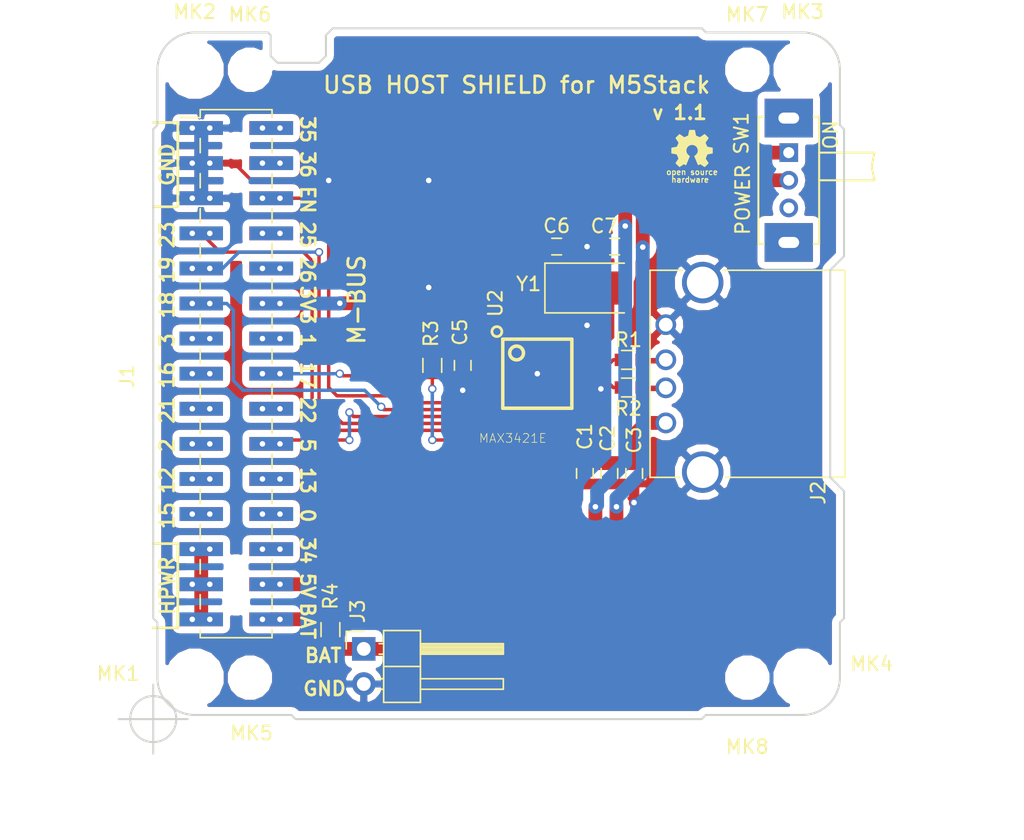
<source format=kicad_pcb>
(kicad_pcb (version 4) (host pcbnew 4.0.7)

  (general
    (links 133)
    (no_connects 0)
    (area 92.190477 80.845 170.85 143.700001)
    (thickness 1.6)
    (drawings 84)
    (tracks 188)
    (zones 0)
    (modules 25)
    (nets 34)
  )

  (page A4)
  (title_block
    (title "USB Host Shield for M5Stack")
    (date 2018-06-12)
    (rev v0.1)
  )

  (layers
    (0 F.Cu signal)
    (31 B.Cu signal)
    (32 B.Adhes user)
    (33 F.Adhes user)
    (34 B.Paste user)
    (35 F.Paste user)
    (36 B.SilkS user)
    (37 F.SilkS user)
    (38 B.Mask user)
    (39 F.Mask user)
    (40 Dwgs.User user)
    (41 Cmts.User user)
    (42 Eco1.User user)
    (43 Eco2.User user)
    (44 Edge.Cuts user)
    (45 Margin user)
    (46 B.CrtYd user)
    (47 F.CrtYd user)
    (48 B.Fab user)
    (49 F.Fab user hide)
  )

  (setup
    (last_trace_width 0.25)
    (user_trace_width 0.4)
    (user_trace_width 0.5)
    (user_trace_width 0.75)
    (user_trace_width 1)
    (trace_clearance 0.18)
    (zone_clearance 0.508)
    (zone_45_only yes)
    (trace_min 0.2)
    (segment_width 0.2)
    (edge_width 0.15)
    (via_size 0.6)
    (via_drill 0.4)
    (via_min_size 0.4)
    (via_min_drill 0.3)
    (uvia_size 0.3)
    (uvia_drill 0.1)
    (uvias_allowed no)
    (uvia_min_size 0.2)
    (uvia_min_drill 0.1)
    (pcb_text_width 0.3)
    (pcb_text_size 1.5 1.5)
    (mod_edge_width 0.15)
    (mod_text_size 1 1)
    (mod_text_width 0.15)
    (pad_size 1.524 1.524)
    (pad_drill 0.762)
    (pad_to_mask_clearance 0.2)
    (aux_axis_origin 104 133)
    (grid_origin 104 133)
    (visible_elements 7FFEFFFF)
    (pcbplotparams
      (layerselection 0x010f0_80000001)
      (usegerberextensions true)
      (excludeedgelayer true)
      (linewidth 0.100000)
      (plotframeref false)
      (viasonmask false)
      (mode 1)
      (useauxorigin false)
      (hpglpennumber 1)
      (hpglpenspeed 20)
      (hpglpendiameter 15)
      (hpglpenoverlay 2)
      (psnegative false)
      (psa4output false)
      (plotreference true)
      (plotvalue true)
      (plotinvisibletext false)
      (padsonsilk false)
      (subtractmaskfromsilk true)
      (outputformat 1)
      (mirror false)
      (drillshape 0)
      (scaleselection 1)
      (outputdirectory gerber/))
  )

  (net 0 "")
  (net 1 GND)
  (net 2 /+5V)
  (net 3 /+3.3V)
  (net 4 "Net-(C7-Pad1)")
  (net 5 "Net-(J1-Pad2)")
  (net 6 "Net-(J1-Pad4)")
  (net 7 EN)
  (net 8 MOSI)
  (net 9 "Net-(J1-Pad8)")
  (net 10 MISO)
  (net 11 "Net-(J1-Pad10)")
  (net 12 SCK)
  (net 13 "Net-(J1-Pad13)")
  (net 14 "Net-(J1-Pad14)")
  (net 15 "Net-(J1-Pad15)")
  (net 16 INT)
  (net 17 "Net-(J1-Pad17)")
  (net 18 "Net-(J1-Pad18)")
  (net 19 "Net-(J1-Pad19)")
  (net 20 SS)
  (net 21 "Net-(J1-Pad21)")
  (net 22 "Net-(J1-Pad22)")
  (net 23 "Net-(J1-Pad23)")
  (net 24 "Net-(J1-Pad24)")
  (net 25 "Net-(J1-Pad25)")
  (net 26 "Net-(J1-Pad26)")
  (net 27 "Net-(J1-Pad30)")
  (net 28 "Net-(J2-Pad3)")
  (net 29 "Net-(J2-Pad2)")
  (net 30 "Net-(R1-Pad1)")
  (net 31 "Net-(R2-Pad1)")
  (net 32 "Net-(C6-Pad1)")
  (net 33 "Net-(J3-Pad1)")

  (net_class Default "これは標準のネット クラスです。"
    (clearance 0.18)
    (trace_width 0.25)
    (via_dia 0.6)
    (via_drill 0.4)
    (uvia_dia 0.3)
    (uvia_drill 0.1)
    (add_net /+3.3V)
    (add_net /+5V)
    (add_net EN)
    (add_net GND)
    (add_net INT)
    (add_net MISO)
    (add_net MOSI)
    (add_net "Net-(C6-Pad1)")
    (add_net "Net-(C7-Pad1)")
    (add_net "Net-(J1-Pad10)")
    (add_net "Net-(J1-Pad13)")
    (add_net "Net-(J1-Pad14)")
    (add_net "Net-(J1-Pad15)")
    (add_net "Net-(J1-Pad17)")
    (add_net "Net-(J1-Pad18)")
    (add_net "Net-(J1-Pad19)")
    (add_net "Net-(J1-Pad2)")
    (add_net "Net-(J1-Pad21)")
    (add_net "Net-(J1-Pad22)")
    (add_net "Net-(J1-Pad23)")
    (add_net "Net-(J1-Pad24)")
    (add_net "Net-(J1-Pad25)")
    (add_net "Net-(J1-Pad26)")
    (add_net "Net-(J1-Pad30)")
    (add_net "Net-(J1-Pad4)")
    (add_net "Net-(J1-Pad8)")
    (add_net "Net-(J2-Pad2)")
    (add_net "Net-(J2-Pad3)")
    (add_net "Net-(J3-Pad1)")
    (add_net "Net-(R1-Pad1)")
    (add_net "Net-(R2-Pad1)")
    (add_net SCK)
    (add_net SS)
  )

  (module Mounting_Holes:MountingHole_3.2mm_M3 (layer F.Cu) (tedit 56D1B4CB) (tstamp 5B0F59CA)
    (at 151 86)
    (descr "Mounting Hole 3.2mm, no annular, M3")
    (tags "mounting hole 3.2mm no annular m3")
    (path /5B0FCB4C)
    (attr virtual)
    (fp_text reference MK3 (at 0 -4.2) (layer F.SilkS)
      (effects (font (size 1 1) (thickness 0.15)))
    )
    (fp_text value Mounting_Hole (at 0 4.2) (layer F.Fab)
      (effects (font (size 1 1) (thickness 0.15)))
    )
    (fp_text user %R (at 0.3 0) (layer F.Fab)
      (effects (font (size 1 1) (thickness 0.15)))
    )
    (fp_circle (center 0 0) (end 3.2 0) (layer Cmts.User) (width 0.15))
    (fp_circle (center 0 0) (end 3.45 0) (layer F.CrtYd) (width 0.05))
    (pad 1 np_thru_hole circle (at 0 0) (size 3.2 3.2) (drill 3.2) (layers *.Cu *.Mask))
  )

  (module Mounting_Holes:MountingHole_3.2mm_M3 (layer F.Cu) (tedit 5B0ED20F) (tstamp 5B0F59BA)
    (at 107 130)
    (descr "Mounting Hole 3.2mm, no annular, M3")
    (tags "mounting hole 3.2mm no annular m3")
    (path /5B0FCCDD)
    (attr virtual)
    (fp_text reference MK1 (at -5.54 -0.302) (layer F.SilkS)
      (effects (font (size 1 1) (thickness 0.15)))
    )
    (fp_text value Mounting_Hole (at 0 4.2) (layer F.Fab)
      (effects (font (size 1 1) (thickness 0.15)))
    )
    (fp_text user %R (at 0.3 0) (layer F.Fab)
      (effects (font (size 1 1) (thickness 0.15)))
    )
    (fp_circle (center 0 0) (end 3.2 0) (layer Cmts.User) (width 0.15))
    (fp_circle (center 0 0) (end 3.45 0) (layer F.CrtYd) (width 0.05))
    (pad 1 np_thru_hole circle (at 0 0) (size 3.2 3.2) (drill 3.2) (layers *.Cu *.Mask))
  )

  (module Capacitors_SMD:C_0603 (layer F.Cu) (tedit 5B36EAC8) (tstamp 5B0F5883)
    (at 138.814 115.22 270)
    (descr "Capacitor SMD 0603, reflow soldering, AVX (see smccp.pdf)")
    (tags "capacitor 0603")
    (path /5B0EA8E6)
    (attr smd)
    (fp_text reference C3 (at -2.413 0.016 270) (layer F.SilkS)
      (effects (font (size 1 1) (thickness 0.15)))
    )
    (fp_text value 10uF (at 0 1.5 270) (layer F.Fab)
      (effects (font (size 1 1) (thickness 0.15)))
    )
    (fp_line (start 1.4 0.65) (end -1.4 0.65) (layer F.CrtYd) (width 0.05))
    (fp_line (start 1.4 0.65) (end 1.4 -0.65) (layer F.CrtYd) (width 0.05))
    (fp_line (start -1.4 -0.65) (end -1.4 0.65) (layer F.CrtYd) (width 0.05))
    (fp_line (start -1.4 -0.65) (end 1.4 -0.65) (layer F.CrtYd) (width 0.05))
    (fp_line (start 0.35 0.6) (end -0.35 0.6) (layer F.SilkS) (width 0.12))
    (fp_line (start -0.35 -0.6) (end 0.35 -0.6) (layer F.SilkS) (width 0.12))
    (fp_line (start -0.8 -0.4) (end 0.8 -0.4) (layer F.Fab) (width 0.1))
    (fp_line (start 0.8 -0.4) (end 0.8 0.4) (layer F.Fab) (width 0.1))
    (fp_line (start 0.8 0.4) (end -0.8 0.4) (layer F.Fab) (width 0.1))
    (fp_line (start -0.8 0.4) (end -0.8 -0.4) (layer F.Fab) (width 0.1))
    (fp_text user %R (at 0 0 270) (layer F.Fab)
      (effects (font (size 0.3 0.3) (thickness 0.075)))
    )
    (pad 2 smd rect (at 0.75 0 270) (size 0.8 0.75) (layers F.Cu F.Paste F.Mask)
      (net 1 GND))
    (pad 1 smd rect (at -0.75 0 270) (size 0.8 0.75) (layers F.Cu F.Paste F.Mask)
      (net 2 /+5V))
    (model Capacitors_SMD.3dshapes/C_0603.wrl
      (at (xyz 0 0 0))
      (scale (xyz 1 1 1))
      (rotate (xyz 0 0 0))
    )
  )

  (module Capacitors_SMD:C_0603 (layer F.Cu) (tedit 5B36EAC5) (tstamp 5B0F5894)
    (at 135.242 115.22 270)
    (descr "Capacitor SMD 0603, reflow soldering, AVX (see smccp.pdf)")
    (tags "capacitor 0603")
    (path /5B0EA930)
    (attr smd)
    (fp_text reference C1 (at -2.667 0 270) (layer F.SilkS)
      (effects (font (size 1 1) (thickness 0.15)))
    )
    (fp_text value 10uF (at 0 1.5 270) (layer F.Fab)
      (effects (font (size 1 1) (thickness 0.15)))
    )
    (fp_line (start 1.4 0.65) (end -1.4 0.65) (layer F.CrtYd) (width 0.05))
    (fp_line (start 1.4 0.65) (end 1.4 -0.65) (layer F.CrtYd) (width 0.05))
    (fp_line (start -1.4 -0.65) (end -1.4 0.65) (layer F.CrtYd) (width 0.05))
    (fp_line (start -1.4 -0.65) (end 1.4 -0.65) (layer F.CrtYd) (width 0.05))
    (fp_line (start 0.35 0.6) (end -0.35 0.6) (layer F.SilkS) (width 0.12))
    (fp_line (start -0.35 -0.6) (end 0.35 -0.6) (layer F.SilkS) (width 0.12))
    (fp_line (start -0.8 -0.4) (end 0.8 -0.4) (layer F.Fab) (width 0.1))
    (fp_line (start 0.8 -0.4) (end 0.8 0.4) (layer F.Fab) (width 0.1))
    (fp_line (start 0.8 0.4) (end -0.8 0.4) (layer F.Fab) (width 0.1))
    (fp_line (start -0.8 0.4) (end -0.8 -0.4) (layer F.Fab) (width 0.1))
    (fp_text user %R (at 0 0 270) (layer F.Fab)
      (effects (font (size 0.3 0.3) (thickness 0.075)))
    )
    (pad 2 smd rect (at 0.75 0 270) (size 0.8 0.75) (layers F.Cu F.Paste F.Mask)
      (net 1 GND))
    (pad 1 smd rect (at -0.75 0 270) (size 0.8 0.75) (layers F.Cu F.Paste F.Mask)
      (net 2 /+5V))
    (model Capacitors_SMD.3dshapes/C_0603.wrl
      (at (xyz 0 0 0))
      (scale (xyz 1 1 1))
      (rotate (xyz 0 0 0))
    )
  )

  (module Capacitors_SMD:C_0603 (layer F.Cu) (tedit 5B36EABF) (tstamp 5B0F58A5)
    (at 137.02 115.22 270)
    (descr "Capacitor SMD 0603, reflow soldering, AVX (see smccp.pdf)")
    (tags "capacitor 0603")
    (path /5B0EA8D2)
    (attr smd)
    (fp_text reference C2 (at -2.54 0.127 270) (layer F.SilkS)
      (effects (font (size 1 1) (thickness 0.15)))
    )
    (fp_text value 10uF (at 0 1.5 270) (layer F.Fab)
      (effects (font (size 1 1) (thickness 0.15)))
    )
    (fp_line (start 1.4 0.65) (end -1.4 0.65) (layer F.CrtYd) (width 0.05))
    (fp_line (start 1.4 0.65) (end 1.4 -0.65) (layer F.CrtYd) (width 0.05))
    (fp_line (start -1.4 -0.65) (end -1.4 0.65) (layer F.CrtYd) (width 0.05))
    (fp_line (start -1.4 -0.65) (end 1.4 -0.65) (layer F.CrtYd) (width 0.05))
    (fp_line (start 0.35 0.6) (end -0.35 0.6) (layer F.SilkS) (width 0.12))
    (fp_line (start -0.35 -0.6) (end 0.35 -0.6) (layer F.SilkS) (width 0.12))
    (fp_line (start -0.8 -0.4) (end 0.8 -0.4) (layer F.Fab) (width 0.1))
    (fp_line (start 0.8 -0.4) (end 0.8 0.4) (layer F.Fab) (width 0.1))
    (fp_line (start 0.8 0.4) (end -0.8 0.4) (layer F.Fab) (width 0.1))
    (fp_line (start -0.8 0.4) (end -0.8 -0.4) (layer F.Fab) (width 0.1))
    (fp_text user %R (at 0 0 270) (layer F.Fab)
      (effects (font (size 0.3 0.3) (thickness 0.075)))
    )
    (pad 2 smd rect (at 0.75 0 270) (size 0.8 0.75) (layers F.Cu F.Paste F.Mask)
      (net 1 GND))
    (pad 1 smd rect (at -0.75 0 270) (size 0.8 0.75) (layers F.Cu F.Paste F.Mask)
      (net 2 /+5V))
    (model Capacitors_SMD.3dshapes/C_0603.wrl
      (at (xyz 0 0 0))
      (scale (xyz 1 1 1))
      (rotate (xyz 0 0 0))
    )
  )

  (module Capacitors_SMD:C_0603 (layer F.Cu) (tedit 5B117334) (tstamp 5B0F58C7)
    (at 126.4 107.4 270)
    (descr "Capacitor SMD 0603, reflow soldering, AVX (see smccp.pdf)")
    (tags "capacitor 0603")
    (path /5B0EA937)
    (attr smd)
    (fp_text reference C5 (at -2.4 0.2 270) (layer F.SilkS)
      (effects (font (size 1 1) (thickness 0.15)))
    )
    (fp_text value 10uF (at 0 1.5 270) (layer F.Fab)
      (effects (font (size 1 1) (thickness 0.15)))
    )
    (fp_line (start 1.4 0.65) (end -1.4 0.65) (layer F.CrtYd) (width 0.05))
    (fp_line (start 1.4 0.65) (end 1.4 -0.65) (layer F.CrtYd) (width 0.05))
    (fp_line (start -1.4 -0.65) (end -1.4 0.65) (layer F.CrtYd) (width 0.05))
    (fp_line (start -1.4 -0.65) (end 1.4 -0.65) (layer F.CrtYd) (width 0.05))
    (fp_line (start 0.35 0.6) (end -0.35 0.6) (layer F.SilkS) (width 0.12))
    (fp_line (start -0.35 -0.6) (end 0.35 -0.6) (layer F.SilkS) (width 0.12))
    (fp_line (start -0.8 -0.4) (end 0.8 -0.4) (layer F.Fab) (width 0.1))
    (fp_line (start 0.8 -0.4) (end 0.8 0.4) (layer F.Fab) (width 0.1))
    (fp_line (start 0.8 0.4) (end -0.8 0.4) (layer F.Fab) (width 0.1))
    (fp_line (start -0.8 0.4) (end -0.8 -0.4) (layer F.Fab) (width 0.1))
    (fp_text user %R (at 0 0 270) (layer F.Fab)
      (effects (font (size 0.3 0.3) (thickness 0.075)))
    )
    (pad 2 smd rect (at 0.75 0 270) (size 0.8 0.75) (layers F.Cu F.Paste F.Mask)
      (net 1 GND))
    (pad 1 smd rect (at -0.75 0 270) (size 0.8 0.75) (layers F.Cu F.Paste F.Mask)
      (net 3 /+3.3V))
    (model Capacitors_SMD.3dshapes/C_0603.wrl
      (at (xyz 0 0 0))
      (scale (xyz 1 1 1))
      (rotate (xyz 0 0 0))
    )
  )

  (module Capacitors_SMD:C_0603 (layer F.Cu) (tedit 59958EE7) (tstamp 5B0F58D8)
    (at 133.2 98.8)
    (descr "Capacitor SMD 0603, reflow soldering, AVX (see smccp.pdf)")
    (tags "capacitor 0603")
    (path /5B0EDA2D)
    (attr smd)
    (fp_text reference C6 (at 0 -1.5) (layer F.SilkS)
      (effects (font (size 1 1) (thickness 0.15)))
    )
    (fp_text value 18pF (at 0 1.5) (layer F.Fab)
      (effects (font (size 1 1) (thickness 0.15)))
    )
    (fp_line (start 1.4 0.65) (end -1.4 0.65) (layer F.CrtYd) (width 0.05))
    (fp_line (start 1.4 0.65) (end 1.4 -0.65) (layer F.CrtYd) (width 0.05))
    (fp_line (start -1.4 -0.65) (end -1.4 0.65) (layer F.CrtYd) (width 0.05))
    (fp_line (start -1.4 -0.65) (end 1.4 -0.65) (layer F.CrtYd) (width 0.05))
    (fp_line (start 0.35 0.6) (end -0.35 0.6) (layer F.SilkS) (width 0.12))
    (fp_line (start -0.35 -0.6) (end 0.35 -0.6) (layer F.SilkS) (width 0.12))
    (fp_line (start -0.8 -0.4) (end 0.8 -0.4) (layer F.Fab) (width 0.1))
    (fp_line (start 0.8 -0.4) (end 0.8 0.4) (layer F.Fab) (width 0.1))
    (fp_line (start 0.8 0.4) (end -0.8 0.4) (layer F.Fab) (width 0.1))
    (fp_line (start -0.8 0.4) (end -0.8 -0.4) (layer F.Fab) (width 0.1))
    (fp_text user %R (at 0 0) (layer F.Fab)
      (effects (font (size 0.3 0.3) (thickness 0.075)))
    )
    (pad 2 smd rect (at 0.75 0) (size 0.8 0.75) (layers F.Cu F.Paste F.Mask)
      (net 1 GND))
    (pad 1 smd rect (at -0.75 0) (size 0.8 0.75) (layers F.Cu F.Paste F.Mask)
      (net 32 "Net-(C6-Pad1)"))
    (model Capacitors_SMD.3dshapes/C_0603.wrl
      (at (xyz 0 0 0))
      (scale (xyz 1 1 1))
      (rotate (xyz 0 0 0))
    )
  )

  (module Capacitors_SMD:C_0603 (layer F.Cu) (tedit 5B36EAD5) (tstamp 5B0F58E9)
    (at 137.4 98.8 180)
    (descr "Capacitor SMD 0603, reflow soldering, AVX (see smccp.pdf)")
    (tags "capacitor 0603")
    (path /5B0ED771)
    (attr smd)
    (fp_text reference C7 (at 0.761 1.487 180) (layer F.SilkS)
      (effects (font (size 1 1) (thickness 0.15)))
    )
    (fp_text value 18pF (at 0 1.5 180) (layer F.Fab)
      (effects (font (size 1 1) (thickness 0.15)))
    )
    (fp_line (start 1.4 0.65) (end -1.4 0.65) (layer F.CrtYd) (width 0.05))
    (fp_line (start 1.4 0.65) (end 1.4 -0.65) (layer F.CrtYd) (width 0.05))
    (fp_line (start -1.4 -0.65) (end -1.4 0.65) (layer F.CrtYd) (width 0.05))
    (fp_line (start -1.4 -0.65) (end 1.4 -0.65) (layer F.CrtYd) (width 0.05))
    (fp_line (start 0.35 0.6) (end -0.35 0.6) (layer F.SilkS) (width 0.12))
    (fp_line (start -0.35 -0.6) (end 0.35 -0.6) (layer F.SilkS) (width 0.12))
    (fp_line (start -0.8 -0.4) (end 0.8 -0.4) (layer F.Fab) (width 0.1))
    (fp_line (start 0.8 -0.4) (end 0.8 0.4) (layer F.Fab) (width 0.1))
    (fp_line (start 0.8 0.4) (end -0.8 0.4) (layer F.Fab) (width 0.1))
    (fp_line (start -0.8 0.4) (end -0.8 -0.4) (layer F.Fab) (width 0.1))
    (fp_text user %R (at 0 0 180) (layer F.Fab)
      (effects (font (size 0.3 0.3) (thickness 0.075)))
    )
    (pad 2 smd rect (at 0.75 0 180) (size 0.8 0.75) (layers F.Cu F.Paste F.Mask)
      (net 1 GND))
    (pad 1 smd rect (at -0.75 0 180) (size 0.8 0.75) (layers F.Cu F.Paste F.Mask)
      (net 4 "Net-(C7-Pad1)"))
    (model Capacitors_SMD.3dshapes/C_0603.wrl
      (at (xyz 0 0 0))
      (scale (xyz 1 1 1))
      (rotate (xyz 0 0 0))
    )
  )

  (module Mounting_Holes:MountingHole_3.2mm_M3 (layer F.Cu) (tedit 56D1B4CB) (tstamp 5B0F59C2)
    (at 107 86)
    (descr "Mounting Hole 3.2mm, no annular, M3")
    (tags "mounting hole 3.2mm no annular m3")
    (path /5B0FCADB)
    (attr virtual)
    (fp_text reference MK2 (at 0 -4.2) (layer F.SilkS)
      (effects (font (size 1 1) (thickness 0.15)))
    )
    (fp_text value Mounting_Hole (at 0 4.2) (layer F.Fab)
      (effects (font (size 1 1) (thickness 0.15)))
    )
    (fp_text user %R (at 0.3 0) (layer F.Fab)
      (effects (font (size 1 1) (thickness 0.15)))
    )
    (fp_circle (center 0 0) (end 3.2 0) (layer Cmts.User) (width 0.15))
    (fp_circle (center 0 0) (end 3.45 0) (layer F.CrtYd) (width 0.05))
    (pad 1 np_thru_hole circle (at 0 0) (size 3.2 3.2) (drill 3.2) (layers *.Cu *.Mask))
  )

  (module Mounting_Holes:MountingHole_3.2mm_M3 (layer F.Cu) (tedit 5B0EDA2C) (tstamp 5B0F59D2)
    (at 151 130)
    (descr "Mounting Hole 3.2mm, no annular, M3")
    (tags "mounting hole 3.2mm no annular m3")
    (path /5B0FCD65)
    (attr virtual)
    (fp_text reference MK4 (at 5 -1) (layer F.SilkS)
      (effects (font (size 1 1) (thickness 0.15)))
    )
    (fp_text value Mounting_Hole (at 0 4.2) (layer F.Fab)
      (effects (font (size 1 1) (thickness 0.15)))
    )
    (fp_text user %R (at 0.3 0) (layer F.Fab)
      (effects (font (size 1 1) (thickness 0.15)))
    )
    (fp_circle (center 0 0) (end 3.2 0) (layer Cmts.User) (width 0.15))
    (fp_circle (center 0 0) (end 3.45 0) (layer F.CrtYd) (width 0.05))
    (pad 1 np_thru_hole circle (at 0 0) (size 3.2 3.2) (drill 3.2) (layers *.Cu *.Mask))
  )

  (module Mounting_Holes:MountingHole_2.2mm_M2 (layer F.Cu) (tedit 5B0ED217) (tstamp 5B0F59DA)
    (at 111 130)
    (descr "Mounting Hole 2.2mm, no annular, M2")
    (tags "mounting hole 2.2mm no annular m2")
    (path /5B0FCBF0)
    (attr virtual)
    (fp_text reference MK5 (at 0.112 4.016) (layer F.SilkS)
      (effects (font (size 1 1) (thickness 0.15)))
    )
    (fp_text value Mounting_Hole (at 0 3.2) (layer F.Fab)
      (effects (font (size 1 1) (thickness 0.15)))
    )
    (fp_text user %R (at 0.3 0) (layer F.Fab)
      (effects (font (size 1 1) (thickness 0.15)))
    )
    (fp_circle (center 0 0) (end 2.2 0) (layer Cmts.User) (width 0.15))
    (fp_circle (center 0 0) (end 2.45 0) (layer F.CrtYd) (width 0.05))
    (pad 1 np_thru_hole circle (at 0 0) (size 2.2 2.2) (drill 2.2) (layers *.Cu *.Mask))
  )

  (module Mounting_Holes:MountingHole_2.2mm_M2 (layer F.Cu) (tedit 5B0EDA37) (tstamp 5B0F59E2)
    (at 111 86)
    (descr "Mounting Hole 2.2mm, no annular, M2")
    (tags "mounting hole 2.2mm no annular m2")
    (path /5B0FCDE2)
    (attr virtual)
    (fp_text reference MK6 (at 0 -4) (layer F.SilkS)
      (effects (font (size 1 1) (thickness 0.15)))
    )
    (fp_text value Mounting_Hole (at 0 3.2) (layer F.Fab)
      (effects (font (size 1 1) (thickness 0.15)))
    )
    (fp_text user %R (at 0.3 0) (layer F.Fab)
      (effects (font (size 1 1) (thickness 0.15)))
    )
    (fp_circle (center 0 0) (end 2.2 0) (layer Cmts.User) (width 0.15))
    (fp_circle (center 0 0) (end 2.45 0) (layer F.CrtYd) (width 0.05))
    (pad 1 np_thru_hole circle (at 0 0) (size 2.2 2.2) (drill 2.2) (layers *.Cu *.Mask))
  )

  (module Mounting_Holes:MountingHole_2.2mm_M2 (layer F.Cu) (tedit 5B0EDA31) (tstamp 5B0F59EA)
    (at 147 86)
    (descr "Mounting Hole 2.2mm, no annular, M2")
    (tags "mounting hole 2.2mm no annular m2")
    (path /5B0FCC72)
    (attr virtual)
    (fp_text reference MK7 (at 0 -4) (layer F.SilkS)
      (effects (font (size 1 1) (thickness 0.15)))
    )
    (fp_text value Mounting_Hole (at 0 3.2) (layer F.Fab)
      (effects (font (size 1 1) (thickness 0.15)))
    )
    (fp_text user %R (at 0.3 0) (layer F.Fab)
      (effects (font (size 1 1) (thickness 0.15)))
    )
    (fp_circle (center 0 0) (end 2.2 0) (layer Cmts.User) (width 0.15))
    (fp_circle (center 0 0) (end 2.45 0) (layer F.CrtYd) (width 0.05))
    (pad 1 np_thru_hole circle (at 0 0) (size 2.2 2.2) (drill 2.2) (layers *.Cu *.Mask))
  )

  (module Mounting_Holes:MountingHole_2.2mm_M2 (layer F.Cu) (tedit 5B0EDA29) (tstamp 5B0F59F2)
    (at 147 130)
    (descr "Mounting Hole 2.2mm, no annular, M2")
    (tags "mounting hole 2.2mm no annular m2")
    (path /5B0FCE44)
    (attr virtual)
    (fp_text reference MK8 (at 0 5) (layer F.SilkS)
      (effects (font (size 1 1) (thickness 0.15)))
    )
    (fp_text value Mounting_Hole (at 0 3.2) (layer F.Fab)
      (effects (font (size 1 1) (thickness 0.15)))
    )
    (fp_text user %R (at 0.3 0) (layer F.Fab)
      (effects (font (size 1 1) (thickness 0.15)))
    )
    (fp_circle (center 0 0) (end 2.2 0) (layer Cmts.User) (width 0.15))
    (fp_circle (center 0 0) (end 2.45 0) (layer F.CrtYd) (width 0.05))
    (pad 1 np_thru_hole circle (at 0 0) (size 2.2 2.2) (drill 2.2) (layers *.Cu *.Mask))
  )

  (module Resistors_SMD:R_0603 (layer F.Cu) (tedit 58E0A804) (tstamp 5B0F5A03)
    (at 138.4 107)
    (descr "Resistor SMD 0603, reflow soldering, Vishay (see dcrcw.pdf)")
    (tags "resistor 0603")
    (path /5B0EC72E)
    (attr smd)
    (fp_text reference R1 (at 0 -1.45) (layer F.SilkS)
      (effects (font (size 1 1) (thickness 0.15)))
    )
    (fp_text value 33 (at 0 1.5) (layer F.Fab)
      (effects (font (size 1 1) (thickness 0.15)))
    )
    (fp_text user %R (at 0 0) (layer F.Fab)
      (effects (font (size 0.4 0.4) (thickness 0.075)))
    )
    (fp_line (start -0.8 0.4) (end -0.8 -0.4) (layer F.Fab) (width 0.1))
    (fp_line (start 0.8 0.4) (end -0.8 0.4) (layer F.Fab) (width 0.1))
    (fp_line (start 0.8 -0.4) (end 0.8 0.4) (layer F.Fab) (width 0.1))
    (fp_line (start -0.8 -0.4) (end 0.8 -0.4) (layer F.Fab) (width 0.1))
    (fp_line (start 0.5 0.68) (end -0.5 0.68) (layer F.SilkS) (width 0.12))
    (fp_line (start -0.5 -0.68) (end 0.5 -0.68) (layer F.SilkS) (width 0.12))
    (fp_line (start -1.25 -0.7) (end 1.25 -0.7) (layer F.CrtYd) (width 0.05))
    (fp_line (start -1.25 -0.7) (end -1.25 0.7) (layer F.CrtYd) (width 0.05))
    (fp_line (start 1.25 0.7) (end 1.25 -0.7) (layer F.CrtYd) (width 0.05))
    (fp_line (start 1.25 0.7) (end -1.25 0.7) (layer F.CrtYd) (width 0.05))
    (pad 1 smd rect (at -0.75 0) (size 0.5 0.9) (layers F.Cu F.Paste F.Mask)
      (net 30 "Net-(R1-Pad1)"))
    (pad 2 smd rect (at 0.75 0) (size 0.5 0.9) (layers F.Cu F.Paste F.Mask)
      (net 28 "Net-(J2-Pad3)"))
    (model ${KISYS3DMOD}/Resistors_SMD.3dshapes/R_0603.wrl
      (at (xyz 0 0 0))
      (scale (xyz 1 1 1))
      (rotate (xyz 0 0 0))
    )
  )

  (module Resistors_SMD:R_0603 (layer F.Cu) (tedit 5B0ED6D2) (tstamp 5B0F5A14)
    (at 138.4 109)
    (descr "Resistor SMD 0603, reflow soldering, Vishay (see dcrcw.pdf)")
    (tags "resistor 0603")
    (path /5B0ECA18)
    (attr smd)
    (fp_text reference R2 (at 0 1.524) (layer F.SilkS)
      (effects (font (size 1 1) (thickness 0.15)))
    )
    (fp_text value 33 (at 0 1.5) (layer F.Fab)
      (effects (font (size 1 1) (thickness 0.15)))
    )
    (fp_text user %R (at 0 0) (layer F.Fab)
      (effects (font (size 0.4 0.4) (thickness 0.075)))
    )
    (fp_line (start -0.8 0.4) (end -0.8 -0.4) (layer F.Fab) (width 0.1))
    (fp_line (start 0.8 0.4) (end -0.8 0.4) (layer F.Fab) (width 0.1))
    (fp_line (start 0.8 -0.4) (end 0.8 0.4) (layer F.Fab) (width 0.1))
    (fp_line (start -0.8 -0.4) (end 0.8 -0.4) (layer F.Fab) (width 0.1))
    (fp_line (start 0.5 0.68) (end -0.5 0.68) (layer F.SilkS) (width 0.12))
    (fp_line (start -0.5 -0.68) (end 0.5 -0.68) (layer F.SilkS) (width 0.12))
    (fp_line (start -1.25 -0.7) (end 1.25 -0.7) (layer F.CrtYd) (width 0.05))
    (fp_line (start -1.25 -0.7) (end -1.25 0.7) (layer F.CrtYd) (width 0.05))
    (fp_line (start 1.25 0.7) (end 1.25 -0.7) (layer F.CrtYd) (width 0.05))
    (fp_line (start 1.25 0.7) (end -1.25 0.7) (layer F.CrtYd) (width 0.05))
    (pad 1 smd rect (at -0.75 0) (size 0.5 0.9) (layers F.Cu F.Paste F.Mask)
      (net 31 "Net-(R2-Pad1)"))
    (pad 2 smd rect (at 0.75 0) (size 0.5 0.9) (layers F.Cu F.Paste F.Mask)
      (net 29 "Net-(J2-Pad2)"))
    (model ${KISYS3DMOD}/Resistors_SMD.3dshapes/R_0603.wrl
      (at (xyz 0 0 0))
      (scale (xyz 1 1 1))
      (rotate (xyz 0 0 0))
    )
  )

  (module Resistors_SMD:R_0603 (layer F.Cu) (tedit 5B117338) (tstamp 5B0F5A25)
    (at 124.2 107.4 90)
    (descr "Resistor SMD 0603, reflow soldering, Vishay (see dcrcw.pdf)")
    (tags "resistor 0603")
    (path /5B0EDE8F)
    (attr smd)
    (fp_text reference R3 (at 2.3 -0.1 90) (layer F.SilkS)
      (effects (font (size 1 1) (thickness 0.15)))
    )
    (fp_text value 2.2k (at 0 1.5 90) (layer F.Fab)
      (effects (font (size 1 1) (thickness 0.15)))
    )
    (fp_text user %R (at 0 0 90) (layer F.Fab)
      (effects (font (size 0.4 0.4) (thickness 0.075)))
    )
    (fp_line (start -0.8 0.4) (end -0.8 -0.4) (layer F.Fab) (width 0.1))
    (fp_line (start 0.8 0.4) (end -0.8 0.4) (layer F.Fab) (width 0.1))
    (fp_line (start 0.8 -0.4) (end 0.8 0.4) (layer F.Fab) (width 0.1))
    (fp_line (start -0.8 -0.4) (end 0.8 -0.4) (layer F.Fab) (width 0.1))
    (fp_line (start 0.5 0.68) (end -0.5 0.68) (layer F.SilkS) (width 0.12))
    (fp_line (start -0.5 -0.68) (end 0.5 -0.68) (layer F.SilkS) (width 0.12))
    (fp_line (start -1.25 -0.7) (end 1.25 -0.7) (layer F.CrtYd) (width 0.05))
    (fp_line (start -1.25 -0.7) (end -1.25 0.7) (layer F.CrtYd) (width 0.05))
    (fp_line (start 1.25 0.7) (end 1.25 -0.7) (layer F.CrtYd) (width 0.05))
    (fp_line (start 1.25 0.7) (end -1.25 0.7) (layer F.CrtYd) (width 0.05))
    (pad 1 smd rect (at -0.75 0 90) (size 0.5 0.9) (layers F.Cu F.Paste F.Mask)
      (net 16 INT))
    (pad 2 smd rect (at 0.75 0 90) (size 0.5 0.9) (layers F.Cu F.Paste F.Mask)
      (net 3 /+3.3V))
    (model ${KISYS3DMOD}/Resistors_SMD.3dshapes/R_0603.wrl
      (at (xyz 0 0 0))
      (scale (xyz 1 1 1))
      (rotate (xyz 0 0 0))
    )
  )

  (module footprint:MAX3421E_TQFP32-5MM (layer F.Cu) (tedit 5B36E707) (tstamp 5B0F5A5A)
    (at 131.8 108)
    (path /5B0FB505)
    (attr smd)
    (fp_text reference U2 (at -3.035 -5.099 90) (layer F.SilkS)
      (effects (font (size 1 1) (thickness 0.15)))
    )
    (fp_text value MAX3421E (at -1.77834 4.67449) (layer F.SilkS)
      (effects (font (size 0.640122 0.640122) (thickness 0.05)))
    )
    (fp_line (start -2.5 2.5) (end 2.5 2.5) (layer Dwgs.User) (width 0.254))
    (fp_line (start 2.5 2.5) (end 2.5 -2.5) (layer Dwgs.User) (width 0.254))
    (fp_line (start 2.5 -2.5) (end -2.5 -2.5) (layer Dwgs.User) (width 0.254))
    (fp_line (start -2.5 -2.5) (end -2.5 2.5) (layer Dwgs.User) (width 0.254))
    (fp_line (start -2.5 2.5) (end 2.5 2.5) (layer F.SilkS) (width 0.254))
    (fp_line (start 2.5 2.5) (end 2.5 -2.5) (layer F.SilkS) (width 0.254))
    (fp_line (start 2.5 -2.5) (end -2.5 -2.5) (layer F.SilkS) (width 0.254))
    (fp_line (start -2.5 -2.5) (end -2.5 2.5) (layer F.SilkS) (width 0.254))
    (fp_circle (center -1.5 -1.5) (end -1 -1.5) (layer F.SilkS) (width 0.254))
    (pad 1 smd rect (at -3.5 -1.75) (size 1.143 0.254) (layers F.Cu F.Paste F.Mask))
    (pad 2 smd rect (at -3.5 -1.25) (size 1.143 0.254) (layers F.Cu F.Paste F.Mask)
      (net 3 /+3.3V))
    (pad 3 smd rect (at -3.5 -0.75) (size 1.143 0.254) (layers F.Cu F.Paste F.Mask)
      (net 1 GND))
    (pad 4 smd rect (at -3.5 -0.25) (size 1.143 0.254) (layers F.Cu F.Paste F.Mask))
    (pad 5 smd rect (at -3.5 0.25) (size 1.143 0.254) (layers F.Cu F.Paste F.Mask))
    (pad 6 smd rect (at -3.5 0.75) (size 1.143 0.254) (layers F.Cu F.Paste F.Mask))
    (pad 7 smd rect (at -3.5 1.25) (size 1.143 0.254) (layers F.Cu F.Paste F.Mask))
    (pad 8 smd rect (at -3.5 1.75) (size 1.143 0.254) (layers F.Cu F.Paste F.Mask))
    (pad 9 smd rect (at -1.75 3.5 90) (size 1.143 0.254) (layers F.Cu F.Paste F.Mask))
    (pad 10 smd rect (at -1.25 3.5 90) (size 1.143 0.254) (layers F.Cu F.Paste F.Mask))
    (pad 11 smd rect (at -0.75 3.5 90) (size 1.143 0.254) (layers F.Cu F.Paste F.Mask))
    (pad 12 smd rect (at -0.25 3.5 90) (size 1.143 0.254) (layers F.Cu F.Paste F.Mask)
      (net 7 EN))
    (pad 13 smd rect (at 0.25 3.5 90) (size 1.143 0.254) (layers F.Cu F.Paste F.Mask)
      (net 12 SCK))
    (pad 14 smd rect (at 0.75 3.5 90) (size 1.143 0.254) (layers F.Cu F.Paste F.Mask)
      (net 20 SS))
    (pad 15 smd rect (at 1.25 3.5 90) (size 1.143 0.254) (layers F.Cu F.Paste F.Mask)
      (net 10 MISO))
    (pad 16 smd rect (at 1.75 3.5 90) (size 1.143 0.254) (layers F.Cu F.Paste F.Mask)
      (net 8 MOSI))
    (pad 17 smd rect (at 3.5 1.75 180) (size 1.143 0.254) (layers F.Cu F.Paste F.Mask))
    (pad 18 smd rect (at 3.5 1.25 180) (size 1.143 0.254) (layers F.Cu F.Paste F.Mask)
      (net 16 INT))
    (pad 19 smd rect (at 3.5 0.75 180) (size 1.143 0.254) (layers F.Cu F.Paste F.Mask)
      (net 1 GND))
    (pad 20 smd rect (at 3.5 0.25 180) (size 1.143 0.254) (layers F.Cu F.Paste F.Mask)
      (net 31 "Net-(R2-Pad1)"))
    (pad 21 smd rect (at 3.5 -0.25 180) (size 1.143 0.254) (layers F.Cu F.Paste F.Mask)
      (net 30 "Net-(R1-Pad1)"))
    (pad 22 smd rect (at 3.5 -0.75 180) (size 1.143 0.254) (layers F.Cu F.Paste F.Mask))
    (pad 23 smd rect (at 3.5 -1.25 180) (size 1.143 0.254) (layers F.Cu F.Paste F.Mask)
      (net 3 /+3.3V))
    (pad 24 smd rect (at 3.5 -1.75 180) (size 1.143 0.254) (layers F.Cu F.Paste F.Mask)
      (net 4 "Net-(C7-Pad1)"))
    (pad 25 smd rect (at 1.75 -3.5 270) (size 1.143 0.254) (layers F.Cu F.Paste F.Mask)
      (net 32 "Net-(C6-Pad1)"))
    (pad 26 smd rect (at 1.25 -3.5 270) (size 1.143 0.254) (layers F.Cu F.Paste F.Mask))
    (pad 27 smd rect (at 0.75 -3.5 270) (size 1.143 0.254) (layers F.Cu F.Paste F.Mask))
    (pad 28 smd rect (at 0.25 -3.5 270) (size 1.143 0.254) (layers F.Cu F.Paste F.Mask))
    (pad 29 smd rect (at -0.25 -3.5 270) (size 1.143 0.254) (layers F.Cu F.Paste F.Mask))
    (pad 30 smd rect (at -0.75 -3.5 270) (size 1.143 0.254) (layers F.Cu F.Paste F.Mask))
    (pad 31 smd rect (at -1.25 -3.5 270) (size 1.143 0.254) (layers F.Cu F.Paste F.Mask))
    (pad 32 smd rect (at -1.75 -3.5 270) (size 1.143 0.254) (layers F.Cu F.Paste F.Mask))
  )

  (module Crystals:Crystal_SMD_5032-2pin_5.0x3.2mm (layer F.Cu) (tedit 5B2A83F4) (tstamp 5B0F5A75)
    (at 135.4 101.8)
    (descr "SMD Crystal SERIES SMD2520/2 http://www.icbase.com/File/PDF/HKC/HKC00061008.pdf, 5.0x3.2mm^2 package")
    (tags "SMD SMT crystal")
    (path /5B0ED62C)
    (attr smd)
    (fp_text reference Y1 (at -4.222 -0.296) (layer F.SilkS)
      (effects (font (size 1 1) (thickness 0.15)))
    )
    (fp_text value 12MHz (at 0 2.8) (layer F.Fab)
      (effects (font (size 1 1) (thickness 0.15)))
    )
    (fp_text user %R (at 0 0) (layer F.Fab)
      (effects (font (size 1 1) (thickness 0.15)))
    )
    (fp_line (start -2.3 -1.6) (end 2.3 -1.6) (layer F.Fab) (width 0.1))
    (fp_line (start 2.3 -1.6) (end 2.5 -1.4) (layer F.Fab) (width 0.1))
    (fp_line (start 2.5 -1.4) (end 2.5 1.4) (layer F.Fab) (width 0.1))
    (fp_line (start 2.5 1.4) (end 2.3 1.6) (layer F.Fab) (width 0.1))
    (fp_line (start 2.3 1.6) (end -2.3 1.6) (layer F.Fab) (width 0.1))
    (fp_line (start -2.3 1.6) (end -2.5 1.4) (layer F.Fab) (width 0.1))
    (fp_line (start -2.5 1.4) (end -2.5 -1.4) (layer F.Fab) (width 0.1))
    (fp_line (start -2.5 -1.4) (end -2.3 -1.6) (layer F.Fab) (width 0.1))
    (fp_line (start -2.5 0.6) (end -1.5 1.6) (layer F.Fab) (width 0.1))
    (fp_line (start 2.7 -1.8) (end -3.05 -1.8) (layer F.SilkS) (width 0.12))
    (fp_line (start -3.05 -1.8) (end -3.05 1.8) (layer F.SilkS) (width 0.12))
    (fp_line (start -3.05 1.8) (end 2.7 1.8) (layer F.SilkS) (width 0.12))
    (fp_line (start -3.1 -1.9) (end -3.1 1.9) (layer F.CrtYd) (width 0.05))
    (fp_line (start -3.1 1.9) (end 3.1 1.9) (layer F.CrtYd) (width 0.05))
    (fp_line (start 3.1 1.9) (end 3.1 -1.9) (layer F.CrtYd) (width 0.05))
    (fp_line (start 3.1 -1.9) (end -3.1 -1.9) (layer F.CrtYd) (width 0.05))
    (fp_circle (center 0 0) (end 0.4 0) (layer F.Adhes) (width 0.1))
    (fp_circle (center 0 0) (end 0.333333 0) (layer F.Adhes) (width 0.133333))
    (fp_circle (center 0 0) (end 0.213333 0) (layer F.Adhes) (width 0.133333))
    (fp_circle (center 0 0) (end 0.093333 0) (layer F.Adhes) (width 0.186667))
    (pad 1 smd rect (at -1.85 0) (size 2 2.4) (layers F.Cu F.Paste F.Mask)
      (net 32 "Net-(C6-Pad1)"))
    (pad 2 smd rect (at 1.85 0) (size 2 2.4) (layers F.Cu F.Paste F.Mask)
      (net 4 "Net-(C7-Pad1)"))
    (model ${KISYS3DMOD}/Crystals.3dshapes/Crystal_SMD_5032-2pin_5.0x3.2mm.wrl
      (at (xyz 0 0 0))
      (scale (xyz 0.393701 0.393701 0.393701))
      (rotate (xyz 0 0 0))
    )
  )

  (module Pin_Headers:Pin_Header_Angled_1x02_Pitch2.54mm (layer F.Cu) (tedit 5B11786A) (tstamp 5B102847)
    (at 119.24 127.92)
    (descr "Through hole angled pin header, 1x02, 2.54mm pitch, 6mm pin length, single row")
    (tags "Through hole angled pin header THT 1x02 2.54mm single row")
    (path /5B0F3687)
    (fp_text reference J3 (at -0.44 -2.72 90) (layer F.SilkS)
      (effects (font (size 1 1) (thickness 0.15)))
    )
    (fp_text value Battery (at 4.385 4.81) (layer F.Fab)
      (effects (font (size 1 1) (thickness 0.15)))
    )
    (fp_line (start 2.135 -1.27) (end 4.04 -1.27) (layer F.Fab) (width 0.1))
    (fp_line (start 4.04 -1.27) (end 4.04 3.81) (layer F.Fab) (width 0.1))
    (fp_line (start 4.04 3.81) (end 1.5 3.81) (layer F.Fab) (width 0.1))
    (fp_line (start 1.5 3.81) (end 1.5 -0.635) (layer F.Fab) (width 0.1))
    (fp_line (start 1.5 -0.635) (end 2.135 -1.27) (layer F.Fab) (width 0.1))
    (fp_line (start -0.32 -0.32) (end 1.5 -0.32) (layer F.Fab) (width 0.1))
    (fp_line (start -0.32 -0.32) (end -0.32 0.32) (layer F.Fab) (width 0.1))
    (fp_line (start -0.32 0.32) (end 1.5 0.32) (layer F.Fab) (width 0.1))
    (fp_line (start 4.04 -0.32) (end 10.04 -0.32) (layer F.Fab) (width 0.1))
    (fp_line (start 10.04 -0.32) (end 10.04 0.32) (layer F.Fab) (width 0.1))
    (fp_line (start 4.04 0.32) (end 10.04 0.32) (layer F.Fab) (width 0.1))
    (fp_line (start -0.32 2.22) (end 1.5 2.22) (layer F.Fab) (width 0.1))
    (fp_line (start -0.32 2.22) (end -0.32 2.86) (layer F.Fab) (width 0.1))
    (fp_line (start -0.32 2.86) (end 1.5 2.86) (layer F.Fab) (width 0.1))
    (fp_line (start 4.04 2.22) (end 10.04 2.22) (layer F.Fab) (width 0.1))
    (fp_line (start 10.04 2.22) (end 10.04 2.86) (layer F.Fab) (width 0.1))
    (fp_line (start 4.04 2.86) (end 10.04 2.86) (layer F.Fab) (width 0.1))
    (fp_line (start 1.44 -1.33) (end 1.44 3.87) (layer F.SilkS) (width 0.12))
    (fp_line (start 1.44 3.87) (end 4.1 3.87) (layer F.SilkS) (width 0.12))
    (fp_line (start 4.1 3.87) (end 4.1 -1.33) (layer F.SilkS) (width 0.12))
    (fp_line (start 4.1 -1.33) (end 1.44 -1.33) (layer F.SilkS) (width 0.12))
    (fp_line (start 4.1 -0.38) (end 10.1 -0.38) (layer F.SilkS) (width 0.12))
    (fp_line (start 10.1 -0.38) (end 10.1 0.38) (layer F.SilkS) (width 0.12))
    (fp_line (start 10.1 0.38) (end 4.1 0.38) (layer F.SilkS) (width 0.12))
    (fp_line (start 4.1 -0.32) (end 10.1 -0.32) (layer F.SilkS) (width 0.12))
    (fp_line (start 4.1 -0.2) (end 10.1 -0.2) (layer F.SilkS) (width 0.12))
    (fp_line (start 4.1 -0.08) (end 10.1 -0.08) (layer F.SilkS) (width 0.12))
    (fp_line (start 4.1 0.04) (end 10.1 0.04) (layer F.SilkS) (width 0.12))
    (fp_line (start 4.1 0.16) (end 10.1 0.16) (layer F.SilkS) (width 0.12))
    (fp_line (start 4.1 0.28) (end 10.1 0.28) (layer F.SilkS) (width 0.12))
    (fp_line (start 1.11 -0.38) (end 1.44 -0.38) (layer F.SilkS) (width 0.12))
    (fp_line (start 1.11 0.38) (end 1.44 0.38) (layer F.SilkS) (width 0.12))
    (fp_line (start 1.44 1.27) (end 4.1 1.27) (layer F.SilkS) (width 0.12))
    (fp_line (start 4.1 2.16) (end 10.1 2.16) (layer F.SilkS) (width 0.12))
    (fp_line (start 10.1 2.16) (end 10.1 2.92) (layer F.SilkS) (width 0.12))
    (fp_line (start 10.1 2.92) (end 4.1 2.92) (layer F.SilkS) (width 0.12))
    (fp_line (start 1.042929 2.16) (end 1.44 2.16) (layer F.SilkS) (width 0.12))
    (fp_line (start 1.042929 2.92) (end 1.44 2.92) (layer F.SilkS) (width 0.12))
    (fp_line (start -1.27 0) (end -1.27 -1.27) (layer F.SilkS) (width 0.12))
    (fp_line (start -1.27 -1.27) (end 0 -1.27) (layer F.SilkS) (width 0.12))
    (fp_line (start -1.8 -1.8) (end -1.8 4.35) (layer F.CrtYd) (width 0.05))
    (fp_line (start -1.8 4.35) (end 10.55 4.35) (layer F.CrtYd) (width 0.05))
    (fp_line (start 10.55 4.35) (end 10.55 -1.8) (layer F.CrtYd) (width 0.05))
    (fp_line (start 10.55 -1.8) (end -1.8 -1.8) (layer F.CrtYd) (width 0.05))
    (fp_text user %R (at 2.77 1.27 90) (layer F.Fab)
      (effects (font (size 1 1) (thickness 0.15)))
    )
    (pad 1 thru_hole rect (at 0 0) (size 1.7 1.7) (drill 1) (layers *.Cu *.Mask)
      (net 33 "Net-(J3-Pad1)"))
    (pad 2 thru_hole oval (at 0 2.54) (size 1.7 1.7) (drill 1) (layers *.Cu *.Mask)
      (net 1 GND))
    (model ${KISYS3DMOD}/Pin_Headers.3dshapes/Pin_Header_Angled_1x02_Pitch2.54mm.wrl
      (at (xyz 0 0 0))
      (scale (xyz 1 1 1))
      (rotate (xyz 0 0 0))
    )
  )

  (module footprint:OSHW-logo_silkscreen-front_3mm (layer F.Cu) (tedit 0) (tstamp 5B117BFF)
    (at 143 91.7)
    (path /5B1179B6)
    (fp_text reference LOGO1 (at 0 1.59004) (layer F.SilkS) hide
      (effects (font (size 0.13462 0.13462) (thickness 0.0254)))
    )
    (fp_text value OPEN_HARDWARE_1 (at 0 -1.59004) (layer F.SilkS) hide
      (effects (font (size 0.13462 0.13462) (thickness 0.0254)))
    )
    (fp_poly (pts (xy -0.90932 1.3462) (xy -0.89154 1.33858) (xy -0.85852 1.31572) (xy -0.80772 1.2827)
      (xy -0.7493 1.2446) (xy -0.68834 1.20396) (xy -0.64008 1.17094) (xy -0.60452 1.14808)
      (xy -0.59182 1.14046) (xy -0.5842 1.143) (xy -0.55626 1.15824) (xy -0.51562 1.17856)
      (xy -0.49022 1.19126) (xy -0.45212 1.2065) (xy -0.43434 1.21158) (xy -0.4318 1.2065)
      (xy -0.41656 1.17602) (xy -0.39624 1.12776) (xy -0.3683 1.06172) (xy -0.33528 0.98552)
      (xy -0.29972 0.90424) (xy -0.2667 0.82042) (xy -0.23368 0.74168) (xy -0.2032 0.66802)
      (xy -0.18034 0.6096) (xy -0.1651 0.56896) (xy -0.15748 0.55118) (xy -0.16002 0.54864)
      (xy -0.1778 0.53086) (xy -0.21082 0.50546) (xy -0.28194 0.44704) (xy -0.35306 0.36068)
      (xy -0.39624 0.26162) (xy -0.40894 0.14986) (xy -0.39878 0.04826) (xy -0.35814 -0.04826)
      (xy -0.28956 -0.13716) (xy -0.20574 -0.2032) (xy -0.10922 -0.24384) (xy 0 -0.25654)
      (xy 0.10414 -0.24638) (xy 0.2032 -0.20574) (xy 0.2921 -0.1397) (xy 0.3302 -0.09652)
      (xy 0.381 -0.00508) (xy 0.41148 0.0889) (xy 0.41402 0.11176) (xy 0.40894 0.21844)
      (xy 0.37846 0.32004) (xy 0.32258 0.40894) (xy 0.24638 0.4826) (xy 0.23622 0.49022)
      (xy 0.20066 0.51816) (xy 0.17526 0.53594) (xy 0.15748 0.55118) (xy 0.2921 0.87376)
      (xy 0.31242 0.92456) (xy 0.35052 1.01346) (xy 0.381 1.08966) (xy 0.40894 1.15062)
      (xy 0.42672 1.19126) (xy 0.43434 1.2065) (xy 0.43434 1.2065) (xy 0.44704 1.20904)
      (xy 0.4699 1.20142) (xy 0.51562 1.17856) (xy 0.5461 1.16332) (xy 0.57912 1.14808)
      (xy 0.59436 1.14046) (xy 0.6096 1.14808) (xy 0.64262 1.1684) (xy 0.68834 1.20142)
      (xy 0.74676 1.23952) (xy 0.80264 1.27762) (xy 0.85344 1.31064) (xy 0.889 1.33604)
      (xy 0.90678 1.34366) (xy 0.90932 1.34366) (xy 0.9271 1.33604) (xy 0.95504 1.31064)
      (xy 0.99822 1.27) (xy 1.06172 1.20904) (xy 1.07188 1.19888) (xy 1.12268 1.14808)
      (xy 1.16332 1.10236) (xy 1.19126 1.07188) (xy 1.20142 1.05918) (xy 1.20142 1.05918)
      (xy 1.19126 1.0414) (xy 1.1684 1.0033) (xy 1.13538 0.9525) (xy 1.09474 0.89154)
      (xy 0.98806 0.7366) (xy 1.04648 0.59182) (xy 1.06426 0.5461) (xy 1.08712 0.49022)
      (xy 1.1049 0.45212) (xy 1.11252 0.43434) (xy 1.1303 0.42926) (xy 1.1684 0.4191)
      (xy 1.22682 0.40894) (xy 1.29794 0.39624) (xy 1.36398 0.38354) (xy 1.4224 0.37084)
      (xy 1.46558 0.36322) (xy 1.4859 0.36068) (xy 1.49098 0.3556) (xy 1.49352 0.34798)
      (xy 1.49606 0.32766) (xy 1.4986 0.28956) (xy 1.4986 0.23368) (xy 1.4986 0.14986)
      (xy 1.4986 0.14224) (xy 1.4986 0.0635) (xy 1.49606 0) (xy 1.49352 -0.0381)
      (xy 1.49098 -0.05588) (xy 1.49098 -0.05588) (xy 1.4732 -0.06096) (xy 1.43002 -0.06858)
      (xy 1.3716 -0.08128) (xy 1.30048 -0.09398) (xy 1.2954 -0.09398) (xy 1.22428 -0.10922)
      (xy 1.16586 -0.12192) (xy 1.12268 -0.12954) (xy 1.1049 -0.13716) (xy 1.10236 -0.14224)
      (xy 1.08712 -0.17018) (xy 1.0668 -0.21336) (xy 1.04394 -0.2667) (xy 1.02108 -0.32258)
      (xy 1.00076 -0.37338) (xy 0.98806 -0.40894) (xy 0.98298 -0.42672) (xy 0.98298 -0.42672)
      (xy 0.99314 -0.4445) (xy 1.01854 -0.48006) (xy 1.0541 -0.53086) (xy 1.09474 -0.59182)
      (xy 1.09728 -0.5969) (xy 1.13792 -0.65786) (xy 1.17094 -0.70866) (xy 1.1938 -0.74422)
      (xy 1.20142 -0.75946) (xy 1.20142 -0.762) (xy 1.18872 -0.77978) (xy 1.15824 -0.8128)
      (xy 1.11252 -0.85852) (xy 1.06172 -0.91186) (xy 1.04394 -0.9271) (xy 0.98552 -0.98552)
      (xy 0.94488 -1.02108) (xy 0.91948 -1.0414) (xy 0.90932 -1.04648) (xy 0.90678 -1.04648)
      (xy 0.889 -1.03632) (xy 0.8509 -1.01092) (xy 0.8001 -0.97536) (xy 0.73914 -0.93472)
      (xy 0.7366 -0.93218) (xy 0.67564 -0.89154) (xy 0.62484 -0.85598) (xy 0.58928 -0.83312)
      (xy 0.57404 -0.8255) (xy 0.5715 -0.8255) (xy 0.54864 -0.83058) (xy 0.50546 -0.84582)
      (xy 0.45212 -0.86614) (xy 0.39624 -0.889) (xy 0.34544 -0.90932) (xy 0.30988 -0.9271)
      (xy 0.2921 -0.93726) (xy 0.28956 -0.93726) (xy 0.28448 -0.96012) (xy 0.27432 -1.00584)
      (xy 0.26162 -1.0668) (xy 0.24638 -1.14046) (xy 0.24384 -1.15062) (xy 0.23114 -1.22428)
      (xy 0.22098 -1.2827) (xy 0.21082 -1.32334) (xy 0.20828 -1.34112) (xy 0.19812 -1.34112)
      (xy 0.16256 -1.34366) (xy 0.10922 -1.3462) (xy 0.04318 -1.3462) (xy -0.02286 -1.3462)
      (xy -0.0889 -1.3462) (xy -0.14478 -1.34366) (xy -0.18542 -1.34112) (xy -0.2032 -1.33604)
      (xy -0.2032 -1.33604) (xy -0.20828 -1.31318) (xy -0.21844 -1.27) (xy -0.23114 -1.2065)
      (xy -0.24638 -1.13284) (xy -0.24892 -1.12014) (xy -0.26162 -1.04902) (xy -0.27432 -0.9906)
      (xy -0.28194 -0.94996) (xy -0.28702 -0.93472) (xy -0.2921 -0.93218) (xy -0.32258 -0.91694)
      (xy -0.37084 -0.89916) (xy -0.42926 -0.87376) (xy -0.56642 -0.81788) (xy -0.73406 -0.93472)
      (xy -0.7493 -0.94488) (xy -0.81026 -0.98552) (xy -0.86106 -1.01854) (xy -0.89662 -1.0414)
      (xy -0.90932 -1.04902) (xy -0.91186 -1.04902) (xy -0.9271 -1.03378) (xy -0.96012 -1.0033)
      (xy -1.00584 -0.95758) (xy -1.05918 -0.90678) (xy -1.09982 -0.86614) (xy -1.14554 -0.82042)
      (xy -1.17348 -0.7874) (xy -1.19126 -0.76708) (xy -1.19634 -0.75438) (xy -1.1938 -0.74676)
      (xy -1.18364 -0.72898) (xy -1.15824 -0.69342) (xy -1.12522 -0.64008) (xy -1.08458 -0.58166)
      (xy -1.04902 -0.53086) (xy -1.01346 -0.47498) (xy -0.9906 -0.43434) (xy -0.98044 -0.41656)
      (xy -0.98298 -0.4064) (xy -0.99568 -0.37338) (xy -1.016 -0.32512) (xy -1.0414 -0.26416)
      (xy -1.09982 -0.13208) (xy -1.18618 -0.1143) (xy -1.23952 -0.10414) (xy -1.31318 -0.09144)
      (xy -1.3843 -0.0762) (xy -1.49606 -0.05588) (xy -1.4986 0.34798) (xy -1.48082 0.3556)
      (xy -1.46558 0.36068) (xy -1.42494 0.37084) (xy -1.36652 0.381) (xy -1.29794 0.3937)
      (xy -1.23698 0.4064) (xy -1.17856 0.41656) (xy -1.13538 0.42418) (xy -1.1176 0.42926)
      (xy -1.11252 0.43434) (xy -1.09728 0.46482) (xy -1.07696 0.51054) (xy -1.0541 0.56388)
      (xy -1.0287 0.6223) (xy -1.00838 0.6731) (xy -0.99314 0.71374) (xy -0.98806 0.73406)
      (xy -0.99568 0.7493) (xy -1.01854 0.78486) (xy -1.05156 0.83566) (xy -1.0922 0.89408)
      (xy -1.13284 0.9525) (xy -1.16586 1.0033) (xy -1.19126 1.03886) (xy -1.19888 1.05664)
      (xy -1.1938 1.0668) (xy -1.17094 1.09474) (xy -1.12776 1.14046) (xy -1.06172 1.2065)
      (xy -1.04902 1.21666) (xy -0.99822 1.26746) (xy -0.9525 1.3081) (xy -0.92202 1.33604)
      (xy -0.90932 1.3462)) (layer F.SilkS) (width 0.00254))
  )

  (module Connectors:USB_A (layer F.Cu) (tedit 5B36E71F) (tstamp 5B343AFB)
    (at 141.1 111.5624 90)
    (descr "USB A connector")
    (tags "USB USB_A")
    (path /5B0EC400)
    (fp_text reference J2 (at -5.0546 11.033 90) (layer F.SilkS)
      (effects (font (size 1 1) (thickness 0.15)))
    )
    (fp_text value USB_A (at 3.84 7.44 90) (layer F.Fab)
      (effects (font (size 1 1) (thickness 0.15)))
    )
    (fp_line (start -5.3 13.2) (end -5.3 -1.4) (layer F.CrtYd) (width 0.05))
    (fp_line (start 11.95 -1.4) (end 11.95 13.2) (layer F.CrtYd) (width 0.05))
    (fp_line (start -5.3 13.2) (end 11.95 13.2) (layer F.CrtYd) (width 0.05))
    (fp_line (start -5.3 -1.4) (end 11.95 -1.4) (layer F.CrtYd) (width 0.05))
    (fp_line (start 11.05 -1.14) (end 11.05 1.19) (layer F.SilkS) (width 0.12))
    (fp_line (start -3.94 -1.14) (end -3.94 0.98) (layer F.SilkS) (width 0.12))
    (fp_line (start 11.05 -1.14) (end -3.94 -1.14) (layer F.SilkS) (width 0.12))
    (fp_line (start 11.05 12.95) (end -3.94 12.95) (layer F.SilkS) (width 0.12))
    (fp_line (start 11.05 4.15) (end 11.05 12.95) (layer F.SilkS) (width 0.12))
    (fp_line (start -3.94 4.35) (end -3.94 12.95) (layer F.SilkS) (width 0.12))
    (pad 4 thru_hole circle (at 7.11 0) (size 1.5 1.5) (drill 1) (layers *.Cu *.Mask)
      (net 1 GND))
    (pad 3 thru_hole circle (at 4.57 0) (size 1.5 1.5) (drill 1) (layers *.Cu *.Mask)
      (net 28 "Net-(J2-Pad3)"))
    (pad 2 thru_hole circle (at 2.54 0) (size 1.5 1.5) (drill 1) (layers *.Cu *.Mask)
      (net 29 "Net-(J2-Pad2)"))
    (pad 1 thru_hole circle (at 0 0) (size 1.5 1.5) (drill 1) (layers *.Cu *.Mask)
      (net 2 /+5V))
    (pad 5 thru_hole circle (at 10.16 2.67) (size 3 3) (drill 2.3) (layers *.Cu *.Mask)
      (net 1 GND))
    (pad 5 thru_hole circle (at -3.56 2.67) (size 3 3) (drill 2.3) (layers *.Cu *.Mask)
      (net 1 GND))
    (model ${KISYS3DMOD}/Connectors.3dshapes/USB_A.wrl
      (at (xyz 0.14 0 0))
      (scale (xyz 1 1 1))
      (rotate (xyz 0 0 90))
    )
  )

  (module footprint:slide_switch_angled (layer F.Cu) (tedit 5B36E73C) (tstamp 5B3745E7)
    (at 150 92)
    (descr "slide switch angled")
    (tags "slide switch angled")
    (path /5B37090B)
    (fp_text reference SW1 (at -3.429 -1.397 90) (layer F.SilkS)
      (effects (font (size 1 1) (thickness 0.15)))
    )
    (fp_text value SK-12D01-VG4 (at 2.5 9) (layer F.Fab)
      (effects (font (size 1 1) (thickness 0.15)))
    )
    (fp_line (start -2.4 -4) (end -2.4 8) (layer F.CrtYd) (width 0.05))
    (fp_line (start -2.4 8) (end 6.4 8) (layer F.CrtYd) (width 0.05))
    (fp_line (start 6.4 8) (end 6.4 -4) (layer F.CrtYd) (width 0.05))
    (fp_line (start 6.4 -4) (end -2.4 -4) (layer F.CrtYd) (width 0.05))
    (fp_line (start 2.2 -2.6) (end 2.2 6.6) (layer F.Fab) (width 0.15))
    (fp_line (start 2.2 6.6) (end -2.2 6.6) (layer F.Fab) (width 0.15))
    (fp_line (start -2.2 6.6) (end -2.2 -2.6) (layer F.Fab) (width 0.15))
    (fp_line (start -2.2 -2.6) (end 2.2 -2.6) (layer F.Fab) (width 0.15))
    (fp_line (start -2.2 -2.6) (end -2.2 6.6) (layer F.SilkS) (width 0.15))
    (fp_line (start 2.2 -2.6) (end 2.2 6.6) (layer F.SilkS) (width 0.15))
    (fp_line (start -1.8 6.6) (end -2.2 6.6) (layer F.SilkS) (width 0.15))
    (fp_line (start 1.8 6.6) (end 2.2 6.6) (layer F.SilkS) (width 0.15))
    (fp_line (start 1.8 -2.6) (end 2.2 -2.6) (layer F.SilkS) (width 0.15))
    (fp_line (start -1.8 -2.6) (end -2.2 -2.6) (layer F.SilkS) (width 0.15))
    (fp_line (start 2.2 2) (end 6.2 2) (layer F.SilkS) (width 0.15))
    (fp_line (start 6.2 2) (end 6 1) (layer F.SilkS) (width 0.15))
    (fp_line (start 6 1) (end 6.2 0) (layer F.SilkS) (width 0.15))
    (fp_line (start 2.2 0) (end 6.2 0) (layer F.SilkS) (width 0.15))
    (pad GND thru_hole rect (at 0 6.5 90) (size 2.8 3.5) (drill oval 0.8 1.5) (layers *.Cu *.Mask))
    (pad 1 thru_hole rect (at 0 0) (size 1.35 1.35) (drill 0.8) (layers *.Cu *.Mask)
      (net 27 "Net-(J1-Pad30)"))
    (pad 2 thru_hole oval (at 0 2) (size 1.35 1.35) (drill 0.8) (layers *.Cu *.Mask)
      (net 33 "Net-(J3-Pad1)"))
    (pad 3 thru_hole oval (at 0 4) (size 1.35 1.35) (drill 0.8) (layers *.Cu *.Mask))
    (pad GND thru_hole rect (at 0 -2.5 90) (size 2.8 3.5) (drill oval 0.8 1.5) (layers *.Cu *.Mask))
    (model ${KISYS3DMOD}/Pin_Headers.3dshapes/Pin_Header_Angled_1x03_Pitch2.00mm.wrl
      (at (xyz 0 0 0))
      (scale (xyz 1 1 1))
      (rotate (xyz 0 0 0))
    )
  )

  (module Resistors_SMD:R_0603 (layer F.Cu) (tedit 5B36EC7F) (tstamp 5B3748FA)
    (at 116.827 126.523 270)
    (descr "Resistor SMD 0603, reflow soldering, Vishay (see dcrcw.pdf)")
    (tags "resistor 0603")
    (path /5B373E73)
    (attr smd)
    (fp_text reference R4 (at -2.413 0 270) (layer F.SilkS)
      (effects (font (size 1 1) (thickness 0.15)))
    )
    (fp_text value 0 (at 0 1.5 270) (layer F.Fab)
      (effects (font (size 1 1) (thickness 0.15)))
    )
    (fp_text user %R (at 0 0 270) (layer F.Fab)
      (effects (font (size 0.4 0.4) (thickness 0.075)))
    )
    (fp_line (start -0.8 0.4) (end -0.8 -0.4) (layer F.Fab) (width 0.1))
    (fp_line (start 0.8 0.4) (end -0.8 0.4) (layer F.Fab) (width 0.1))
    (fp_line (start 0.8 -0.4) (end 0.8 0.4) (layer F.Fab) (width 0.1))
    (fp_line (start -0.8 -0.4) (end 0.8 -0.4) (layer F.Fab) (width 0.1))
    (fp_line (start 0.5 0.68) (end -0.5 0.68) (layer F.SilkS) (width 0.12))
    (fp_line (start -0.5 -0.68) (end 0.5 -0.68) (layer F.SilkS) (width 0.12))
    (fp_line (start -1.25 -0.7) (end 1.25 -0.7) (layer F.CrtYd) (width 0.05))
    (fp_line (start -1.25 -0.7) (end -1.25 0.7) (layer F.CrtYd) (width 0.05))
    (fp_line (start 1.25 0.7) (end 1.25 -0.7) (layer F.CrtYd) (width 0.05))
    (fp_line (start 1.25 0.7) (end -1.25 0.7) (layer F.CrtYd) (width 0.05))
    (pad 1 smd rect (at -0.75 0 270) (size 0.5 0.9) (layers F.Cu F.Paste F.Mask)
      (net 27 "Net-(J1-Pad30)"))
    (pad 2 smd rect (at 0.75 0 270) (size 0.5 0.9) (layers F.Cu F.Paste F.Mask)
      (net 33 "Net-(J3-Pad1)"))
    (model ${KISYS3DMOD}/Resistors_SMD.3dshapes/R_0603.wrl
      (at (xyz 0 0 0))
      (scale (xyz 1 1 1))
      (rotate (xyz 0 0 0))
    )
  )

  (module footprint:Pin_Header_MBUS_SMD (layer F.Cu) (tedit 5B58669B) (tstamp 5B0FE559)
    (at 110 108)
    (descr "surface-mounted straight pin header, 2x15, 2.54mm pitch, double rows")
    (tags "Surface mounted pin header SMD 2x15 2.54mm double row")
    (path /5B0F358B)
    (attr smd)
    (fp_text reference J1 (at -7.9 0.2 270) (layer F.SilkS)
      (effects (font (size 1 1) (thickness 0.15)))
    )
    (fp_text value M-BUS (at 0 20.11) (layer F.Fab)
      (effects (font (size 1 1) (thickness 0.15)))
    )
    (fp_line (start 2.54 19.05) (end -2.54 19.05) (layer F.Fab) (width 0.1))
    (fp_line (start -1.59 -19.05) (end 2.54 -19.05) (layer F.Fab) (width 0.1))
    (fp_line (start -2.54 19.05) (end -2.54 -18.1) (layer F.Fab) (width 0.1))
    (fp_line (start -2.54 -18.1) (end -1.59 -19.05) (layer F.Fab) (width 0.1))
    (fp_line (start 2.54 -19.05) (end 2.54 19.05) (layer F.Fab) (width 0.1))
    (fp_line (start -2.54 -18.1) (end -3.6 -18.1) (layer F.Fab) (width 0.1))
    (fp_line (start -3.6 -18.1) (end -3.6 -17.46) (layer F.Fab) (width 0.1))
    (fp_line (start -3.6 -17.46) (end -2.54 -17.46) (layer F.Fab) (width 0.1))
    (fp_line (start 2.54 -18.1) (end 3.6 -18.1) (layer F.Fab) (width 0.1))
    (fp_line (start 3.6 -18.1) (end 3.6 -17.46) (layer F.Fab) (width 0.1))
    (fp_line (start 3.6 -17.46) (end 2.54 -17.46) (layer F.Fab) (width 0.1))
    (fp_line (start -2.54 -15.56) (end -3.6 -15.56) (layer F.Fab) (width 0.1))
    (fp_line (start -3.6 -15.56) (end -3.6 -14.92) (layer F.Fab) (width 0.1))
    (fp_line (start -3.6 -14.92) (end -2.54 -14.92) (layer F.Fab) (width 0.1))
    (fp_line (start 2.54 -15.56) (end 3.6 -15.56) (layer F.Fab) (width 0.1))
    (fp_line (start 3.6 -15.56) (end 3.6 -14.92) (layer F.Fab) (width 0.1))
    (fp_line (start 3.6 -14.92) (end 2.54 -14.92) (layer F.Fab) (width 0.1))
    (fp_line (start -2.54 -13.02) (end -3.6 -13.02) (layer F.Fab) (width 0.1))
    (fp_line (start -3.6 -13.02) (end -3.6 -12.38) (layer F.Fab) (width 0.1))
    (fp_line (start -3.6 -12.38) (end -2.54 -12.38) (layer F.Fab) (width 0.1))
    (fp_line (start 2.54 -13.02) (end 3.6 -13.02) (layer F.Fab) (width 0.1))
    (fp_line (start 3.6 -13.02) (end 3.6 -12.38) (layer F.Fab) (width 0.1))
    (fp_line (start 3.6 -12.38) (end 2.54 -12.38) (layer F.Fab) (width 0.1))
    (fp_line (start -2.54 -10.48) (end -3.6 -10.48) (layer F.Fab) (width 0.1))
    (fp_line (start -3.6 -10.48) (end -3.6 -9.84) (layer F.Fab) (width 0.1))
    (fp_line (start -3.6 -9.84) (end -2.54 -9.84) (layer F.Fab) (width 0.1))
    (fp_line (start 2.54 -10.48) (end 3.6 -10.48) (layer F.Fab) (width 0.1))
    (fp_line (start 3.6 -10.48) (end 3.6 -9.84) (layer F.Fab) (width 0.1))
    (fp_line (start 3.6 -9.84) (end 2.54 -9.84) (layer F.Fab) (width 0.1))
    (fp_line (start -2.54 -7.94) (end -3.6 -7.94) (layer F.Fab) (width 0.1))
    (fp_line (start -3.6 -7.94) (end -3.6 -7.3) (layer F.Fab) (width 0.1))
    (fp_line (start -3.6 -7.3) (end -2.54 -7.3) (layer F.Fab) (width 0.1))
    (fp_line (start 2.54 -7.94) (end 3.6 -7.94) (layer F.Fab) (width 0.1))
    (fp_line (start 3.6 -7.94) (end 3.6 -7.3) (layer F.Fab) (width 0.1))
    (fp_line (start 3.6 -7.3) (end 2.54 -7.3) (layer F.Fab) (width 0.1))
    (fp_line (start -2.54 -5.4) (end -3.6 -5.4) (layer F.Fab) (width 0.1))
    (fp_line (start -3.6 -5.4) (end -3.6 -4.76) (layer F.Fab) (width 0.1))
    (fp_line (start -3.6 -4.76) (end -2.54 -4.76) (layer F.Fab) (width 0.1))
    (fp_line (start 2.54 -5.4) (end 3.6 -5.4) (layer F.Fab) (width 0.1))
    (fp_line (start 3.6 -5.4) (end 3.6 -4.76) (layer F.Fab) (width 0.1))
    (fp_line (start 3.6 -4.76) (end 2.54 -4.76) (layer F.Fab) (width 0.1))
    (fp_line (start -2.54 -2.86) (end -3.6 -2.86) (layer F.Fab) (width 0.1))
    (fp_line (start -3.6 -2.86) (end -3.6 -2.22) (layer F.Fab) (width 0.1))
    (fp_line (start -3.6 -2.22) (end -2.54 -2.22) (layer F.Fab) (width 0.1))
    (fp_line (start 2.54 -2.86) (end 3.6 -2.86) (layer F.Fab) (width 0.1))
    (fp_line (start 3.6 -2.86) (end 3.6 -2.22) (layer F.Fab) (width 0.1))
    (fp_line (start 3.6 -2.22) (end 2.54 -2.22) (layer F.Fab) (width 0.1))
    (fp_line (start -2.54 -0.32) (end -3.6 -0.32) (layer F.Fab) (width 0.1))
    (fp_line (start -3.6 -0.32) (end -3.6 0.32) (layer F.Fab) (width 0.1))
    (fp_line (start -3.6 0.32) (end -2.54 0.32) (layer F.Fab) (width 0.1))
    (fp_line (start 2.54 -0.32) (end 3.6 -0.32) (layer F.Fab) (width 0.1))
    (fp_line (start 3.6 -0.32) (end 3.6 0.32) (layer F.Fab) (width 0.1))
    (fp_line (start 3.6 0.32) (end 2.54 0.32) (layer F.Fab) (width 0.1))
    (fp_line (start -2.54 2.22) (end -3.6 2.22) (layer F.Fab) (width 0.1))
    (fp_line (start -3.6 2.22) (end -3.6 2.86) (layer F.Fab) (width 0.1))
    (fp_line (start -3.6 2.86) (end -2.54 2.86) (layer F.Fab) (width 0.1))
    (fp_line (start 2.54 2.22) (end 3.6 2.22) (layer F.Fab) (width 0.1))
    (fp_line (start 3.6 2.22) (end 3.6 2.86) (layer F.Fab) (width 0.1))
    (fp_line (start 3.6 2.86) (end 2.54 2.86) (layer F.Fab) (width 0.1))
    (fp_line (start -2.54 4.76) (end -3.6 4.76) (layer F.Fab) (width 0.1))
    (fp_line (start -3.6 4.76) (end -3.6 5.4) (layer F.Fab) (width 0.1))
    (fp_line (start -3.6 5.4) (end -2.54 5.4) (layer F.Fab) (width 0.1))
    (fp_line (start 2.54 4.76) (end 3.6 4.76) (layer F.Fab) (width 0.1))
    (fp_line (start 3.6 4.76) (end 3.6 5.4) (layer F.Fab) (width 0.1))
    (fp_line (start 3.6 5.4) (end 2.54 5.4) (layer F.Fab) (width 0.1))
    (fp_line (start -2.54 7.3) (end -3.6 7.3) (layer F.Fab) (width 0.1))
    (fp_line (start -3.6 7.3) (end -3.6 7.94) (layer F.Fab) (width 0.1))
    (fp_line (start -3.6 7.94) (end -2.54 7.94) (layer F.Fab) (width 0.1))
    (fp_line (start 2.54 7.3) (end 3.6 7.3) (layer F.Fab) (width 0.1))
    (fp_line (start 3.6 7.3) (end 3.6 7.94) (layer F.Fab) (width 0.1))
    (fp_line (start 3.6 7.94) (end 2.54 7.94) (layer F.Fab) (width 0.1))
    (fp_line (start -2.54 9.84) (end -3.6 9.84) (layer F.Fab) (width 0.1))
    (fp_line (start -3.6 9.84) (end -3.6 10.48) (layer F.Fab) (width 0.1))
    (fp_line (start -3.6 10.48) (end -2.54 10.48) (layer F.Fab) (width 0.1))
    (fp_line (start 2.54 9.84) (end 3.6 9.84) (layer F.Fab) (width 0.1))
    (fp_line (start 3.6 9.84) (end 3.6 10.48) (layer F.Fab) (width 0.1))
    (fp_line (start 3.6 10.48) (end 2.54 10.48) (layer F.Fab) (width 0.1))
    (fp_line (start -2.54 12.38) (end -3.6 12.38) (layer F.Fab) (width 0.1))
    (fp_line (start -3.6 12.38) (end -3.6 13.02) (layer F.Fab) (width 0.1))
    (fp_line (start -3.6 13.02) (end -2.54 13.02) (layer F.Fab) (width 0.1))
    (fp_line (start 2.54 12.38) (end 3.6 12.38) (layer F.Fab) (width 0.1))
    (fp_line (start 3.6 12.38) (end 3.6 13.02) (layer F.Fab) (width 0.1))
    (fp_line (start 3.6 13.02) (end 2.54 13.02) (layer F.Fab) (width 0.1))
    (fp_line (start -2.54 14.92) (end -3.6 14.92) (layer F.Fab) (width 0.1))
    (fp_line (start -3.6 14.92) (end -3.6 15.56) (layer F.Fab) (width 0.1))
    (fp_line (start -3.6 15.56) (end -2.54 15.56) (layer F.Fab) (width 0.1))
    (fp_line (start 2.54 14.92) (end 3.6 14.92) (layer F.Fab) (width 0.1))
    (fp_line (start 3.6 14.92) (end 3.6 15.56) (layer F.Fab) (width 0.1))
    (fp_line (start 3.6 15.56) (end 2.54 15.56) (layer F.Fab) (width 0.1))
    (fp_line (start -2.54 17.46) (end -3.6 17.46) (layer F.Fab) (width 0.1))
    (fp_line (start -3.6 17.46) (end -3.6 18.1) (layer F.Fab) (width 0.1))
    (fp_line (start -3.6 18.1) (end -2.54 18.1) (layer F.Fab) (width 0.1))
    (fp_line (start 2.54 17.46) (end 3.6 17.46) (layer F.Fab) (width 0.1))
    (fp_line (start 3.6 17.46) (end 3.6 18.1) (layer F.Fab) (width 0.1))
    (fp_line (start 3.6 18.1) (end 2.54 18.1) (layer F.Fab) (width 0.1))
    (fp_line (start -2.6 -19.11) (end 2.6 -19.11) (layer F.SilkS) (width 0.12))
    (fp_line (start -2.6 19.11) (end 2.6 19.11) (layer F.SilkS) (width 0.12))
    (fp_line (start -4.04 -18.54) (end -2.6 -18.54) (layer F.SilkS) (width 0.12))
    (fp_line (start -2.6 -19.11) (end -2.6 -18.54) (layer F.SilkS) (width 0.12))
    (fp_line (start 2.6 -19.11) (end 2.6 -18.54) (layer F.SilkS) (width 0.12))
    (fp_line (start -2.6 18.54) (end -2.6 19.11) (layer F.SilkS) (width 0.12))
    (fp_line (start 2.6 18.54) (end 2.6 19.11) (layer F.SilkS) (width 0.12))
    (fp_line (start -2.6 -17.02) (end -2.6 -16) (layer F.SilkS) (width 0.12))
    (fp_line (start 2.6 -17.02) (end 2.6 -16) (layer F.SilkS) (width 0.12))
    (fp_line (start -2.6 -14.48) (end -2.6 -13.46) (layer F.SilkS) (width 0.12))
    (fp_line (start 2.6 -14.48) (end 2.6 -13.46) (layer F.SilkS) (width 0.12))
    (fp_line (start -2.6 -11.94) (end -2.6 -10.92) (layer F.SilkS) (width 0.12))
    (fp_line (start 2.6 -11.94) (end 2.6 -10.92) (layer F.SilkS) (width 0.12))
    (fp_line (start -2.6 -9.4) (end -2.6 -8.38) (layer F.SilkS) (width 0.12))
    (fp_line (start 2.6 -9.4) (end 2.6 -8.38) (layer F.SilkS) (width 0.12))
    (fp_line (start -2.6 -6.86) (end -2.6 -5.84) (layer F.SilkS) (width 0.12))
    (fp_line (start 2.6 -6.86) (end 2.6 -5.84) (layer F.SilkS) (width 0.12))
    (fp_line (start -2.6 -4.32) (end -2.6 -3.3) (layer F.SilkS) (width 0.12))
    (fp_line (start 2.6 -4.32) (end 2.6 -3.3) (layer F.SilkS) (width 0.12))
    (fp_line (start -2.6 -1.78) (end -2.6 -0.76) (layer F.SilkS) (width 0.12))
    (fp_line (start 2.6 -1.78) (end 2.6 -0.76) (layer F.SilkS) (width 0.12))
    (fp_line (start -2.6 0.76) (end -2.6 1.78) (layer F.SilkS) (width 0.12))
    (fp_line (start 2.6 0.76) (end 2.6 1.78) (layer F.SilkS) (width 0.12))
    (fp_line (start -2.6 3.3) (end -2.6 4.32) (layer F.SilkS) (width 0.12))
    (fp_line (start 2.6 3.3) (end 2.6 4.32) (layer F.SilkS) (width 0.12))
    (fp_line (start -2.6 5.84) (end -2.6 6.86) (layer F.SilkS) (width 0.12))
    (fp_line (start 2.6 5.84) (end 2.6 6.86) (layer F.SilkS) (width 0.12))
    (fp_line (start -2.6 8.38) (end -2.6 9.4) (layer F.SilkS) (width 0.12))
    (fp_line (start 2.6 8.38) (end 2.6 9.4) (layer F.SilkS) (width 0.12))
    (fp_line (start -2.6 10.92) (end -2.6 11.94) (layer F.SilkS) (width 0.12))
    (fp_line (start 2.6 10.92) (end 2.6 11.94) (layer F.SilkS) (width 0.12))
    (fp_line (start -2.6 13.46) (end -2.6 14.48) (layer F.SilkS) (width 0.12))
    (fp_line (start 2.6 13.46) (end 2.6 14.48) (layer F.SilkS) (width 0.12))
    (fp_line (start -2.6 16) (end -2.6 17.02) (layer F.SilkS) (width 0.12))
    (fp_line (start 2.6 16) (end 2.6 17.02) (layer F.SilkS) (width 0.12))
    (fp_line (start -5.9 -19.6) (end -5.9 19.6) (layer F.CrtYd) (width 0.05))
    (fp_line (start -5.9 19.6) (end 5.9 19.6) (layer F.CrtYd) (width 0.05))
    (fp_line (start 5.9 19.6) (end 5.9 -19.6) (layer F.CrtYd) (width 0.05))
    (fp_line (start 5.9 -19.6) (end -5.9 -19.6) (layer F.CrtYd) (width 0.05))
    (fp_text user %R (at 0 0 90) (layer F.Fab)
      (effects (font (size 1 1) (thickness 0.15)))
    )
    (pad "" np_thru_hole circle (at 0 13.97) (size 0.8 0.8) (drill 0.8) (layers *.Cu *.Mask))
    (pad "" np_thru_hole circle (at 0 16.51) (size 1 1) (drill 1) (layers *.Cu *.Mask))
    (pad "" np_thru_hole circle (at 0 -13.97) (size 0.8 0.8) (drill 0.8) (layers *.Cu *.Mask))
    (pad 1 thru_hole circle (at -1.905 -17.78) (size 0.8 0.8) (drill 0.4) (layers *.Cu *.Mask)
      (net 1 GND))
    (pad 1 smd rect (at -2.525 -17.78) (size 3.15 1) (layers B.Cu B.Paste B.Mask)
      (net 1 GND))
    (pad 1 smd rect (at -2.525 -17.78) (size 3.15 1) (layers F.Cu F.Paste F.Mask)
      (net 1 GND))
    (pad 11 smd rect (at -2.525 -5.08) (size 3.15 1) (layers F.Cu F.Paste F.Mask)
      (net 12 SCK))
    (pad 9 smd rect (at -2.525 -7.62) (size 3.15 1) (layers F.Cu F.Paste F.Mask)
      (net 10 MISO))
    (pad 7 smd rect (at -2.525 -10.16) (size 3.15 1) (layers F.Cu F.Paste F.Mask)
      (net 8 MOSI))
    (pad 5 smd rect (at -2.525 -12.7) (size 3.15 1) (layers F.Cu F.Paste F.Mask)
      (net 1 GND))
    (pad 3 smd rect (at -2.525 -15.24) (size 3.15 1) (layers F.Cu F.Paste F.Mask)
      (net 1 GND))
    (pad 1 thru_hole circle (at -3.175 -17.78) (size 0.8 0.8) (drill 0.4) (layers *.Cu *.Mask)
      (net 1 GND))
    (pad 2 smd rect (at 2.525 -17.78) (size 3.15 1) (layers F.Cu F.Paste F.Mask)
      (net 5 "Net-(J1-Pad2)"))
    (pad 4 smd rect (at 2.525 -15.24) (size 3.15 1) (layers F.Cu F.Paste F.Mask)
      (net 6 "Net-(J1-Pad4)"))
    (pad 6 smd rect (at 2.525 -12.7) (size 3.15 1) (layers F.Cu F.Paste F.Mask)
      (net 7 EN))
    (pad 8 smd rect (at 2.525 -10.16) (size 3.15 1) (layers F.Cu F.Paste F.Mask)
      (net 9 "Net-(J1-Pad8)"))
    (pad 10 smd rect (at 2.525 -7.62) (size 3.15 1) (layers F.Cu F.Paste F.Mask)
      (net 11 "Net-(J1-Pad10)"))
    (pad 12 smd rect (at 2.525 -5.08) (size 3.15 1) (layers F.Cu F.Paste F.Mask)
      (net 3 /+3.3V))
    (pad 13 smd rect (at -2.525 -2.54) (size 3.15 1) (layers F.Cu F.Paste F.Mask)
      (net 13 "Net-(J1-Pad13)"))
    (pad 14 smd rect (at 2.525 -2.54) (size 3.15 1) (layers F.Cu F.Paste F.Mask)
      (net 14 "Net-(J1-Pad14)"))
    (pad 15 smd rect (at -2.525 0) (size 3.15 1) (layers F.Cu F.Paste F.Mask)
      (net 15 "Net-(J1-Pad15)"))
    (pad 16 smd rect (at 2.525 0) (size 3.15 1) (layers F.Cu F.Paste F.Mask)
      (net 16 INT))
    (pad 17 smd rect (at -2.525 2.54) (size 3.15 1) (layers F.Cu F.Paste F.Mask)
      (net 17 "Net-(J1-Pad17)"))
    (pad 18 smd rect (at 2.525 2.54) (size 3.15 1) (layers F.Cu F.Paste F.Mask)
      (net 18 "Net-(J1-Pad18)"))
    (pad 19 smd rect (at -2.525 5.08) (size 3.15 1) (layers F.Cu F.Paste F.Mask)
      (net 19 "Net-(J1-Pad19)"))
    (pad 20 smd rect (at 2.525 5.08) (size 3.15 1) (layers F.Cu F.Paste F.Mask)
      (net 20 SS))
    (pad 21 smd rect (at -2.525 7.62) (size 3.15 1) (layers F.Cu F.Paste F.Mask)
      (net 21 "Net-(J1-Pad21)"))
    (pad 22 smd rect (at 2.525 7.62) (size 3.15 1) (layers F.Cu F.Paste F.Mask)
      (net 22 "Net-(J1-Pad22)"))
    (pad 23 smd rect (at -2.525 10.16) (size 3.15 1) (layers F.Cu F.Paste F.Mask)
      (net 23 "Net-(J1-Pad23)"))
    (pad 24 smd rect (at 2.525 10.16) (size 3.15 1) (layers F.Cu F.Paste F.Mask)
      (net 24 "Net-(J1-Pad24)"))
    (pad 25 smd rect (at -2.525 12.7) (size 3.15 1) (layers F.Cu F.Paste F.Mask)
      (net 25 "Net-(J1-Pad25)"))
    (pad 26 smd rect (at 2.525 12.7) (size 3.15 1) (layers F.Cu F.Paste F.Mask)
      (net 26 "Net-(J1-Pad26)"))
    (pad 27 smd rect (at -2.525 15.24) (size 3.15 1) (layers F.Cu F.Paste F.Mask)
      (net 25 "Net-(J1-Pad25)"))
    (pad 28 smd rect (at 2.525 15.24) (size 3.15 1) (layers F.Cu F.Paste F.Mask)
      (net 2 /+5V))
    (pad 29 smd rect (at -2.525 17.78) (size 3.15 1) (layers F.Cu F.Paste F.Mask)
      (net 25 "Net-(J1-Pad25)"))
    (pad 30 smd rect (at 2.525 17.78) (size 3.15 1) (layers F.Cu F.Paste F.Mask)
      (net 27 "Net-(J1-Pad30)"))
    (pad 2 smd rect (at 2.555 -17.78) (size 3.15 1) (layers B.Cu B.Paste B.Mask)
      (net 5 "Net-(J1-Pad2)"))
    (pad 3 smd rect (at -2.525 -15.24) (size 3.15 1) (layers B.Cu B.Paste B.Mask)
      (net 1 GND))
    (pad 4 smd rect (at 2.555 -15.24) (size 3.15 1) (layers B.Cu B.Paste B.Mask)
      (net 6 "Net-(J1-Pad4)"))
    (pad 5 smd rect (at -2.525 -12.7) (size 3.15 1) (layers B.Cu B.Paste B.Mask)
      (net 1 GND))
    (pad 6 smd rect (at 2.555 -12.7) (size 3.15 1) (layers B.Cu B.Paste B.Mask)
      (net 7 EN))
    (pad 7 smd rect (at -2.525 -10.16) (size 3.15 1) (layers B.Cu B.Paste B.Mask)
      (net 8 MOSI))
    (pad 8 smd rect (at 2.555 -10.16) (size 3.15 1) (layers B.Cu B.Paste B.Mask)
      (net 9 "Net-(J1-Pad8)"))
    (pad 9 smd rect (at -2.525 -7.62) (size 3.15 1) (layers B.Cu B.Paste B.Mask)
      (net 10 MISO))
    (pad 10 smd rect (at 2.555 -7.62) (size 3.15 1) (layers B.Cu B.Paste B.Mask)
      (net 11 "Net-(J1-Pad10)"))
    (pad 11 smd rect (at -2.525 -5.08) (size 3.15 1) (layers B.Cu B.Paste B.Mask)
      (net 12 SCK))
    (pad 12 smd rect (at 2.555 -5.08) (size 3.15 1) (layers B.Cu B.Paste B.Mask)
      (net 3 /+3.3V))
    (pad 13 smd rect (at -2.525 -2.54) (size 3.15 1) (layers B.Cu B.Paste B.Mask)
      (net 13 "Net-(J1-Pad13)"))
    (pad 14 smd rect (at 2.555 -2.54) (size 3.15 1) (layers B.Cu B.Paste B.Mask)
      (net 14 "Net-(J1-Pad14)"))
    (pad 15 smd rect (at -2.525 0) (size 3.15 1) (layers B.Cu B.Paste B.Mask)
      (net 15 "Net-(J1-Pad15)"))
    (pad 16 smd rect (at 2.555 0) (size 3.15 1) (layers B.Cu B.Paste B.Mask)
      (net 16 INT))
    (pad 17 smd rect (at -2.525 2.54) (size 3.15 1) (layers B.Cu B.Paste B.Mask)
      (net 17 "Net-(J1-Pad17)"))
    (pad 18 smd rect (at 2.555 2.54) (size 3.15 1) (layers B.Cu B.Paste B.Mask)
      (net 18 "Net-(J1-Pad18)"))
    (pad 19 smd rect (at -2.525 5.08) (size 3.15 1) (layers B.Cu B.Paste B.Mask)
      (net 19 "Net-(J1-Pad19)"))
    (pad 20 smd rect (at 2.555 5.08) (size 3.15 1) (layers B.Cu B.Paste B.Mask)
      (net 20 SS))
    (pad 21 smd rect (at -2.525 7.62) (size 3.15 1) (layers B.Cu B.Paste B.Mask)
      (net 21 "Net-(J1-Pad21)"))
    (pad 22 smd rect (at 2.555 7.62) (size 3.15 1) (layers B.Cu B.Paste B.Mask)
      (net 22 "Net-(J1-Pad22)"))
    (pad 23 smd rect (at -2.525 10.16) (size 3.15 1) (layers B.Cu B.Paste B.Mask)
      (net 23 "Net-(J1-Pad23)"))
    (pad 24 smd rect (at 2.555 10.16) (size 3.15 1) (layers B.Cu B.Paste B.Mask)
      (net 24 "Net-(J1-Pad24)"))
    (pad 25 smd rect (at -2.525 12.7) (size 3.15 1) (layers B.Cu B.Paste B.Mask)
      (net 25 "Net-(J1-Pad25)"))
    (pad 26 smd rect (at 2.555 12.7) (size 3.15 1) (layers B.Cu B.Paste B.Mask)
      (net 26 "Net-(J1-Pad26)"))
    (pad 27 smd rect (at -2.525 15.24) (size 3.15 1) (layers B.Cu B.Paste B.Mask)
      (net 25 "Net-(J1-Pad25)"))
    (pad 28 smd rect (at 2.555 15.24) (size 3.15 1) (layers B.Cu B.Paste B.Mask)
      (net 2 /+5V))
    (pad 29 smd rect (at -2.525 17.78) (size 3.15 1) (layers B.Cu B.Paste B.Mask)
      (net 25 "Net-(J1-Pad25)"))
    (pad 30 smd rect (at 2.555 17.78) (size 3.15 1) (layers B.Cu B.Paste B.Mask)
      (net 27 "Net-(J1-Pad30)"))
    (pad 2 thru_hole circle (at 1.905 -17.78) (size 0.8 0.8) (drill 0.4) (layers *.Cu *.Mask)
      (net 5 "Net-(J1-Pad2)"))
    (pad 3 thru_hole circle (at -3.175 -15.24) (size 0.8 0.8) (drill 0.4) (layers *.Cu *.Mask)
      (net 1 GND))
    (pad 4 thru_hole circle (at 1.905 -15.24) (size 0.8 0.8) (drill 0.4) (layers *.Cu *.Mask)
      (net 6 "Net-(J1-Pad4)"))
    (pad 5 thru_hole circle (at -3.175 -12.7) (size 0.8 0.8) (drill 0.4) (layers *.Cu *.Mask)
      (net 1 GND))
    (pad 6 thru_hole circle (at 1.905 -12.7) (size 0.8 0.8) (drill 0.4) (layers *.Cu *.Mask)
      (net 7 EN))
    (pad 7 thru_hole circle (at -3.175 -10.16) (size 0.8 0.8) (drill 0.4) (layers *.Cu *.Mask)
      (net 8 MOSI))
    (pad 8 thru_hole circle (at 1.905 -10.16) (size 0.8 0.8) (drill 0.4) (layers *.Cu *.Mask)
      (net 9 "Net-(J1-Pad8)"))
    (pad 9 thru_hole circle (at -3.175 -7.62) (size 0.8 0.8) (drill 0.4) (layers *.Cu *.Mask)
      (net 10 MISO))
    (pad 10 thru_hole circle (at 1.905 -7.62) (size 0.8 0.8) (drill 0.4) (layers *.Cu *.Mask)
      (net 11 "Net-(J1-Pad10)"))
    (pad 11 thru_hole circle (at -3.175 -5.08) (size 0.8 0.8) (drill 0.4) (layers *.Cu *.Mask)
      (net 12 SCK))
    (pad 12 thru_hole circle (at 1.905 -5.08) (size 0.8 0.8) (drill 0.4) (layers *.Cu *.Mask)
      (net 3 /+3.3V))
    (pad 13 thru_hole circle (at -3.175 -2.54) (size 0.8 0.8) (drill 0.4) (layers *.Cu *.Mask)
      (net 13 "Net-(J1-Pad13)"))
    (pad 14 thru_hole circle (at 1.905 -2.54) (size 0.8 0.8) (drill 0.4) (layers *.Cu *.Mask)
      (net 14 "Net-(J1-Pad14)"))
    (pad 15 thru_hole circle (at -3.175 0) (size 0.8 0.8) (drill 0.4) (layers *.Cu *.Mask)
      (net 15 "Net-(J1-Pad15)"))
    (pad 16 thru_hole circle (at 1.905 0) (size 0.8 0.8) (drill 0.4) (layers *.Cu *.Mask)
      (net 16 INT))
    (pad 17 thru_hole circle (at -3.175 2.54) (size 0.8 0.8) (drill 0.4) (layers *.Cu *.Mask)
      (net 17 "Net-(J1-Pad17)"))
    (pad 18 thru_hole circle (at 1.905 2.54) (size 0.8 0.8) (drill 0.4) (layers *.Cu *.Mask)
      (net 18 "Net-(J1-Pad18)"))
    (pad 19 thru_hole circle (at -3.175 5.08) (size 0.8 0.8) (drill 0.4) (layers *.Cu *.Mask)
      (net 19 "Net-(J1-Pad19)"))
    (pad 20 thru_hole circle (at 1.905 5.08) (size 0.8 0.8) (drill 0.4) (layers *.Cu *.Mask)
      (net 20 SS))
    (pad 21 thru_hole circle (at -3.175 7.62) (size 0.8 0.8) (drill 0.4) (layers *.Cu *.Mask)
      (net 21 "Net-(J1-Pad21)"))
    (pad 22 thru_hole circle (at 1.905 7.62) (size 0.8 0.8) (drill 0.4) (layers *.Cu *.Mask)
      (net 22 "Net-(J1-Pad22)"))
    (pad 23 thru_hole circle (at -3.175 10.16) (size 0.8 0.8) (drill 0.4) (layers *.Cu *.Mask)
      (net 23 "Net-(J1-Pad23)"))
    (pad 24 thru_hole circle (at 1.905 10.16) (size 0.8 0.8) (drill 0.4) (layers *.Cu *.Mask)
      (net 24 "Net-(J1-Pad24)"))
    (pad 25 thru_hole circle (at -3.175 12.7) (size 0.8 0.8) (drill 0.4) (layers *.Cu *.Mask)
      (net 25 "Net-(J1-Pad25)"))
    (pad 26 thru_hole circle (at 1.905 12.7) (size 0.8 0.8) (drill 0.4) (layers *.Cu *.Mask)
      (net 26 "Net-(J1-Pad26)"))
    (pad 27 thru_hole circle (at -3.175 15.24) (size 0.8 0.8) (drill 0.4) (layers *.Cu *.Mask)
      (net 25 "Net-(J1-Pad25)"))
    (pad 28 thru_hole circle (at 1.905 15.24) (size 0.8 0.8) (drill 0.4) (layers *.Cu *.Mask)
      (net 2 /+5V))
    (pad 29 thru_hole circle (at -3.175 17.78) (size 0.8 0.8) (drill 0.4) (layers *.Cu *.Mask)
      (net 25 "Net-(J1-Pad25)"))
    (pad 30 thru_hole circle (at 1.905 17.78) (size 0.8 0.8) (drill 0.4) (layers *.Cu *.Mask)
      (net 27 "Net-(J1-Pad30)"))
    (pad 2 thru_hole circle (at 3.175 -17.78) (size 0.8 0.8) (drill 0.4) (layers *.Cu *.Mask)
      (net 5 "Net-(J1-Pad2)"))
    (pad 3 thru_hole circle (at -1.905 -15.24) (size 0.8 0.8) (drill 0.4) (layers *.Cu *.Mask)
      (net 1 GND))
    (pad 4 thru_hole circle (at 3.175 -15.24) (size 0.8 0.8) (drill 0.4) (layers *.Cu *.Mask)
      (net 6 "Net-(J1-Pad4)"))
    (pad 5 thru_hole circle (at -1.905 -12.7) (size 0.8 0.8) (drill 0.4) (layers *.Cu *.Mask)
      (net 1 GND))
    (pad 6 thru_hole circle (at 3.175 -12.7) (size 0.8 0.8) (drill 0.4) (layers *.Cu *.Mask)
      (net 7 EN))
    (pad 7 thru_hole circle (at -1.905 -10.16) (size 0.8 0.8) (drill 0.4) (layers *.Cu *.Mask)
      (net 8 MOSI))
    (pad 8 thru_hole circle (at 3.175 -10.16) (size 0.8 0.8) (drill 0.4) (layers *.Cu *.Mask)
      (net 9 "Net-(J1-Pad8)"))
    (pad 9 thru_hole circle (at -1.905 -7.62) (size 0.8 0.8) (drill 0.4) (layers *.Cu *.Mask)
      (net 10 MISO))
    (pad 10 thru_hole circle (at 3.175 -7.62) (size 0.8 0.8) (drill 0.4) (layers *.Cu *.Mask)
      (net 11 "Net-(J1-Pad10)"))
    (pad 11 thru_hole circle (at -1.905 -5.08) (size 0.8 0.8) (drill 0.4) (layers *.Cu *.Mask)
      (net 12 SCK))
    (pad 12 thru_hole circle (at 3.175 -5.08) (size 0.8 0.8) (drill 0.4) (layers *.Cu *.Mask)
      (net 3 /+3.3V))
    (pad 13 thru_hole circle (at -1.905 -2.54) (size 0.8 0.8) (drill 0.4) (layers *.Cu *.Mask)
      (net 13 "Net-(J1-Pad13)"))
    (pad 14 thru_hole circle (at 3.175 -2.54) (size 0.8 0.8) (drill 0.4) (layers *.Cu *.Mask)
      (net 14 "Net-(J1-Pad14)"))
    (pad 15 thru_hole circle (at -1.905 0) (size 0.8 0.8) (drill 0.4) (layers *.Cu *.Mask)
      (net 15 "Net-(J1-Pad15)"))
    (pad 16 thru_hole circle (at 3.175 0) (size 0.8 0.8) (drill 0.4) (layers *.Cu *.Mask)
      (net 16 INT))
    (pad 17 thru_hole circle (at -1.905 2.54) (size 0.8 0.8) (drill 0.4) (layers *.Cu *.Mask)
      (net 17 "Net-(J1-Pad17)"))
    (pad 18 thru_hole circle (at 3.175 2.54) (size 0.8 0.8) (drill 0.4) (layers *.Cu *.Mask)
      (net 18 "Net-(J1-Pad18)"))
    (pad 19 thru_hole circle (at -1.905 5.08) (size 0.8 0.8) (drill 0.4) (layers *.Cu *.Mask)
      (net 19 "Net-(J1-Pad19)"))
    (pad 20 thru_hole circle (at 3.175 5.08) (size 0.8 0.8) (drill 0.4) (layers *.Cu *.Mask)
      (net 20 SS))
    (pad 21 thru_hole circle (at -1.905 7.62) (size 0.8 0.8) (drill 0.4) (layers *.Cu *.Mask)
      (net 21 "Net-(J1-Pad21)"))
    (pad 22 thru_hole circle (at 3.175 7.62) (size 0.8 0.8) (drill 0.4) (layers *.Cu *.Mask)
      (net 22 "Net-(J1-Pad22)"))
    (pad 23 thru_hole circle (at -1.905 10.16) (size 0.8 0.8) (drill 0.4) (layers *.Cu *.Mask)
      (net 23 "Net-(J1-Pad23)"))
    (pad 24 thru_hole circle (at 3.175 10.16) (size 0.8 0.8) (drill 0.4) (layers *.Cu *.Mask)
      (net 24 "Net-(J1-Pad24)"))
    (pad 25 thru_hole circle (at -1.905 12.7) (size 0.8 0.8) (drill 0.4) (layers *.Cu *.Mask)
      (net 25 "Net-(J1-Pad25)"))
    (pad 26 thru_hole circle (at 3.175 12.7) (size 0.8 0.8) (drill 0.4) (layers *.Cu *.Mask)
      (net 26 "Net-(J1-Pad26)"))
    (pad 27 thru_hole circle (at -1.905 15.24) (size 0.8 0.8) (drill 0.4) (layers *.Cu *.Mask)
      (net 25 "Net-(J1-Pad25)"))
    (pad 28 thru_hole circle (at 3.175 15.24) (size 0.8 0.8) (drill 0.4) (layers *.Cu *.Mask)
      (net 2 /+5V))
    (pad 29 thru_hole circle (at -1.905 17.78) (size 0.8 0.8) (drill 0.4) (layers *.Cu *.Mask)
      (net 25 "Net-(J1-Pad25)"))
    (pad 30 thru_hole circle (at 3.175 17.78) (size 0.8 0.8) (drill 0.4) (layers *.Cu *.Mask)
      (net 27 "Net-(J1-Pad30)"))
    (pad "" np_thru_hole circle (at 0 -16.51) (size 1 1) (drill 1) (layers *.Cu *.Mask))
    (model ${KISYS3DMOD}/Pin_Headers.3dshapes/Pin_Header_Straight_2x15_Pitch2.54mm_SMD.wrl
      (at (xyz 0 0 0))
      (scale (xyz 1 1 1))
      (rotate (xyz 0 0 0))
    )
  )

  (gr_line (start 154 116.5) (end 154 125.7) (angle 90) (layer Edge.Cuts) (width 0.15))
  (gr_line (start 143.7 133) (end 114.3 133) (angle 90) (layer Edge.Cuts) (width 0.15))
  (gr_line (start 144 132.7) (end 143.7 133) (angle 90) (layer Edge.Cuts) (width 0.15))
  (gr_line (start 151 132.7) (end 144 132.7) (angle 90) (layer Edge.Cuts) (width 0.15))
  (gr_line (start 153.7 126) (end 154 125.7) (angle 90) (layer Edge.Cuts) (width 0.15))
  (gr_line (start 153.7 130) (end 153.7 126) (angle 90) (layer Edge.Cuts) (width 0.15))
  (gr_arc (start 151 130) (end 153.7 130) (angle 90) (layer Edge.Cuts) (width 0.15))
  (gr_line (start 104 125.6) (end 104 90.3) (angle 90) (layer Edge.Cuts) (width 0.15))
  (gr_line (start 104.3 126) (end 104 125.7) (angle 90) (layer Edge.Cuts) (width 0.15))
  (gr_line (start 104.3 130) (end 104.3 126) (angle 90) (layer Edge.Cuts) (width 0.15))
  (gr_line (start 114 132.7) (end 114.3 133) (angle 90) (layer Edge.Cuts) (width 0.15))
  (gr_line (start 107 132.7) (end 114 132.7) (angle 90) (layer Edge.Cuts) (width 0.15))
  (gr_arc (start 107 130) (end 107 132.7) (angle 90) (layer Edge.Cuts) (width 0.15))
  (gr_line (start 104.3 90) (end 104 90.3) (angle 90) (layer Edge.Cuts) (width 0.15))
  (gr_line (start 104.3 86) (end 104.3 90) (angle 90) (layer Edge.Cuts) (width 0.15))
  (gr_line (start 112.3 83.3) (end 112.5 83.5) (angle 90) (layer Edge.Cuts) (width 0.15))
  (gr_line (start 107 83.3) (end 112.3 83.3) (angle 90) (layer Edge.Cuts) (width 0.15))
  (gr_arc (start 107 86) (end 104.3 86) (angle 90) (layer Edge.Cuts) (width 0.15))
  (gr_line (start 143.7 83) (end 117 83) (angle 90) (layer Edge.Cuts) (width 0.15))
  (gr_line (start 154 90.3) (end 154 99.5) (angle 90) (layer Edge.Cuts) (width 0.15))
  (gr_line (start 151 83.3) (end 144 83.3) (angle 90) (layer Edge.Cuts) (width 0.15))
  (gr_line (start 153.7 90) (end 154 90.3) (angle 90) (layer Edge.Cuts) (width 0.15))
  (gr_line (start 153.7 86) (end 153.7 90) (angle 90) (layer Edge.Cuts) (width 0.15))
  (gr_line (start 144 83.3) (end 143.7 83) (angle 90) (layer Edge.Cuts) (width 0.15))
  (gr_arc (start 151 86) (end 151 83.3) (angle 90) (layer Edge.Cuts) (width 0.15))
  (target plus (at 104 133) (size 5) (width 0.15) (layer Edge.Cuts))
  (dimension 6 (width 0.15) (layer Eco1.User)
    (gr_text "6.000 mm" (at 161 89 270) (layer Eco1.User)
      (effects (font (size 1 1) (thickness 0.15)))
    )
    (feature1 (pts (xy 151 92) (xy 160.2 92)))
    (feature2 (pts (xy 151 86) (xy 160.2 86)))
    (crossbar (pts (xy 157.5 86) (xy 157.5 92)))
    (arrow1a (pts (xy 157.5 92) (xy 156.913579 90.873496)))
    (arrow1b (pts (xy 157.5 92) (xy 158.086421 90.873496)))
    (arrow2a (pts (xy 157.5 86) (xy 156.913579 87.126504)))
    (arrow2b (pts (xy 157.5 86) (xy 158.086421 87.126504)))
  )
  (gr_text ON (at 153.022 90.709 90) (layer F.SilkS)
    (effects (font (size 1 1) (thickness 0.15)))
  )
  (gr_text POWER (at 146.672 95.408 90) (layer F.SilkS)
    (effects (font (size 1 1) (thickness 0.15)))
  )
  (gr_line (start 153 115.5) (end 154 116.5) (angle 90) (layer Edge.Cuts) (width 0.15))
  (gr_line (start 153 100.5) (end 153 115.5) (angle 90) (layer Edge.Cuts) (width 0.15))
  (gr_line (start 154 99.5) (end 153 100.5) (angle 90) (layer Edge.Cuts) (width 0.15))
  (gr_text hardware (at 142.86 93.96) (layer F.SilkS)
    (effects (font (size 0.4 0.4) (thickness 0.08)))
  )
  (gr_text "open source" (at 143 93.41) (layer F.SilkS)
    (effects (font (size 0.4 0.4) (thickness 0.08)))
  )
  (gr_text GND (at 116.4 130.8) (layer F.SilkS)
    (effects (font (size 1 1) (thickness 0.2)))
  )
  (gr_text BAT (at 116.3 128.4) (layer F.SilkS)
    (effects (font (size 1 1) (thickness 0.2)))
  )
  (gr_text "v 1.1" (at 142.1 89.1) (layer F.SilkS)
    (effects (font (size 1 1) (thickness 0.2)))
  )
  (gr_text M-BUS (at 118.732 102.647 90) (layer F.SilkS)
    (effects (font (size 1.2 1.2) (thickness 0.2)))
  )
  (gr_text "USB HOST SHIELD for M5Stack" (at 130.3 87.1) (layer F.SilkS)
    (effects (font (size 1.2 1.2) (thickness 0.2)))
  )
  (gr_circle (center 128.874 104.952) (end 129.128 105.206) (layer F.SilkS) (width 0.2))
  (dimension 3 (width 0.2) (layer Eco1.User)
    (gr_text 3mm (at 94 132 90) (layer Eco1.User)
      (effects (font (size 1 1) (thickness 0.2)))
    )
    (feature1 (pts (xy 107 130) (xy 95.3 130)))
    (feature2 (pts (xy 107 133) (xy 95.3 133)))
    (crossbar (pts (xy 98 133) (xy 98 130)))
    (arrow1a (pts (xy 98 130) (xy 98.586421 131.126504)))
    (arrow1b (pts (xy 98 130) (xy 97.413579 131.126504)))
    (arrow2a (pts (xy 98 133) (xy 98.586421 131.873496)))
    (arrow2b (pts (xy 98 133) (xy 97.413579 131.873496)))
  )
  (dimension 4 (width 0.2) (layer Eco1.User)
    (gr_text 4mm (at 113 136) (layer Eco1.User)
      (effects (font (size 1 1) (thickness 0.2)))
    )
    (feature1 (pts (xy 111 130) (xy 111 138.7)))
    (feature2 (pts (xy 107 130) (xy 107 138.7)))
    (crossbar (pts (xy 107 136) (xy 111 136)))
    (arrow1a (pts (xy 111 136) (xy 109.873496 136.586421)))
    (arrow1b (pts (xy 111 136) (xy 109.873496 135.413579)))
    (arrow2a (pts (xy 107 136) (xy 108.126504 136.586421)))
    (arrow2b (pts (xy 107 136) (xy 108.126504 135.413579)))
  )
  (dimension 3 (width 0.2) (layer Eco1.User)
    (gr_text 3mm (at 102 136) (layer Eco1.User)
      (effects (font (size 1 1) (thickness 0.2)))
    )
    (feature1 (pts (xy 107 130) (xy 107 138.7)))
    (feature2 (pts (xy 104 130) (xy 104 138.7)))
    (crossbar (pts (xy 104 136) (xy 107 136)))
    (arrow1a (pts (xy 107 136) (xy 105.873496 136.586421)))
    (arrow1b (pts (xy 107 136) (xy 105.873496 135.413579)))
    (arrow2a (pts (xy 104 136) (xy 105.126504 136.586421)))
    (arrow2b (pts (xy 104 136) (xy 105.126504 135.413579)))
  )
  (dimension 25 (width 0.3) (layer Eco1.User)
    (gr_text "25.000 mm" (at 160.35 120.5 90) (layer Eco1.User)
      (effects (font (size 1.5 1.5) (thickness 0.3)))
    )
    (feature1 (pts (xy 143 108) (xy 161.7 108)))
    (feature2 (pts (xy 143 133) (xy 161.7 133)))
    (crossbar (pts (xy 159 133) (xy 159 108)))
    (arrow1a (pts (xy 159 108) (xy 159.586421 109.126504)))
    (arrow1b (pts (xy 159 108) (xy 158.413579 109.126504)))
    (arrow2a (pts (xy 159 133) (xy 159.586421 131.873496)))
    (arrow2b (pts (xy 159 133) (xy 158.413579 131.873496)))
  )
  (gr_text BAT (at 115.176 125.888 270) (layer F.SilkS)
    (effects (font (size 1 1) (thickness 0.2)))
  )
  (gr_text 5V (at 115.176 123.348 270) (layer F.SilkS)
    (effects (font (size 1 1) (thickness 0.2)))
  )
  (gr_text 34 (at 115.176 120.808 270) (layer F.SilkS)
    (effects (font (size 1 1) (thickness 0.2)))
  )
  (gr_text 0 (at 115.176 118.268 270) (layer F.SilkS)
    (effects (font (size 1 1) (thickness 0.2)))
  )
  (gr_text 13 (at 115.176 115.728 270) (layer F.SilkS)
    (effects (font (size 1 1) (thickness 0.2)))
  )
  (gr_text 5 (at 115.176 113.188 270) (layer F.SilkS)
    (effects (font (size 1 1) (thickness 0.2)))
  )
  (gr_text 22 (at 115.176 110.648 270) (layer F.SilkS)
    (effects (font (size 1 1) (thickness 0.2)))
  )
  (gr_text 17 (at 115.176 108.108 270) (layer F.SilkS)
    (effects (font (size 1 1) (thickness 0.2)))
  )
  (gr_text 1 (at 115.176 105.568 270) (layer F.SilkS)
    (effects (font (size 1 1) (thickness 0.2)))
  )
  (gr_text 3V3 (at 115.176 103.028 270) (layer F.SilkS)
    (effects (font (size 1 1) (thickness 0.2)))
  )
  (gr_text 26 (at 115.176 100.488 270) (layer F.SilkS)
    (effects (font (size 1 1) (thickness 0.2)))
  )
  (gr_text 25 (at 115.176 97.948 270) (layer F.SilkS)
    (effects (font (size 1 1) (thickness 0.2)))
  )
  (gr_text EN (at 115.176 95.408 270) (layer F.SilkS)
    (effects (font (size 1 1) (thickness 0.2)))
  )
  (gr_text 36 (at 115.176 92.868 270) (layer F.SilkS)
    (effects (font (size 1 1) (thickness 0.2)))
  )
  (gr_text 35 (at 115.176 90.328 270) (layer F.SilkS)
    (effects (font (size 1 1) (thickness 0.2)))
  )
  (gr_line (start 105.778 126.396) (end 104 126.396) (angle 90) (layer F.SilkS) (width 0.2))
  (gr_line (start 105.778 120.3) (end 105.778 126.396) (angle 90) (layer F.SilkS) (width 0.2))
  (gr_line (start 104 120.3) (end 105.778 120.3) (angle 90) (layer F.SilkS) (width 0.2))
  (gr_line (start 105.778 89.82) (end 105.778 95.916) (angle 90) (layer F.SilkS) (width 0.2))
  (gr_line (start 105.778 95.916) (end 104 95.916) (angle 90) (layer F.SilkS) (width 0.2))
  (gr_line (start 104 89.82) (end 105.778 89.82) (angle 90) (layer F.SilkS) (width 0.2))
  (gr_text HPWR (at 105.016 123.348 90) (layer F.SilkS)
    (effects (font (size 1 1) (thickness 0.2)))
  )
  (gr_text 15 (at 105.016 118.268 90) (layer F.SilkS)
    (effects (font (size 1 1) (thickness 0.2)))
  )
  (gr_text 12 (at 105.016 115.728 90) (layer F.SilkS)
    (effects (font (size 1 1) (thickness 0.2)))
  )
  (gr_text 2 (at 105.016 113.188 90) (layer F.SilkS)
    (effects (font (size 1 1) (thickness 0.2)))
  )
  (gr_text 21 (at 105.016 110.648 90) (layer F.SilkS)
    (effects (font (size 1 1) (thickness 0.2)))
  )
  (gr_text 16 (at 105.016 108.108 90) (layer F.SilkS)
    (effects (font (size 1 1) (thickness 0.2)))
  )
  (gr_text 3 (at 105.016 105.568 90) (layer F.SilkS)
    (effects (font (size 1 1) (thickness 0.2)))
  )
  (gr_text 18 (at 105.016 103.028 90) (layer F.SilkS)
    (effects (font (size 1 1) (thickness 0.2)))
  )
  (gr_text 19 (at 105.016 100.488 90) (layer F.SilkS)
    (effects (font (size 1 1) (thickness 0.2)))
  )
  (gr_text 23 (at 105.016 97.948 90) (layer F.SilkS)
    (effects (font (size 1 1) (thickness 0.2)))
  )
  (gr_text GND (at 105.016 92.868 90) (layer F.SilkS)
    (effects (font (size 1 1) (thickness 0.2)))
  )
  (gr_line (start 116 85.5) (end 116.5 85) (angle 90) (layer Edge.Cuts) (width 0.15))
  (gr_line (start 112.5 85) (end 113 85.5) (angle 90) (layer Edge.Cuts) (width 0.15))
  (gr_line (start 116.5 85) (end 116.5 83.5) (angle 90) (layer Edge.Cuts) (width 0.15))
  (gr_line (start 113 85.5) (end 116 85.5) (angle 90) (layer Edge.Cuts) (width 0.15))
  (gr_line (start 112.5 83.5) (end 112.5 85) (angle 90) (layer Edge.Cuts) (width 0.15))
  (gr_line (start 116.5 83.5) (end 117 83) (angle 90) (layer Edge.Cuts) (width 0.15))
  (dimension 50 (width 0.3) (layer Eco1.User)
    (gr_text "50.000 mm" (at 164.35 108 90) (layer Eco1.User)
      (effects (font (size 1.5 1.5) (thickness 0.3)))
    )
    (feature1 (pts (xy 152 83) (xy 165.7 83)))
    (feature2 (pts (xy 152 133) (xy 165.7 133)))
    (crossbar (pts (xy 163 133) (xy 163 83)))
    (arrow1a (pts (xy 163 83) (xy 163.586421 84.126504)))
    (arrow1b (pts (xy 163 83) (xy 162.413579 84.126504)))
    (arrow2a (pts (xy 163 133) (xy 163.586421 131.873496)))
    (arrow2b (pts (xy 163 133) (xy 162.413579 131.873496)))
  )
  (dimension 50 (width 0.3) (layer Eco1.User)
    (gr_text "50.000 mm" (at 129 142.35) (layer Eco1.User)
      (effects (font (size 1.5 1.5) (thickness 0.3)))
    )
    (feature1 (pts (xy 154 131) (xy 154 143.7)))
    (feature2 (pts (xy 104 131) (xy 104 143.7)))
    (crossbar (pts (xy 104 141) (xy 154 141)))
    (arrow1a (pts (xy 154 141) (xy 152.873496 141.586421)))
    (arrow1b (pts (xy 154 141) (xy 152.873496 140.413579)))
    (arrow2a (pts (xy 104 141) (xy 105.126504 141.586421)))
    (arrow2b (pts (xy 104 141) (xy 105.126504 140.413579)))
  )

  (segment (start 107.475 95.3) (end 109.353 95.3) (width 0.25) (layer B.Cu) (net 1))
  (segment (start 116.7 94) (end 116.8 94) (width 0.25) (layer F.Cu) (net 1) (tstamp 5B374927))
  (segment (start 116.7 94.011) (end 116.7 94) (width 0.25) (layer F.Cu) (net 1) (tstamp 5B374926))
  (via (at 116.7 94.011) (size 0.6) (drill 0.4) (layers F.Cu B.Cu) (net 1))
  (segment (start 116.7 95.535) (end 116.7 94.011) (width 0.25) (layer B.Cu) (net 1) (tstamp 5B374923))
  (segment (start 115.684 96.551) (end 116.7 95.535) (width 0.25) (layer B.Cu) (net 1) (tstamp 5B374921))
  (segment (start 110.604 96.551) (end 115.684 96.551) (width 0.25) (layer B.Cu) (net 1) (tstamp 5B37491F))
  (segment (start 109.353 95.3) (end 110.604 96.551) (width 0.25) (layer B.Cu) (net 1) (tstamp 5B37491D))
  (segment (start 107.475 92.76) (end 109.861 92.76) (width 0.25) (layer F.Cu) (net 1))
  (segment (start 109.861 92.76) (end 111.101 94) (width 0.25) (layer F.Cu) (net 1) (tstamp 5B374917))
  (segment (start 111.101 94) (end 116.8 94) (width 0.25) (layer F.Cu) (net 1) (tstamp 5B374919))
  (segment (start 123.939 101.758) (end 123.939 94.011) (width 1) (layer F.Cu) (net 1))
  (via (at 123.939 101.758) (size 0.6) (drill 0.4) (layers F.Cu B.Cu) (net 1))
  (segment (start 116.8 94) (end 123.928 94) (width 1) (layer F.Cu) (net 1))
  (via (at 123.939 94.011) (size 0.6) (drill 0.4) (layers F.Cu B.Cu) (net 1))
  (segment (start 137.02 115.97) (end 135.242 115.97) (width 0.75) (layer F.Cu) (net 1))
  (segment (start 138.814 115.97) (end 137.02 115.97) (width 0.75) (layer F.Cu) (net 1))
  (segment (start 135.3 108.75) (end 136.05 108.75) (width 0.25) (layer F.Cu) (net 1))
  (via (at 136.4 109.1) (size 0.6) (drill 0.4) (layers F.Cu B.Cu) (net 1))
  (segment (start 136.05 108.75) (end 136.4 109.1) (width 0.25) (layer F.Cu) (net 1) (tstamp 5B1EA4B8))
  (segment (start 107.475 92.76) (end 107.475 95.3) (width 1) (layer B.Cu) (net 1))
  (segment (start 107.475 90.22) (end 107.475 92.76) (width 1) (layer B.Cu) (net 1))
  (segment (start 107.475 92.76) (end 107.475 95.3) (width 1) (layer F.Cu) (net 1))
  (segment (start 107.475 90.22) (end 107.475 92.76) (width 1) (layer F.Cu) (net 1))
  (segment (start 107.475 92.76) (end 108.56 92.76) (width 0.5) (layer F.Cu) (net 1))
  (segment (start 135.4 98.8) (end 135.4 104.5) (width 0.5) (layer F.Cu) (net 1))
  (via (at 135.4 98.8) (size 0.6) (drill 0.4) (layers F.Cu B.Cu) (net 1))
  (via (at 135.4 104.5) (size 0.6) (drill 0.4) (layers F.Cu B.Cu) (net 1))
  (segment (start 135.3 108.75) (end 132.55 108.75) (width 0.25) (layer F.Cu) (net 1))
  (segment (start 131.05 107.25) (end 131.8 108) (width 0.25) (layer F.Cu) (net 1) (tstamp 5B11750A))
  (via (at 131.8 108) (size 0.6) (drill 0.4) (layers F.Cu B.Cu) (net 1))
  (segment (start 131.05 107.25) (end 128.3 107.25) (width 0.25) (layer F.Cu) (net 1))
  (segment (start 132.55 108.75) (end 131.8 108) (width 0.25) (layer F.Cu) (net 1) (tstamp 5B11750F))
  (segment (start 136.65 98.8) (end 135.4 98.8) (width 0.5) (layer F.Cu) (net 1))
  (segment (start 135.4 98.8) (end 133.95 98.8) (width 0.5) (layer F.Cu) (net 1))
  (segment (start 138.8 115.932) (end 138.814 117.318) (width 0.75) (layer F.Cu) (net 1))
  (via (at 138.8 117.332) (size 0.6) (drill 0.4) (layers F.Cu B.Cu) (net 1))
  (segment (start 138.814 117.318) (end 138.8 117.332) (width 0.75) (layer F.Cu) (net 1) (tstamp 5B117304))
  (segment (start 126.4 108.15) (end 126.4 109.2) (width 0.75) (layer F.Cu) (net 1))
  (via (at 126.4 109.2) (size 0.6) (drill 0.4) (layers F.Cu B.Cu) (net 1))
  (segment (start 128.3 107.25) (end 127.3 107.25) (width 0.25) (layer F.Cu) (net 1))
  (segment (start 127.3 107.25) (end 126.4 108.15) (width 0.25) (layer F.Cu) (net 1) (tstamp 5B11691B))
  (segment (start 128.3 107.25) (end 128.75 107.25) (width 0.25) (layer F.Cu) (net 1) (status 10))
  (segment (start 107.475 90.22) (end 107.78 90.22) (width 0.25) (layer F.Cu) (net 1))
  (segment (start 135.242 114.47) (end 134.214 114.47) (width 1) (layer F.Cu) (net 2))
  (segment (start 132.302 123.24) (end 112.525 123.24) (width 1) (layer F.Cu) (net 2) (tstamp 5B3747E6))
  (segment (start 133.21 122.332) (end 132.302 123.24) (width 1) (layer F.Cu) (net 2) (tstamp 5B3747E5))
  (segment (start 133.21 115.474) (end 133.21 122.332) (width 1) (layer F.Cu) (net 2) (tstamp 5B3747E4))
  (segment (start 134.214 114.47) (end 133.21 115.474) (width 1) (layer F.Cu) (net 2) (tstamp 5B3747E3))
  (segment (start 138.814 114.47) (end 137.02 114.47) (width 1) (layer F.Cu) (net 2))
  (segment (start 141.1 111.5624) (end 139.6616 111.5624) (width 1) (layer F.Cu) (net 2))
  (segment (start 138.814 112.41) (end 138.814 114.47) (width 1) (layer F.Cu) (net 2) (tstamp 5B3747DE))
  (segment (start 139.6616 111.5624) (end 138.814 112.41) (width 1) (layer F.Cu) (net 2) (tstamp 5B3747DD))
  (segment (start 137.02 114.47) (end 135.242 114.47) (width 1) (layer F.Cu) (net 2))
  (segment (start 124.2 106.65) (end 124.2 104.178) (width 1) (layer F.Cu) (net 3))
  (segment (start 117.486002 102.92) (end 112.555 102.92) (width 1) (layer B.Cu) (net 3) (tstamp 5B37480E))
  (segment (start 117.505002 102.901) (end 117.486002 102.92) (width 1) (layer B.Cu) (net 3) (tstamp 5B37480D))
  (via (at 117.505002 102.901) (size 0.6) (drill 0.4) (layers F.Cu B.Cu) (net 3))
  (segment (start 122.923 102.901) (end 117.505002 102.901) (width 1) (layer F.Cu) (net 3) (tstamp 5B37480B))
  (segment (start 124.2 104.178) (end 122.923 102.901) (width 1) (layer F.Cu) (net 3) (tstamp 5B37480A))
  (segment (start 126.4 106.65) (end 124.2 106.65) (width 0.25) (layer F.Cu) (net 3))
  (segment (start 128.3 106.75) (end 126.5 106.75) (width 0.25) (layer F.Cu) (net 3))
  (segment (start 126.5 106.75) (end 126.4 106.65) (width 0.25) (layer F.Cu) (net 3) (tstamp 5B116920))
  (segment (start 128.3 106.75) (end 135.3 106.75) (width 0.25) (layer F.Cu) (net 3))
  (segment (start 138.15 98.8) (end 138.15 100.9) (width 0.5) (layer F.Cu) (net 4))
  (segment (start 138.15 100.9) (end 137.25 101.8) (width 0.5) (layer F.Cu) (net 4) (tstamp 5B117503))
  (segment (start 135.3 106.25) (end 136.35 106.25) (width 0.25) (layer F.Cu) (net 4))
  (segment (start 137.25 105.35) (end 137.25 101.8) (width 0.25) (layer F.Cu) (net 4) (tstamp 5B1174AB))
  (segment (start 136.35 106.25) (end 137.25 105.35) (width 0.25) (layer F.Cu) (net 4) (tstamp 5B1174AA))
  (segment (start 116.7 109) (end 117.3 109.6) (width 0.25) (layer F.Cu) (net 7))
  (segment (start 112.525 95.3) (end 115.8 95.3) (width 0.25) (layer F.Cu) (net 7))
  (segment (start 115.8 95.3) (end 116.7 96.2) (width 0.25) (layer F.Cu) (net 7) (tstamp 5B117209))
  (segment (start 131.55 112.15) (end 131.55 111.5) (width 0.25) (layer F.Cu) (net 7))
  (segment (start 129.645943 112.445943) (end 127.3 110.1) (width 0.25) (layer F.Cu) (net 7) (tstamp 5B116E4D))
  (segment (start 131.254057 112.445943) (end 129.645943 112.445943) (width 0.25) (layer F.Cu) (net 7) (tstamp 5B116E4B))
  (segment (start 131.55 112.15) (end 131.254057 112.445943) (width 0.25) (layer F.Cu) (net 7) (tstamp 5B116E3D))
  (segment (start 116.7 96.2) (end 116.7 109) (width 0.25) (layer F.Cu) (net 7))
  (segment (start 123.3 110.1) (end 127.3 110.1) (width 0.25) (layer F.Cu) (net 7) (tstamp 5B1172AE))
  (segment (start 122.8 109.6) (end 123.3 110.1) (width 0.25) (layer F.Cu) (net 7) (tstamp 5B1172A5))
  (segment (start 117.3 109.6) (end 122.8 109.6) (width 0.25) (layer F.Cu) (net 7) (tstamp 5B1172A0))
  (segment (start 108.835 99.2) (end 114.869998 99.2) (width 0.25) (layer F.Cu) (net 8))
  (segment (start 128.8 114.4) (end 126.5 112.1) (width 0.25) (layer F.Cu) (net 8))
  (segment (start 133.55 113.15) (end 132.3 114.4) (width 0.25) (layer F.Cu) (net 8) (tstamp 5B116D02))
  (segment (start 132.3 114.4) (end 128.8 114.4) (width 0.25) (layer F.Cu) (net 8) (tstamp 5B116D07))
  (segment (start 133.55 111.5) (end 133.55 113.15) (width 0.25) (layer F.Cu) (net 8))
  (segment (start 108.835 99.2) (end 107.475 97.84) (width 0.25) (layer F.Cu) (net 8) (tstamp 5B116A14))
  (segment (start 126.5 112.1) (end 117.4 112.1) (width 0.25) (layer F.Cu) (net 8))
  (segment (start 115.5 110.2) (end 117.4 112.1) (width 0.25) (layer F.Cu) (net 8) (tstamp 5B117029))
  (segment (start 115.5 99.830002) (end 115.5 110.2) (width 0.25) (layer F.Cu) (net 8) (tstamp 5B117026))
  (segment (start 114.869998 99.2) (end 115.5 99.830002) (width 0.25) (layer F.Cu) (net 8) (tstamp 5B117022))
  (segment (start 116 109.9) (end 117.7 111.6) (width 0.25) (layer F.Cu) (net 10))
  (segment (start 116 99.2) (end 116 109.9) (width 0.25) (layer F.Cu) (net 10))
  (via (at 116 99.2) (size 0.6) (drill 0.4) (layers F.Cu B.Cu) (net 10))
  (segment (start 116 99.2) (end 110.2 99.2) (width 0.25) (layer B.Cu) (net 10) (tstamp 5B116A44))
  (segment (start 109.02 100.38) (end 110.2 99.2) (width 0.25) (layer B.Cu) (net 10) (tstamp 5B116A45))
  (segment (start 126.7 111.6) (end 117.7 111.6) (width 0.25) (layer F.Cu) (net 10))
  (segment (start 133.05 112.85) (end 133.05 111.5) (width 0.25) (layer F.Cu) (net 10))
  (segment (start 132 113.9) (end 129 113.9) (width 0.25) (layer F.Cu) (net 10) (tstamp 5B116CC7))
  (segment (start 133.05 112.85) (end 132 113.9) (width 0.25) (layer F.Cu) (net 10) (tstamp 5B116CC1))
  (segment (start 129 113.9) (end 126.7 111.6) (width 0.25) (layer F.Cu) (net 10))
  (segment (start 117.7 111.6) (end 117.7 111.6) (width 0.25) (layer F.Cu) (net 10) (tstamp 5B117015))
  (segment (start 109.02 100.38) (end 107.475 100.38) (width 0.25) (layer B.Cu) (net 10) (tstamp 5B116A47))
  (segment (start 127.1 110.6) (end 120.7 110.6) (width 0.25) (layer F.Cu) (net 12))
  (segment (start 132.05 111.5) (end 132.05 112.45) (width 0.25) (layer F.Cu) (net 12))
  (segment (start 131.6 112.9) (end 129.4 112.9) (width 0.25) (layer F.Cu) (net 12) (tstamp 5B116C9B))
  (segment (start 132.05 112.45) (end 131.6 112.9) (width 0.25) (layer F.Cu) (net 12) (tstamp 5B116C96))
  (segment (start 129.4 112.9) (end 127.1 110.6) (width 0.25) (layer F.Cu) (net 12))
  (segment (start 109.32 102.92) (end 107.475 102.92) (width 0.25) (layer B.Cu) (net 12) (tstamp 5B117287))
  (segment (start 109.8 103.4) (end 109.32 102.92) (width 0.25) (layer B.Cu) (net 12) (tstamp 5B117283))
  (segment (start 109.8 108.5) (end 109.8 103.4) (width 0.25) (layer B.Cu) (net 12) (tstamp 5B117280))
  (segment (start 110.5 109.2) (end 109.8 108.5) (width 0.25) (layer B.Cu) (net 12) (tstamp 5B11727F))
  (segment (start 119.3 109.2) (end 110.5 109.2) (width 0.25) (layer B.Cu) (net 12) (tstamp 5B117278))
  (segment (start 120.5 110.4) (end 119.3 109.2) (width 0.25) (layer B.Cu) (net 12) (tstamp 5B117277))
  (via (at 120.5 110.4) (size 0.6) (drill 0.4) (layers F.Cu B.Cu) (net 12))
  (segment (start 120.7 110.6) (end 120.5 110.4) (width 0.25) (layer F.Cu) (net 12) (tstamp 5B11726D))
  (segment (start 124.2 112.8) (end 126.469998 112.8) (width 0.25) (layer F.Cu) (net 16))
  (segment (start 135.3 109.25) (end 134.55 109.25) (width 0.25) (layer F.Cu) (net 16))
  (segment (start 132.5 114.9) (end 128.6 114.9) (width 0.25) (layer F.Cu) (net 16) (tstamp 5B116D5F))
  (segment (start 134.1 113.3) (end 132.5 114.9) (width 0.25) (layer F.Cu) (net 16) (tstamp 5B116D5C))
  (segment (start 134.1 109.7) (end 134.1 113.3) (width 0.25) (layer F.Cu) (net 16) (tstamp 5B116D58))
  (segment (start 134.55 109.25) (end 134.1 109.7) (width 0.25) (layer F.Cu) (net 16) (tstamp 5B116D55))
  (segment (start 128.6 114.9) (end 128.569998 114.9) (width 0.25) (layer F.Cu) (net 16))
  (via (at 124.2 109.1) (size 0.6) (drill 0.4) (layers F.Cu B.Cu) (net 16))
  (segment (start 124.2 109.1) (end 124.2 112.8) (width 0.25) (layer B.Cu) (net 16) (tstamp 5B117166))
  (via (at 124.2 112.8) (size 0.6) (drill 0.4) (layers F.Cu B.Cu) (net 16))
  (segment (start 124.2 109.1) (end 124.2 108.15) (width 0.25) (layer F.Cu) (net 16))
  (segment (start 126.469998 112.8) (end 128.569998 114.9) (width 0.25) (layer F.Cu) (net 16) (tstamp 5B117180))
  (segment (start 124.2 108.15) (end 117.65 108.15) (width 0.25) (layer F.Cu) (net 16))
  (segment (start 117.65 108.15) (end 117.5 108) (width 0.25) (layer F.Cu) (net 16) (tstamp 5B117122))
  (segment (start 117.5 108) (end 112.555 108) (width 0.25) (layer B.Cu) (net 16))
  (via (at 117.5 108) (size 0.6) (drill 0.4) (layers F.Cu B.Cu) (net 16))
  (segment (start 112.805 112.8) (end 118.2 112.8) (width 0.25) (layer F.Cu) (net 20))
  (segment (start 118.5 111.1) (end 118.2 110.8) (width 0.25) (layer F.Cu) (net 20) (tstamp 5B116F9E))
  (via (at 118.2 110.8) (size 0.6) (drill 0.4) (layers F.Cu B.Cu) (net 20))
  (segment (start 118.2 110.8) (end 118.2 112.8) (width 0.25) (layer B.Cu) (net 20) (tstamp 5B116FA9))
  (via (at 118.2 112.8) (size 0.6) (drill 0.4) (layers F.Cu B.Cu) (net 20))
  (segment (start 129.2 113.4) (end 126.9 111.1) (width 0.25) (layer F.Cu) (net 20))
  (segment (start 132.55 112.65) (end 131.8 113.4) (width 0.25) (layer F.Cu) (net 20) (tstamp 5B116CAF))
  (segment (start 131.8 113.4) (end 129.2 113.4) (width 0.25) (layer F.Cu) (net 20) (tstamp 5B116CB2))
  (segment (start 132.55 112.65) (end 132.55 111.5) (width 0.25) (layer F.Cu) (net 20))
  (segment (start 126.9 111.1) (end 118.5 111.1) (width 0.25) (layer F.Cu) (net 20))
  (segment (start 112.805 112.8) (end 112.525 113.08) (width 0.25) (layer F.Cu) (net 20) (tstamp 5B1171B3))
  (segment (start 107.475 123.24) (end 107.475 125.78) (width 1) (layer F.Cu) (net 25))
  (segment (start 107.475 120.7) (end 107.475 123.24) (width 1) (layer F.Cu) (net 25))
  (segment (start 150 92) (end 141.444 92) (width 1) (layer F.Cu) (net 27) (status 10))
  (segment (start 138.163 95.281) (end 141.338 92.106) (width 1) (layer F.Cu) (net 27) (tstamp 5B374844))
  (segment (start 138.163 97.313) (end 138.163 95.281) (width 1) (layer F.Cu) (net 27) (tstamp 5B374843))
  (via (at 138.163 97.313) (size 0.6) (drill 0.4) (layers F.Cu B.Cu) (net 27))
  (segment (start 138.163 114.458) (end 138.163 97.313) (width 1) (layer B.Cu) (net 27) (tstamp 5B374841))
  (segment (start 136.131 116.49) (end 138.163 114.458) (width 1) (layer B.Cu) (net 27) (tstamp 5B374840))
  (segment (start 136.131 117.506) (end 136.131 116.49) (width 1) (layer B.Cu) (net 27) (tstamp 5B37483F))
  (segment (start 136.004 117.633) (end 136.131 117.506) (width 1) (layer B.Cu) (net 27) (tstamp 5B37483E))
  (via (at 136.004 117.633) (size 0.6) (drill 0.4) (layers F.Cu B.Cu) (net 27))
  (segment (start 136.004 124.872) (end 136.004 117.633) (width 1) (layer F.Cu) (net 27) (tstamp 5B37483C))
  (segment (start 135.096 125.78) (end 136.004 124.872) (width 1) (layer F.Cu) (net 27) (tstamp 5B37483B))
  (segment (start 135.096 125.78) (end 116.834 125.78) (width 1) (layer F.Cu) (net 27))
  (segment (start 141.444 92) (end 141.338 92.106) (width 1) (layer F.Cu) (net 27) (tstamp 5B36F234))
  (segment (start 116.827 125.773) (end 112.532 125.773) (width 1) (layer F.Cu) (net 27))
  (segment (start 112.532 125.773) (end 112.525 125.78) (width 1) (layer F.Cu) (net 27) (tstamp 5B37490B))
  (segment (start 116.834 125.78) (end 116.827 125.773) (width 1) (layer F.Cu) (net 27) (tstamp 5B374908))
  (segment (start 141.1 107.0624) (end 139.2124 107.0624) (width 0.4) (layer F.Cu) (net 28))
  (segment (start 139.2124 107.0624) (end 139.15 107) (width 0.4) (layer F.Cu) (net 28) (tstamp 5B2AF954))
  (segment (start 141.1 109.0624) (end 139.2124 109.0624) (width 0.4) (layer F.Cu) (net 29))
  (segment (start 139.2124 109.0624) (end 139.15 109) (width 0.4) (layer F.Cu) (net 29) (tstamp 5B2AF959))
  (segment (start 135.3 107.75) (end 136.55 107.75) (width 0.25) (layer F.Cu) (net 30))
  (segment (start 137.3 107) (end 137.65 107) (width 0.25) (layer F.Cu) (net 30) (tstamp 5B1EA491))
  (segment (start 136.55 107.75) (end 137.3 107) (width 0.25) (layer F.Cu) (net 30) (tstamp 5B1EA486))
  (segment (start 135.3 108.25) (end 136.55 108.25) (width 0.25) (layer F.Cu) (net 31))
  (segment (start 137.3 109) (end 137.65 109) (width 0.25) (layer F.Cu) (net 31) (tstamp 5B1EA4CE))
  (segment (start 136.55 108.25) (end 137.3 109) (width 0.25) (layer F.Cu) (net 31) (tstamp 5B1EA4C8))
  (segment (start 132.45 98.8) (end 132.45 100.7) (width 0.5) (layer F.Cu) (net 32))
  (segment (start 132.45 100.7) (end 133.55 101.8) (width 0.5) (layer F.Cu) (net 32) (tstamp 5B117500))
  (segment (start 133.55 104.5) (end 133.55 101.8) (width 0.25) (layer F.Cu) (net 32))
  (segment (start 150 94) (end 141.222 94) (width 1) (layer F.Cu) (net 33) (status 10))
  (segment (start 137.528 116.998) (end 139.433 115.093) (width 1) (layer B.Cu) (net 33) (tstamp 5B374832))
  (segment (start 139.433 115.093) (end 139.433 98.837) (width 1) (layer B.Cu) (net 33) (tstamp 5B374833))
  (via (at 139.433 98.837) (size 0.6) (drill 0.4) (layers F.Cu B.Cu) (net 33))
  (segment (start 139.433 98.837) (end 139.433 95.789) (width 1) (layer F.Cu) (net 33) (tstamp 5B374835))
  (segment (start 139.433 95.789) (end 141.116 94.106) (width 1) (layer F.Cu) (net 33) (tstamp 5B374836))
  (segment (start 135.623 127.92) (end 119.24 127.92) (width 1) (layer F.Cu) (net 33) (tstamp 5B37481C))
  (segment (start 137.528 126.015) (end 135.623 127.92) (width 1) (layer F.Cu) (net 33) (tstamp 5B37481B))
  (segment (start 137.528 117.633) (end 137.528 126.015) (width 1) (layer F.Cu) (net 33) (tstamp 5B37481A))
  (via (at 137.528 117.633) (size 0.6) (drill 0.4) (layers F.Cu B.Cu) (net 33))
  (segment (start 137.528 117.633) (end 137.528 116.998) (width 1) (layer B.Cu) (net 33))
  (segment (start 141.222 94) (end 141.116 94.106) (width 1) (layer F.Cu) (net 33) (tstamp 5B36F23C))
  (segment (start 119.24 127.92) (end 117.474 127.92) (width 1) (layer F.Cu) (net 33))
  (segment (start 117.474 127.92) (end 116.827 127.273) (width 1) (layer F.Cu) (net 33) (tstamp 5B37490E))
  (segment (start 119.24 127.92) (end 119.24 127.74) (width 1) (layer F.Cu) (net 33))

  (zone (net 1) (net_name GND) (layer F.Cu) (tstamp 5B10353D) (hatch edge 0.508)
    (connect_pads (clearance 0.508))
    (min_thickness 0.254)
    (fill yes (arc_segments 16) (thermal_gap 0.508) (thermal_bridge_width 0.508))
    (polygon
      (pts
        (xy 154 133) (xy 104 133) (xy 104 83) (xy 154 83)
      )
    )
    (filled_polygon
      (pts
        (xy 143.497954 83.802046) (xy 143.728295 83.955954) (xy 144 84.01) (xy 149.9635 84.01) (xy 149.735628 84.104155)
        (xy 149.106364 84.732321) (xy 148.765389 85.553481) (xy 148.764613 86.442619) (xy 149.104155 87.264372) (xy 149.292015 87.45256)
        (xy 148.25 87.45256) (xy 148.014683 87.496838) (xy 147.798559 87.63591) (xy 147.653569 87.84811) (xy 147.60256 88.1)
        (xy 147.60256 90.865) (xy 141.444 90.865) (xy 141.009655 90.951396) (xy 140.641434 91.197434) (xy 137.360434 94.478434)
        (xy 137.114397 94.846654) (xy 137.028 95.281) (xy 137.028 97.313) (xy 137.114397 97.747346) (xy 137.142898 97.79)
        (xy 136.93575 97.79) (xy 136.777 97.94875) (xy 136.777 98.673) (xy 136.797 98.673) (xy 136.797 98.927)
        (xy 136.777 98.927) (xy 136.777 99.65125) (xy 136.93575 99.81) (xy 137.176309 99.81) (xy 137.265 99.773263)
        (xy 137.265 99.95256) (xy 136.25 99.95256) (xy 136.014683 99.996838) (xy 135.798559 100.13591) (xy 135.653569 100.34811)
        (xy 135.60256 100.6) (xy 135.60256 103) (xy 135.646838 103.235317) (xy 135.78591 103.451441) (xy 135.99811 103.596431)
        (xy 136.25 103.64744) (xy 136.49 103.64744) (xy 136.49 105.035198) (xy 136.035198 105.49) (xy 135.942807 105.49)
        (xy 135.8715 105.47556) (xy 134.7285 105.47556) (xy 134.493183 105.519838) (xy 134.277059 105.65891) (xy 134.132069 105.87111)
        (xy 134.107993 105.99) (xy 129.493914 105.99) (xy 129.474662 105.887683) (xy 129.33559 105.671559) (xy 129.12339 105.526569)
        (xy 128.8715 105.47556) (xy 127.7285 105.47556) (xy 127.493183 105.519838) (xy 127.277059 105.65891) (xy 127.199925 105.771799)
        (xy 127.02689 105.653569) (xy 126.775 105.60256) (xy 126.025 105.60256) (xy 125.789683 105.646838) (xy 125.573559 105.78591)
        (xy 125.502437 105.89) (xy 125.335 105.89) (xy 125.335 104.178) (xy 125.285372 103.9285) (xy 129.27556 103.9285)
        (xy 129.27556 105.0715) (xy 129.319838 105.306817) (xy 129.45891 105.522941) (xy 129.67111 105.667931) (xy 129.923 105.71894)
        (xy 130.177 105.71894) (xy 130.304515 105.694946) (xy 130.423 105.71894) (xy 130.677 105.71894) (xy 130.804515 105.694946)
        (xy 130.923 105.71894) (xy 131.177 105.71894) (xy 131.304515 105.694946) (xy 131.423 105.71894) (xy 131.677 105.71894)
        (xy 131.804515 105.694946) (xy 131.923 105.71894) (xy 132.177 105.71894) (xy 132.304515 105.694946) (xy 132.423 105.71894)
        (xy 132.677 105.71894) (xy 132.804515 105.694946) (xy 132.923 105.71894) (xy 133.177 105.71894) (xy 133.304515 105.694946)
        (xy 133.423 105.71894) (xy 133.677 105.71894) (xy 133.912317 105.674662) (xy 134.128441 105.53559) (xy 134.273431 105.32339)
        (xy 134.32444 105.0715) (xy 134.32444 103.9285) (xy 134.31 103.851758) (xy 134.31 103.64744) (xy 134.55 103.64744)
        (xy 134.785317 103.603162) (xy 135.001441 103.46409) (xy 135.146431 103.25189) (xy 135.19744 103) (xy 135.19744 100.6)
        (xy 135.153162 100.364683) (xy 135.01409 100.148559) (xy 134.80189 100.003569) (xy 134.55 99.95256) (xy 133.335 99.95256)
        (xy 133.335 99.773263) (xy 133.423691 99.81) (xy 133.66425 99.81) (xy 133.823 99.65125) (xy 133.823 98.927)
        (xy 134.077 98.927) (xy 134.077 99.65125) (xy 134.23575 99.81) (xy 134.476309 99.81) (xy 134.709698 99.713327)
        (xy 134.888327 99.534699) (xy 134.985 99.30131) (xy 134.985 99.08575) (xy 135.615 99.08575) (xy 135.615 99.30131)
        (xy 135.711673 99.534699) (xy 135.890302 99.713327) (xy 136.123691 99.81) (xy 136.36425 99.81) (xy 136.523 99.65125)
        (xy 136.523 98.927) (xy 135.77375 98.927) (xy 135.615 99.08575) (xy 134.985 99.08575) (xy 134.82625 98.927)
        (xy 134.077 98.927) (xy 133.823 98.927) (xy 133.803 98.927) (xy 133.803 98.673) (xy 133.823 98.673)
        (xy 133.823 97.94875) (xy 134.077 97.94875) (xy 134.077 98.673) (xy 134.82625 98.673) (xy 134.985 98.51425)
        (xy 134.985 98.29869) (xy 135.615 98.29869) (xy 135.615 98.51425) (xy 135.77375 98.673) (xy 136.523 98.673)
        (xy 136.523 97.94875) (xy 136.36425 97.79) (xy 136.123691 97.79) (xy 135.890302 97.886673) (xy 135.711673 98.065301)
        (xy 135.615 98.29869) (xy 134.985 98.29869) (xy 134.888327 98.065301) (xy 134.709698 97.886673) (xy 134.476309 97.79)
        (xy 134.23575 97.79) (xy 134.077 97.94875) (xy 133.823 97.94875) (xy 133.66425 97.79) (xy 133.423691 97.79)
        (xy 133.190302 97.886673) (xy 133.188932 97.888043) (xy 133.10189 97.828569) (xy 132.85 97.77756) (xy 132.05 97.77756)
        (xy 131.814683 97.821838) (xy 131.598559 97.96091) (xy 131.453569 98.17311) (xy 131.40256 98.425) (xy 131.40256 99.175)
        (xy 131.446838 99.410317) (xy 131.565 99.593946) (xy 131.565 100.699995) (xy 131.564999 100.7) (xy 131.612145 100.937013)
        (xy 131.632367 101.038675) (xy 131.82421 101.32579) (xy 131.90256 101.40414) (xy 131.90256 103) (xy 131.946838 103.235317)
        (xy 131.976273 103.28106) (xy 131.923 103.28106) (xy 131.795485 103.305054) (xy 131.677 103.28106) (xy 131.423 103.28106)
        (xy 131.295485 103.305054) (xy 131.177 103.28106) (xy 130.923 103.28106) (xy 130.795485 103.305054) (xy 130.677 103.28106)
        (xy 130.423 103.28106) (xy 130.295485 103.305054) (xy 130.177 103.28106) (xy 129.923 103.28106) (xy 129.687683 103.325338)
        (xy 129.471559 103.46441) (xy 129.326569 103.67661) (xy 129.27556 103.9285) (xy 125.285372 103.9285) (xy 125.248603 103.743654)
        (xy 125.002566 103.375434) (xy 123.725566 102.098434) (xy 123.641193 102.042058) (xy 123.357346 101.852397) (xy 122.923 101.766)
        (xy 117.505002 101.766) (xy 117.46 101.774951) (xy 117.46 96.2) (xy 117.423668 96.01735) (xy 117.402148 95.90916)
        (xy 117.237401 95.662599) (xy 116.337401 94.762599) (xy 116.090839 94.597852) (xy 115.8 94.54) (xy 114.687279 94.54)
        (xy 114.56409 94.348559) (xy 114.35189 94.203569) (xy 114.1 94.15256) (xy 111.034893 94.15256) (xy 111.035107 93.90744)
        (xy 114.1 93.90744) (xy 114.335317 93.863162) (xy 114.551441 93.72409) (xy 114.696431 93.51189) (xy 114.74744 93.26)
        (xy 114.74744 92.26) (xy 114.703162 92.024683) (xy 114.56409 91.808559) (xy 114.35189 91.663569) (xy 114.1 91.61256)
        (xy 111.134894 91.61256) (xy 111.135108 91.36744) (xy 114.1 91.36744) (xy 114.335317 91.323162) (xy 114.551441 91.18409)
        (xy 114.696431 90.97189) (xy 114.74744 90.72) (xy 114.74744 89.72) (xy 114.703162 89.484683) (xy 114.56409 89.268559)
        (xy 114.35189 89.123569) (xy 114.1 89.07256) (xy 110.95 89.07256) (xy 110.714683 89.116838) (xy 110.498559 89.25591)
        (xy 110.353569 89.46811) (xy 110.30256 89.72) (xy 110.30256 90.386674) (xy 110.226756 90.355197) (xy 109.775225 90.354803)
        (xy 109.604567 90.425317) (xy 109.52625 90.347) (xy 109.1414 90.347) (xy 109.143309 90.341069) (xy 109.123079 90.093)
        (xy 109.52625 90.093) (xy 109.685 89.93425) (xy 109.685 89.59369) (xy 109.588327 89.360301) (xy 109.409698 89.181673)
        (xy 109.176309 89.085) (xy 107.76075 89.085) (xy 107.602 89.24375) (xy 107.602 89.289526) (xy 107.581977 89.29782)
        (xy 107.561483 89.467615) (xy 107.47963 89.385762) (xy 107.46 89.405392) (xy 107.44037 89.385762) (xy 107.358516 89.467616)
        (xy 107.348 89.380483) (xy 107.348 89.24375) (xy 107.18925 89.085) (xy 105.773691 89.085) (xy 105.540302 89.181673)
        (xy 105.361673 89.360301) (xy 105.265 89.59369) (xy 105.265 89.93425) (xy 105.42375 90.093) (xy 105.7786 90.093)
        (xy 105.776691 90.098931) (xy 105.796921 90.347) (xy 105.42375 90.347) (xy 105.265 90.50575) (xy 105.265 90.84631)
        (xy 105.361673 91.079699) (xy 105.540302 91.258327) (xy 105.773691 91.355) (xy 107.18925 91.355) (xy 107.348 91.19625)
        (xy 107.348 91.059517) (xy 107.358516 90.972384) (xy 107.44037 91.054238) (xy 107.46 91.034608) (xy 107.47963 91.054238)
        (xy 107.561483 90.972385) (xy 107.581977 91.14218) (xy 107.602 91.148623) (xy 107.602 91.19625) (xy 107.76075 91.355)
        (xy 108.865117 91.355) (xy 108.864881 91.625) (xy 107.76075 91.625) (xy 107.602 91.78375) (xy 107.602 91.829526)
        (xy 107.581977 91.83782) (xy 107.561483 92.007615) (xy 107.47963 91.925762) (xy 107.46 91.945392) (xy 107.44037 91.925762)
        (xy 107.358516 92.007616) (xy 107.348 91.920483) (xy 107.348 91.78375) (xy 107.18925 91.625) (xy 105.773691 91.625)
        (xy 105.540302 91.721673) (xy 105.361673 91.900301) (xy 105.265 92.13369) (xy 105.265 92.47425) (xy 105.42375 92.633)
        (xy 105.7786 92.633) (xy 105.776691 92.638931) (xy 105.796921 92.887) (xy 105.42375 92.887) (xy 105.265 93.04575)
        (xy 105.265 93.38631) (xy 105.361673 93.619699) (xy 105.540302 93.798327) (xy 105.773691 93.895) (xy 107.18925 93.895)
        (xy 107.348 93.73625) (xy 107.348 93.599517) (xy 107.358516 93.512384) (xy 107.44037 93.594238) (xy 107.46 93.574608)
        (xy 107.47963 93.594238) (xy 107.561483 93.512385) (xy 107.581977 93.68218) (xy 107.602 93.688623) (xy 107.602 93.73625)
        (xy 107.76075 93.895) (xy 108.965117 93.895) (xy 108.964882 94.165) (xy 107.76075 94.165) (xy 107.602 94.32375)
        (xy 107.602 94.369526) (xy 107.581977 94.37782) (xy 107.561483 94.547615) (xy 107.47963 94.465762) (xy 107.46 94.485392)
        (xy 107.44037 94.465762) (xy 107.358516 94.547616) (xy 107.348 94.460483) (xy 107.348 94.32375) (xy 107.18925 94.165)
        (xy 105.773691 94.165) (xy 105.540302 94.261673) (xy 105.361673 94.440301) (xy 105.265 94.67369) (xy 105.265 95.01425)
        (xy 105.42375 95.173) (xy 105.7786 95.173) (xy 105.776691 95.178931) (xy 105.796921 95.427) (xy 105.42375 95.427)
        (xy 105.265 95.58575) (xy 105.265 95.92631) (xy 105.361673 96.159699) (xy 105.540302 96.338327) (xy 105.773691 96.435)
        (xy 107.18925 96.435) (xy 107.348 96.27625) (xy 107.348 96.139517) (xy 107.358516 96.052384) (xy 107.44037 96.134238)
        (xy 107.46 96.114608) (xy 107.47963 96.134238) (xy 107.561483 96.052385) (xy 107.581977 96.22218) (xy 107.602 96.228623)
        (xy 107.602 96.27625) (xy 107.76075 96.435) (xy 109.176309 96.435) (xy 109.409698 96.338327) (xy 109.588327 96.159699)
        (xy 109.685 95.92631) (xy 109.685 95.58575) (xy 109.52625 95.427) (xy 109.1414 95.427) (xy 109.143309 95.421069)
        (xy 109.123079 95.173) (xy 109.52625 95.173) (xy 109.68102 95.01823) (xy 109.793223 95.06482) (xy 110.204971 95.065179)
        (xy 110.30256 95.024856) (xy 110.30256 95.8) (xy 110.346838 96.035317) (xy 110.48591 96.251441) (xy 110.69811 96.396431)
        (xy 110.95 96.44744) (xy 114.1 96.44744) (xy 114.335317 96.403162) (xy 114.551441 96.26409) (xy 114.69089 96.06)
        (xy 115.485198 96.06) (xy 115.94 96.514802) (xy 115.94 98.264947) (xy 115.814833 98.264838) (xy 115.471057 98.406883)
        (xy 115.292081 98.585546) (xy 115.160837 98.497852) (xy 114.869998 98.44) (xy 114.727189 98.44) (xy 114.74744 98.34)
        (xy 114.74744 97.34) (xy 114.703162 97.104683) (xy 114.56409 96.888559) (xy 114.35189 96.743569) (xy 114.1 96.69256)
        (xy 110.95 96.69256) (xy 110.714683 96.736838) (xy 110.498559 96.87591) (xy 110.353569 97.08811) (xy 110.30256 97.34)
        (xy 110.30256 98.34) (xy 110.321376 98.44) (xy 109.677189 98.44) (xy 109.69744 98.34) (xy 109.69744 97.34)
        (xy 109.653162 97.104683) (xy 109.51409 96.888559) (xy 109.30189 96.743569) (xy 109.05 96.69256) (xy 105.9 96.69256)
        (xy 105.664683 96.736838) (xy 105.448559 96.87591) (xy 105.303569 97.08811) (xy 105.25256 97.34) (xy 105.25256 98.34)
        (xy 105.296838 98.575317) (xy 105.43591 98.791441) (xy 105.64811 98.936431) (xy 105.9 98.98744) (xy 107.547638 98.98744)
        (xy 107.792758 99.23256) (xy 105.9 99.23256) (xy 105.664683 99.276838) (xy 105.448559 99.41591) (xy 105.303569 99.62811)
        (xy 105.25256 99.88) (xy 105.25256 100.88) (xy 105.296838 101.115317) (xy 105.43591 101.331441) (xy 105.64811 101.476431)
        (xy 105.9 101.52744) (xy 109.05 101.52744) (xy 109.285317 101.483162) (xy 109.501441 101.34409) (xy 109.646431 101.13189)
        (xy 109.69744 100.88) (xy 109.69744 99.96) (xy 110.30256 99.96) (xy 110.30256 100.88) (xy 110.346838 101.115317)
        (xy 110.48591 101.331441) (xy 110.69811 101.476431) (xy 110.95 101.52744) (xy 114.1 101.52744) (xy 114.335317 101.483162)
        (xy 114.551441 101.34409) (xy 114.696431 101.13189) (xy 114.74 100.91674) (xy 114.74 102.38046) (xy 114.703162 102.184683)
        (xy 114.56409 101.968559) (xy 114.35189 101.823569) (xy 114.1 101.77256) (xy 110.95 101.77256) (xy 110.714683 101.816838)
        (xy 110.498559 101.95591) (xy 110.353569 102.16811) (xy 110.30256 102.42) (xy 110.30256 103.42) (xy 110.346838 103.655317)
        (xy 110.48591 103.871441) (xy 110.69811 104.016431) (xy 110.95 104.06744) (xy 114.1 104.06744) (xy 114.335317 104.023162)
        (xy 114.551441 103.88409) (xy 114.696431 103.67189) (xy 114.74 103.45674) (xy 114.74 104.92046) (xy 114.703162 104.724683)
        (xy 114.56409 104.508559) (xy 114.35189 104.363569) (xy 114.1 104.31256) (xy 110.95 104.31256) (xy 110.714683 104.356838)
        (xy 110.498559 104.49591) (xy 110.353569 104.70811) (xy 110.30256 104.96) (xy 110.30256 105.96) (xy 110.346838 106.195317)
        (xy 110.48591 106.411441) (xy 110.69811 106.556431) (xy 110.95 106.60744) (xy 114.1 106.60744) (xy 114.335317 106.563162)
        (xy 114.551441 106.42409) (xy 114.696431 106.21189) (xy 114.74 105.99674) (xy 114.74 107.46046) (xy 114.703162 107.264683)
        (xy 114.56409 107.048559) (xy 114.35189 106.903569) (xy 114.1 106.85256) (xy 110.95 106.85256) (xy 110.714683 106.896838)
        (xy 110.498559 107.03591) (xy 110.353569 107.24811) (xy 110.30256 107.5) (xy 110.30256 108.5) (xy 110.346838 108.735317)
        (xy 110.48591 108.951441) (xy 110.69811 109.096431) (xy 110.95 109.14744) (xy 114.1 109.14744) (xy 114.335317 109.103162)
        (xy 114.551441 108.96409) (xy 114.696431 108.75189) (xy 114.74 108.53674) (xy 114.74 110.00046) (xy 114.703162 109.804683)
        (xy 114.56409 109.588559) (xy 114.35189 109.443569) (xy 114.1 109.39256) (xy 110.95 109.39256) (xy 110.714683 109.436838)
        (xy 110.498559 109.57591) (xy 110.353569 109.78811) (xy 110.30256 110.04) (xy 110.30256 111.04) (xy 110.346838 111.275317)
        (xy 110.48591 111.491441) (xy 110.69811 111.636431) (xy 110.95 111.68744) (xy 114.1 111.68744) (xy 114.335317 111.643162)
        (xy 114.551441 111.50409) (xy 114.696431 111.29189) (xy 114.74744 111.04) (xy 114.74744 110.237401) (xy 114.797852 110.490839)
        (xy 114.962599 110.737401) (xy 116.265198 112.04) (xy 114.43448 112.04) (xy 114.35189 111.983569) (xy 114.1 111.93256)
        (xy 110.95 111.93256) (xy 110.714683 111.976838) (xy 110.498559 112.11591) (xy 110.353569 112.32811) (xy 110.30256 112.58)
        (xy 110.30256 113.58) (xy 110.346838 113.815317) (xy 110.48591 114.031441) (xy 110.69811 114.176431) (xy 110.95 114.22744)
        (xy 114.1 114.22744) (xy 114.335317 114.183162) (xy 114.551441 114.04409) (xy 114.696431 113.83189) (xy 114.74744 113.58)
        (xy 114.74744 113.56) (xy 117.637537 113.56) (xy 117.669673 113.592192) (xy 118.013201 113.734838) (xy 118.385167 113.735162)
        (xy 118.728943 113.593117) (xy 118.992192 113.330327) (xy 119.134838 112.986799) (xy 119.134948 112.86) (xy 123.264947 112.86)
        (xy 123.264838 112.985167) (xy 123.406883 113.328943) (xy 123.669673 113.592192) (xy 124.013201 113.734838) (xy 124.385167 113.735162)
        (xy 124.728943 113.593117) (xy 124.762118 113.56) (xy 126.155196 113.56) (xy 128.032597 115.437401) (xy 128.279158 115.602148)
        (xy 128.327412 115.611746) (xy 128.569998 115.66) (xy 132.075 115.66) (xy 132.075 121.861868) (xy 131.831868 122.105)
        (xy 114.161431 122.105) (xy 114.1 122.09256) (xy 111.034893 122.09256) (xy 111.035107 121.84744) (xy 114.1 121.84744)
        (xy 114.335317 121.803162) (xy 114.551441 121.66409) (xy 114.696431 121.45189) (xy 114.74744 121.2) (xy 114.74744 120.2)
        (xy 114.703162 119.964683) (xy 114.56409 119.748559) (xy 114.35189 119.603569) (xy 114.1 119.55256) (xy 110.95 119.55256)
        (xy 110.714683 119.596838) (xy 110.498559 119.73591) (xy 110.353569 119.94811) (xy 110.30256 120.2) (xy 110.30256 120.974952)
        (xy 110.206777 120.93518) (xy 109.795029 120.934821) (xy 109.69744 120.975144) (xy 109.69744 120.2) (xy 109.653162 119.964683)
        (xy 109.51409 119.748559) (xy 109.30189 119.603569) (xy 109.05 119.55256) (xy 105.9 119.55256) (xy 105.664683 119.596838)
        (xy 105.448559 119.73591) (xy 105.303569 119.94811) (xy 105.25256 120.2) (xy 105.25256 121.2) (xy 105.296838 121.435317)
        (xy 105.43591 121.651441) (xy 105.64811 121.796431) (xy 105.9 121.84744) (xy 106.34 121.84744) (xy 106.34 122.09256)
        (xy 105.9 122.09256) (xy 105.664683 122.136838) (xy 105.448559 122.27591) (xy 105.303569 122.48811) (xy 105.25256 122.74)
        (xy 105.25256 123.74) (xy 105.296838 123.975317) (xy 105.43591 124.191441) (xy 105.64811 124.336431) (xy 105.9 124.38744)
        (xy 106.34 124.38744) (xy 106.34 124.63256) (xy 105.9 124.63256) (xy 105.664683 124.676838) (xy 105.448559 124.81591)
        (xy 105.303569 125.02811) (xy 105.25256 125.28) (xy 105.25256 126.28) (xy 105.296838 126.515317) (xy 105.43591 126.731441)
        (xy 105.64811 126.876431) (xy 105.9 126.92744) (xy 109.05 126.92744) (xy 109.285317 126.883162) (xy 109.501441 126.74409)
        (xy 109.646431 126.53189) (xy 109.69744 126.28) (xy 109.69744 125.613326) (xy 109.773244 125.644803) (xy 110.224775 125.645197)
        (xy 110.30256 125.613057) (xy 110.30256 126.28) (xy 110.346838 126.515317) (xy 110.48591 126.731441) (xy 110.69811 126.876431)
        (xy 110.95 126.92744) (xy 114.1 126.92744) (xy 114.203315 126.908) (xy 115.752848 126.908) (xy 115.72956 127.023)
        (xy 115.72956 127.084174) (xy 115.692 127.273) (xy 115.72956 127.461826) (xy 115.72956 127.523) (xy 115.773838 127.758317)
        (xy 115.91291 127.974441) (xy 115.99379 128.029704) (xy 116.024434 128.075566) (xy 116.671434 128.722566) (xy 117.039654 128.968603)
        (xy 117.474 129.055) (xy 117.818808 129.055) (xy 117.92591 129.221441) (xy 118.13811 129.366431) (xy 118.246107 129.388301)
        (xy 117.968355 129.693076) (xy 117.798524 130.10311) (xy 117.919845 130.333) (xy 119.113 130.333) (xy 119.113 130.313)
        (xy 119.367 130.313) (xy 119.367 130.333) (xy 120.560155 130.333) (xy 120.681476 130.10311) (xy 120.511645 129.693076)
        (xy 120.235499 129.390063) (xy 120.325317 129.373162) (xy 120.541441 129.23409) (xy 120.663808 129.055) (xy 135.623 129.055)
        (xy 136.057346 128.968603) (xy 136.425566 128.722566) (xy 138.330566 126.817566) (xy 138.402439 126.71) (xy 138.576603 126.449346)
        (xy 138.663 126.015) (xy 138.663 117.633) (xy 138.576603 117.198654) (xy 138.447207 117.005) (xy 138.52825 117.005)
        (xy 138.687 116.84625) (xy 138.687 116.097) (xy 138.941 116.097) (xy 138.941 116.84625) (xy 139.09975 117.005)
        (xy 139.31531 117.005) (xy 139.548699 116.908327) (xy 139.727327 116.729698) (xy 139.765984 116.63637) (xy 142.435635 116.63637)
        (xy 142.595418 116.955139) (xy 143.386187 117.265123) (xy 144.235387 117.248897) (xy 144.944582 116.955139) (xy 145.104365 116.63637)
        (xy 143.77 115.302005) (xy 142.435635 116.63637) (xy 139.765984 116.63637) (xy 139.824 116.496309) (xy 139.824 116.25575)
        (xy 139.66525 116.097) (xy 138.941 116.097) (xy 138.687 116.097) (xy 137.96275 116.097) (xy 137.917 116.14275)
        (xy 137.87125 116.097) (xy 137.147 116.097) (xy 137.147 116.117) (xy 136.893 116.117) (xy 136.893 116.097)
        (xy 136.16875 116.097) (xy 136.131 116.13475) (xy 136.09325 116.097) (xy 135.369 116.097) (xy 135.369 116.117)
        (xy 135.115 116.117) (xy 135.115 116.097) (xy 135.095 116.097) (xy 135.095 115.843) (xy 135.115 115.843)
        (xy 135.115 115.823) (xy 135.369 115.823) (xy 135.369 115.843) (xy 136.09325 115.843) (xy 136.131 115.80525)
        (xy 136.16875 115.843) (xy 136.893 115.843) (xy 136.893 115.823) (xy 137.147 115.823) (xy 137.147 115.843)
        (xy 137.87125 115.843) (xy 137.917 115.79725) (xy 137.96275 115.843) (xy 138.687 115.843) (xy 138.687 115.823)
        (xy 138.941 115.823) (xy 138.941 115.843) (xy 139.66525 115.843) (xy 139.824 115.68425) (xy 139.824 115.443691)
        (xy 139.727327 115.210302) (xy 139.725957 115.208932) (xy 139.785431 115.12189) (xy 139.815083 114.975465) (xy 139.862603 114.904346)
        (xy 139.895574 114.738587) (xy 141.627277 114.738587) (xy 141.643503 115.587787) (xy 141.937261 116.296982) (xy 142.25603 116.456765)
        (xy 143.590395 115.1224) (xy 143.949605 115.1224) (xy 145.28397 116.456765) (xy 145.602739 116.296982) (xy 145.912723 115.506213)
        (xy 145.896497 114.657013) (xy 145.602739 113.947818) (xy 145.28397 113.788035) (xy 143.949605 115.1224) (xy 143.590395 115.1224)
        (xy 142.25603 113.788035) (xy 141.937261 113.947818) (xy 141.627277 114.738587) (xy 139.895574 114.738587) (xy 139.949 114.47)
        (xy 139.949 113.60843) (xy 142.435635 113.60843) (xy 143.77 114.942795) (xy 145.104365 113.60843) (xy 144.944582 113.289661)
        (xy 144.153813 112.979677) (xy 143.304613 112.995903) (xy 142.595418 113.289661) (xy 142.435635 113.60843) (xy 139.949 113.60843)
        (xy 139.949 112.880132) (xy 140.131732 112.6974) (xy 140.276042 112.6974) (xy 140.314436 112.735861) (xy 140.823298 112.947159)
        (xy 141.374285 112.94764) (xy 141.883515 112.737231) (xy 142.273461 112.347964) (xy 142.484759 111.839102) (xy 142.48524 111.288115)
        (xy 142.274831 110.778885) (xy 141.885564 110.388939) (xy 141.65313 110.292424) (xy 141.883515 110.197231) (xy 142.273461 109.807964)
        (xy 142.484759 109.299102) (xy 142.48524 108.748115) (xy 142.274831 108.238885) (xy 142.043687 108.007338) (xy 142.273461 107.777964)
        (xy 142.484759 107.269102) (xy 142.48524 106.718115) (xy 142.274831 106.208885) (xy 141.885564 105.818939) (xy 141.669021 105.729023)
        (xy 141.823923 105.66486) (xy 141.891912 105.423917) (xy 141.1 104.632005) (xy 140.308088 105.423917) (xy 140.376077 105.66486)
        (xy 140.542621 105.724132) (xy 140.316485 105.817569) (xy 139.930938 106.202444) (xy 139.86409 106.098559) (xy 139.65189 105.953569)
        (xy 139.4 105.90256) (xy 138.9 105.90256) (xy 138.664683 105.946838) (xy 138.448559 106.08591) (xy 138.400866 106.155711)
        (xy 138.36409 106.098559) (xy 138.15189 105.953569) (xy 137.9 105.90256) (xy 137.772242 105.90256) (xy 137.787401 105.887401)
        (xy 137.952148 105.64084) (xy 138.01 105.35) (xy 138.01 104.247571) (xy 139.702799 104.247571) (xy 139.73077 104.797848)
        (xy 139.88754 105.176323) (xy 140.128483 105.244312) (xy 140.920395 104.4524) (xy 141.279605 104.4524) (xy 142.071517 105.244312)
        (xy 142.31246 105.176323) (xy 142.497201 104.657229) (xy 142.46923 104.106952) (xy 142.31246 103.728477) (xy 142.071517 103.660488)
        (xy 141.279605 104.4524) (xy 140.920395 104.4524) (xy 140.128483 103.660488) (xy 139.88754 103.728477) (xy 139.702799 104.247571)
        (xy 138.01 104.247571) (xy 138.01 103.64744) (xy 138.25 103.64744) (xy 138.485317 103.603162) (xy 138.675343 103.480883)
        (xy 140.308088 103.480883) (xy 141.1 104.272795) (xy 141.891912 103.480883) (xy 141.823923 103.23994) (xy 141.304829 103.055199)
        (xy 140.754552 103.08317) (xy 140.376077 103.23994) (xy 140.308088 103.480883) (xy 138.675343 103.480883) (xy 138.701441 103.46409)
        (xy 138.846431 103.25189) (xy 138.89744 103) (xy 138.89744 102.91637) (xy 142.435635 102.91637) (xy 142.595418 103.235139)
        (xy 143.386187 103.545123) (xy 144.235387 103.528897) (xy 144.944582 103.235139) (xy 145.104365 102.91637) (xy 143.77 101.582005)
        (xy 142.435635 102.91637) (xy 138.89744 102.91637) (xy 138.89744 101.343727) (xy 138.967633 101.238675) (xy 138.980456 101.17421)
        (xy 139.011412 101.018587) (xy 141.627277 101.018587) (xy 141.643503 101.867787) (xy 141.937261 102.576982) (xy 142.25603 102.736765)
        (xy 143.590395 101.4024) (xy 143.949605 101.4024) (xy 145.28397 102.736765) (xy 145.602739 102.576982) (xy 145.912723 101.786213)
        (xy 145.896497 100.937013) (xy 145.602739 100.227818) (xy 145.28397 100.068035) (xy 143.949605 101.4024) (xy 143.590395 101.4024)
        (xy 142.25603 100.068035) (xy 141.937261 100.227818) (xy 141.627277 101.018587) (xy 139.011412 101.018587) (xy 139.035001 100.9)
        (xy 139.035 100.899995) (xy 139.035 99.892833) (xy 139.433 99.972) (xy 139.853133 99.88843) (xy 142.435635 99.88843)
        (xy 143.77 101.222795) (xy 145.104365 99.88843) (xy 144.944582 99.569661) (xy 144.153813 99.259677) (xy 143.304613 99.275903)
        (xy 142.595418 99.569661) (xy 142.435635 99.88843) (xy 139.853133 99.88843) (xy 139.867346 99.885603) (xy 140.235566 99.639566)
        (xy 140.481603 99.271346) (xy 140.568 98.837) (xy 140.568 96.259132) (xy 141.692132 95.135) (xy 149.00706 95.135)
        (xy 148.764054 95.498685) (xy 148.664336 96) (xy 148.754356 96.45256) (xy 148.25 96.45256) (xy 148.014683 96.496838)
        (xy 147.798559 96.63591) (xy 147.653569 96.84811) (xy 147.60256 97.1) (xy 147.60256 99.9) (xy 147.646838 100.135317)
        (xy 147.78591 100.351441) (xy 147.99811 100.496431) (xy 148.25 100.54744) (xy 151.75 100.54744) (xy 151.985317 100.503162)
        (xy 152.201441 100.36409) (xy 152.346431 100.15189) (xy 152.39744 99.9) (xy 152.39744 97.1) (xy 152.353162 96.864683)
        (xy 152.21409 96.648559) (xy 152.00189 96.503569) (xy 151.75 96.45256) (xy 151.245644 96.45256) (xy 151.335664 96)
        (xy 151.235946 95.498685) (xy 150.951974 95.07369) (xy 150.841689 95) (xy 150.951974 94.92631) (xy 151.235946 94.501315)
        (xy 151.335664 94) (xy 151.235946 93.498685) (xy 151.034992 93.197936) (xy 151.126441 93.13909) (xy 151.271431 92.92689)
        (xy 151.32244 92.675) (xy 151.32244 91.54744) (xy 151.75 91.54744) (xy 151.985317 91.503162) (xy 152.201441 91.36409)
        (xy 152.346431 91.15189) (xy 152.39744 90.9) (xy 152.39744 88.1) (xy 152.353162 87.864683) (xy 152.330644 87.829689)
        (xy 152.893636 87.267679) (xy 152.99 87.035608) (xy 152.99 90) (xy 153.044046 90.271705) (xy 153.197954 90.502046)
        (xy 153.29 90.594092) (xy 153.29 99.205908) (xy 152.497954 99.997954) (xy 152.344046 100.228295) (xy 152.29 100.5)
        (xy 152.29 115.5) (xy 152.344046 115.771705) (xy 152.497954 116.002046) (xy 153.29 116.794092) (xy 153.29 125.405908)
        (xy 153.197954 125.497954) (xy 153.044046 125.728295) (xy 152.99 126) (xy 152.99 128.9635) (xy 152.895845 128.735628)
        (xy 152.267679 128.106364) (xy 151.446519 127.765389) (xy 150.557381 127.764613) (xy 149.735628 128.104155) (xy 149.106364 128.732321)
        (xy 148.765389 129.553481) (xy 148.764613 130.442619) (xy 149.104155 131.264372) (xy 149.732321 131.893636) (xy 149.964392 131.99)
        (xy 144 131.99) (xy 143.728295 132.044046) (xy 143.497954 132.197954) (xy 143.405908 132.29) (xy 114.594092 132.29)
        (xy 114.502046 132.197954) (xy 114.271705 132.044046) (xy 114 131.99) (xy 108.0365 131.99) (xy 108.264372 131.895845)
        (xy 108.893636 131.267679) (xy 109.234611 130.446519) (xy 109.2347 130.343599) (xy 109.264699 130.343599) (xy 109.528281 130.981515)
        (xy 110.015918 131.470004) (xy 110.653373 131.734699) (xy 111.343599 131.735301) (xy 111.981515 131.471719) (xy 112.470004 130.984082)
        (xy 112.539428 130.81689) (xy 117.798524 130.81689) (xy 117.968355 131.226924) (xy 118.358642 131.655183) (xy 118.883108 131.901486)
        (xy 119.113 131.780819) (xy 119.113 130.587) (xy 119.367 130.587) (xy 119.367 131.780819) (xy 119.596892 131.901486)
        (xy 120.121358 131.655183) (xy 120.511645 131.226924) (xy 120.681476 130.81689) (xy 120.560155 130.587) (xy 119.367 130.587)
        (xy 119.113 130.587) (xy 117.919845 130.587) (xy 117.798524 130.81689) (xy 112.539428 130.81689) (xy 112.734699 130.346627)
        (xy 112.734701 130.343599) (xy 145.264699 130.343599) (xy 145.528281 130.981515) (xy 146.015918 131.470004) (xy 146.653373 131.734699)
        (xy 147.343599 131.735301) (xy 147.981515 131.471719) (xy 148.470004 130.984082) (xy 148.734699 130.346627) (xy 148.735301 129.656401)
        (xy 148.471719 129.018485) (xy 147.984082 128.529996) (xy 147.346627 128.265301) (xy 146.656401 128.264699) (xy 146.018485 128.528281)
        (xy 145.529996 129.015918) (xy 145.265301 129.653373) (xy 145.264699 130.343599) (xy 112.734701 130.343599) (xy 112.735301 129.656401)
        (xy 112.471719 129.018485) (xy 111.984082 128.529996) (xy 111.346627 128.265301) (xy 110.656401 128.264699) (xy 110.018485 128.528281)
        (xy 109.529996 129.015918) (xy 109.265301 129.653373) (xy 109.264699 130.343599) (xy 109.2347 130.343599) (xy 109.235387 129.557381)
        (xy 108.895845 128.735628) (xy 108.267679 128.106364) (xy 107.446519 127.765389) (xy 106.557381 127.764613) (xy 105.735628 128.104155)
        (xy 105.106364 128.732321) (xy 105.01 128.964392) (xy 105.01 126) (xy 104.955954 125.728295) (xy 104.802046 125.497954)
        (xy 104.71 125.405908) (xy 104.71 117.66) (xy 105.25256 117.66) (xy 105.25256 118.66) (xy 105.296838 118.895317)
        (xy 105.43591 119.111441) (xy 105.64811 119.256431) (xy 105.9 119.30744) (xy 109.05 119.30744) (xy 109.285317 119.263162)
        (xy 109.501441 119.12409) (xy 109.646431 118.91189) (xy 109.69744 118.66) (xy 109.69744 117.66) (xy 110.30256 117.66)
        (xy 110.30256 118.66) (xy 110.346838 118.895317) (xy 110.48591 119.111441) (xy 110.69811 119.256431) (xy 110.95 119.30744)
        (xy 114.1 119.30744) (xy 114.335317 119.263162) (xy 114.551441 119.12409) (xy 114.696431 118.91189) (xy 114.74744 118.66)
        (xy 114.74744 117.66) (xy 114.703162 117.424683) (xy 114.56409 117.208559) (xy 114.35189 117.063569) (xy 114.1 117.01256)
        (xy 110.95 117.01256) (xy 110.714683 117.056838) (xy 110.498559 117.19591) (xy 110.353569 117.40811) (xy 110.30256 117.66)
        (xy 109.69744 117.66) (xy 109.653162 117.424683) (xy 109.51409 117.208559) (xy 109.30189 117.063569) (xy 109.05 117.01256)
        (xy 105.9 117.01256) (xy 105.664683 117.056838) (xy 105.448559 117.19591) (xy 105.303569 117.40811) (xy 105.25256 117.66)
        (xy 104.71 117.66) (xy 104.71 115.12) (xy 105.25256 115.12) (xy 105.25256 116.12) (xy 105.296838 116.355317)
        (xy 105.43591 116.571441) (xy 105.64811 116.716431) (xy 105.9 116.76744) (xy 109.05 116.76744) (xy 109.285317 116.723162)
        (xy 109.501441 116.58409) (xy 109.646431 116.37189) (xy 109.69744 116.12) (xy 109.69744 115.12) (xy 110.30256 115.12)
        (xy 110.30256 116.12) (xy 110.346838 116.355317) (xy 110.48591 116.571441) (xy 110.69811 116.716431) (xy 110.95 116.76744)
        (xy 114.1 116.76744) (xy 114.335317 116.723162) (xy 114.551441 116.58409) (xy 114.696431 116.37189) (xy 114.74744 116.12)
        (xy 114.74744 115.12) (xy 114.703162 114.884683) (xy 114.56409 114.668559) (xy 114.35189 114.523569) (xy 114.1 114.47256)
        (xy 110.95 114.47256) (xy 110.714683 114.516838) (xy 110.498559 114.65591) (xy 110.353569 114.86811) (xy 110.30256 115.12)
        (xy 109.69744 115.12) (xy 109.653162 114.884683) (xy 109.51409 114.668559) (xy 109.30189 114.523569) (xy 109.05 114.47256)
        (xy 105.9 114.47256) (xy 105.664683 114.516838) (xy 105.448559 114.65591) (xy 105.303569 114.86811) (xy 105.25256 115.12)
        (xy 104.71 115.12) (xy 104.71 112.58) (xy 105.25256 112.58) (xy 105.25256 113.58) (xy 105.296838 113.815317)
        (xy 105.43591 114.031441) (xy 105.64811 114.176431) (xy 105.9 114.22744) (xy 109.05 114.22744) (xy 109.285317 114.183162)
        (xy 109.501441 114.04409) (xy 109.646431 113.83189) (xy 109.69744 113.58) (xy 109.69744 112.58) (xy 109.653162 112.344683)
        (xy 109.51409 112.128559) (xy 109.30189 111.983569) (xy 109.05 111.93256) (xy 105.9 111.93256) (xy 105.664683 111.976838)
        (xy 105.448559 112.11591) (xy 105.303569 112.32811) (xy 105.25256 112.58) (xy 104.71 112.58) (xy 104.71 110.04)
        (xy 105.25256 110.04) (xy 105.25256 111.04) (xy 105.296838 111.275317) (xy 105.43591 111.491441) (xy 105.64811 111.636431)
        (xy 105.9 111.68744) (xy 109.05 111.68744) (xy 109.285317 111.643162) (xy 109.501441 111.50409) (xy 109.646431 111.29189)
        (xy 109.69744 111.04) (xy 109.69744 110.04) (xy 109.653162 109.804683) (xy 109.51409 109.588559) (xy 109.30189 109.443569)
        (xy 109.05 109.39256) (xy 105.9 109.39256) (xy 105.664683 109.436838) (xy 105.448559 109.57591) (xy 105.303569 109.78811)
        (xy 105.25256 110.04) (xy 104.71 110.04) (xy 104.71 107.5) (xy 105.25256 107.5) (xy 105.25256 108.5)
        (xy 105.296838 108.735317) (xy 105.43591 108.951441) (xy 105.64811 109.096431) (xy 105.9 109.14744) (xy 109.05 109.14744)
        (xy 109.285317 109.103162) (xy 109.501441 108.96409) (xy 109.646431 108.75189) (xy 109.69744 108.5) (xy 109.69744 107.5)
        (xy 109.653162 107.264683) (xy 109.51409 107.048559) (xy 109.30189 106.903569) (xy 109.05 106.85256) (xy 105.9 106.85256)
        (xy 105.664683 106.896838) (xy 105.448559 107.03591) (xy 105.303569 107.24811) (xy 105.25256 107.5) (xy 104.71 107.5)
        (xy 104.71 104.96) (xy 105.25256 104.96) (xy 105.25256 105.96) (xy 105.296838 106.195317) (xy 105.43591 106.411441)
        (xy 105.64811 106.556431) (xy 105.9 106.60744) (xy 109.05 106.60744) (xy 109.285317 106.563162) (xy 109.501441 106.42409)
        (xy 109.646431 106.21189) (xy 109.69744 105.96) (xy 109.69744 104.96) (xy 109.653162 104.724683) (xy 109.51409 104.508559)
        (xy 109.30189 104.363569) (xy 109.05 104.31256) (xy 105.9 104.31256) (xy 105.664683 104.356838) (xy 105.448559 104.49591)
        (xy 105.303569 104.70811) (xy 105.25256 104.96) (xy 104.71 104.96) (xy 104.71 102.42) (xy 105.25256 102.42)
        (xy 105.25256 103.42) (xy 105.296838 103.655317) (xy 105.43591 103.871441) (xy 105.64811 104.016431) (xy 105.9 104.06744)
        (xy 109.05 104.06744) (xy 109.285317 104.023162) (xy 109.501441 103.88409) (xy 109.646431 103.67189) (xy 109.69744 103.42)
        (xy 109.69744 102.42) (xy 109.653162 102.184683) (xy 109.51409 101.968559) (xy 109.30189 101.823569) (xy 109.05 101.77256)
        (xy 105.9 101.77256) (xy 105.664683 101.816838) (xy 105.448559 101.95591) (xy 105.303569 102.16811) (xy 105.25256 102.42)
        (xy 104.71 102.42) (xy 104.71 90.594092) (xy 104.802046 90.502046) (xy 104.955954 90.271705) (xy 105.01 90)
        (xy 105.01 87.0365) (xy 105.104155 87.264372) (xy 105.732321 87.893636) (xy 106.553481 88.234611) (xy 107.442619 88.235387)
        (xy 108.264372 87.895845) (xy 108.893636 87.267679) (xy 109.234611 86.446519) (xy 109.235387 85.557381) (xy 108.895845 84.735628)
        (xy 108.267679 84.106364) (xy 108.035608 84.01) (xy 111.79 84.01) (xy 111.79 84.449406) (xy 111.346627 84.265301)
        (xy 110.656401 84.264699) (xy 110.018485 84.528281) (xy 109.529996 85.015918) (xy 109.265301 85.653373) (xy 109.264699 86.343599)
        (xy 109.528281 86.981515) (xy 110.015918 87.470004) (xy 110.653373 87.734699) (xy 111.343599 87.735301) (xy 111.981515 87.471719)
        (xy 112.470004 86.984082) (xy 112.734699 86.346627) (xy 112.734701 86.343599) (xy 145.264699 86.343599) (xy 145.528281 86.981515)
        (xy 146.015918 87.470004) (xy 146.653373 87.734699) (xy 147.343599 87.735301) (xy 147.981515 87.471719) (xy 148.470004 86.984082)
        (xy 148.734699 86.346627) (xy 148.735301 85.656401) (xy 148.471719 85.018485) (xy 147.984082 84.529996) (xy 147.346627 84.265301)
        (xy 146.656401 84.264699) (xy 146.018485 84.528281) (xy 145.529996 85.015918) (xy 145.265301 85.653373) (xy 145.264699 86.343599)
        (xy 112.734701 86.343599) (xy 112.734864 86.157261) (xy 113 86.21) (xy 116 86.21) (xy 116.271705 86.155954)
        (xy 116.502046 86.002046) (xy 117.002046 85.502046) (xy 117.155954 85.271705) (xy 117.21 85) (xy 117.21 83.794092)
        (xy 117.294092 83.71) (xy 143.405908 83.71)
      )
    )
    (filled_polygon
      (pts
        (xy 134.08106 107.623) (xy 134.08106 107.877) (xy 134.105054 108.004515) (xy 134.08106 108.123) (xy 134.08106 108.377)
        (xy 134.100432 108.479954) (xy 134.0935 108.49669) (xy 134.0935 108.52775) (xy 134.113117 108.547367) (xy 134.125338 108.612317)
        (xy 134.132211 108.622998) (xy 134.0935 108.622998) (xy 134.0935 108.658543) (xy 134.012599 108.712599) (xy 133.562599 109.162599)
        (xy 133.397852 109.409161) (xy 133.34 109.7) (xy 133.34 110.296678) (xy 133.295485 110.305054) (xy 133.177 110.28106)
        (xy 132.923 110.28106) (xy 132.795485 110.305054) (xy 132.677 110.28106) (xy 132.423 110.28106) (xy 132.295485 110.305054)
        (xy 132.177 110.28106) (xy 131.923 110.28106) (xy 131.795485 110.305054) (xy 131.677 110.28106) (xy 131.423 110.28106)
        (xy 131.295485 110.305054) (xy 131.177 110.28106) (xy 130.923 110.28106) (xy 130.795485 110.305054) (xy 130.677 110.28106)
        (xy 130.423 110.28106) (xy 130.295485 110.305054) (xy 130.177 110.28106) (xy 129.923 110.28106) (xy 129.687683 110.325338)
        (xy 129.471559 110.46441) (xy 129.326569 110.67661) (xy 129.27556 110.9285) (xy 129.27556 111.000758) (xy 128.799242 110.52444)
        (xy 128.8715 110.52444) (xy 129.106817 110.480162) (xy 129.322941 110.34109) (xy 129.467931 110.12889) (xy 129.51894 109.877)
        (xy 129.51894 109.623) (xy 129.494946 109.495485) (xy 129.51894 109.377) (xy 129.51894 109.123) (xy 129.494946 108.995485)
        (xy 129.51894 108.877) (xy 129.51894 108.623) (xy 129.494946 108.495485) (xy 129.51894 108.377) (xy 129.51894 108.123)
        (xy 129.494946 107.995485) (xy 129.51894 107.877) (xy 129.51894 107.623) (xy 129.499568 107.520046) (xy 129.503729 107.51)
        (xy 134.103943 107.51)
      )
    )
    (filled_polygon
      (pts
        (xy 125.39 107.623691) (xy 125.39 107.86425) (xy 125.54875 108.023) (xy 126.273 108.023) (xy 126.273 108.003)
        (xy 126.527 108.003) (xy 126.527 108.023) (xy 126.547 108.023) (xy 126.547 108.277) (xy 126.527 108.277)
        (xy 126.527 109.02625) (xy 126.68575 109.185) (xy 126.90131 109.185) (xy 127.083813 109.109405) (xy 127.08106 109.123)
        (xy 127.08106 109.34) (xy 125.112747 109.34) (xy 125.134838 109.286799) (xy 125.135162 108.914833) (xy 125.109389 108.852458)
        (xy 125.246431 108.65189) (xy 125.2902 108.43575) (xy 125.39 108.43575) (xy 125.39 108.676309) (xy 125.486673 108.909698)
        (xy 125.665301 109.088327) (xy 125.89869 109.185) (xy 126.11425 109.185) (xy 126.273 109.02625) (xy 126.273 108.277)
        (xy 125.54875 108.277) (xy 125.39 108.43575) (xy 125.2902 108.43575) (xy 125.29744 108.4) (xy 125.29744 107.9)
        (xy 125.253162 107.664683) (xy 125.11409 107.448559) (xy 125.057657 107.41) (xy 125.478514 107.41)
      )
    )
    (filled_polygon
      (pts
        (xy 108.288748 95.285858) (xy 108.274605 95.3) (xy 108.288748 95.314143) (xy 108.17589 95.427) (xy 108.01411 95.427)
        (xy 107.901253 95.314143) (xy 107.915395 95.3) (xy 107.901253 95.285858) (xy 108.01411 95.173) (xy 108.17589 95.173)
      )
    )
    (filled_polygon
      (pts
        (xy 107.018748 95.285858) (xy 107.004605 95.3) (xy 107.018748 95.314143) (xy 106.90589 95.427) (xy 106.74411 95.427)
        (xy 106.631253 95.314143) (xy 106.645395 95.3) (xy 106.631253 95.285858) (xy 106.74411 95.173) (xy 106.90589 95.173)
      )
    )
    (filled_polygon
      (pts
        (xy 109.773244 92.624803) (xy 110.224775 92.625197) (xy 110.30256 92.593057) (xy 110.30256 93.034952) (xy 110.206777 92.99518)
        (xy 109.795029 92.994821) (xy 109.681132 93.041882) (xy 109.52625 92.887) (xy 109.1414 92.887) (xy 109.143309 92.881069)
        (xy 109.123079 92.633) (xy 109.52625 92.633) (xy 109.604511 92.554739)
      )
    )
    (filled_polygon
      (pts
        (xy 108.288748 92.745858) (xy 108.274605 92.76) (xy 108.288748 92.774143) (xy 108.17589 92.887) (xy 108.01411 92.887)
        (xy 107.901253 92.774143) (xy 107.915395 92.76) (xy 107.901253 92.745858) (xy 108.01411 92.633) (xy 108.17589 92.633)
      )
    )
    (filled_polygon
      (pts
        (xy 107.018748 92.745858) (xy 107.004605 92.76) (xy 107.018748 92.774143) (xy 106.90589 92.887) (xy 106.74411 92.887)
        (xy 106.631253 92.774143) (xy 106.645395 92.76) (xy 106.631253 92.745858) (xy 106.74411 92.633) (xy 106.90589 92.633)
      )
    )
    (filled_polygon
      (pts
        (xy 107.018748 90.205858) (xy 107.004605 90.22) (xy 107.018748 90.234143) (xy 106.90589 90.347) (xy 106.74411 90.347)
        (xy 106.631253 90.234143) (xy 106.645395 90.22) (xy 106.631253 90.205858) (xy 106.74411 90.093) (xy 106.90589 90.093)
      )
    )
    (filled_polygon
      (pts
        (xy 108.288748 90.205858) (xy 108.274605 90.22) (xy 108.288748 90.234143) (xy 108.17589 90.347) (xy 108.01411 90.347)
        (xy 107.901253 90.234143) (xy 107.915395 90.22) (xy 107.901253 90.205858) (xy 108.01411 90.093) (xy 108.17589 90.093)
      )
    )
  )
  (zone (net 1) (net_name GND) (layer B.Cu) (tstamp 5B103557) (hatch edge 0.508)
    (connect_pads (clearance 0.508))
    (min_thickness 0.254)
    (fill yes (arc_segments 16) (thermal_gap 0.508) (thermal_bridge_width 0.508))
    (polygon
      (pts
        (xy 154 133) (xy 104 133) (xy 104 83) (xy 154 83)
      )
    )
    (filled_polygon
      (pts
        (xy 143.497954 83.802046) (xy 143.728295 83.955954) (xy 144 84.01) (xy 149.9635 84.01) (xy 149.735628 84.104155)
        (xy 149.106364 84.732321) (xy 148.765389 85.553481) (xy 148.764613 86.442619) (xy 149.104155 87.264372) (xy 149.292015 87.45256)
        (xy 148.25 87.45256) (xy 148.014683 87.496838) (xy 147.798559 87.63591) (xy 147.653569 87.84811) (xy 147.60256 88.1)
        (xy 147.60256 90.9) (xy 147.646838 91.135317) (xy 147.78591 91.351441) (xy 147.99811 91.496431) (xy 148.25 91.54744)
        (xy 148.67756 91.54744) (xy 148.67756 92.675) (xy 148.721838 92.910317) (xy 148.86091 93.126441) (xy 148.965177 93.197683)
        (xy 148.764054 93.498685) (xy 148.664336 94) (xy 148.764054 94.501315) (xy 149.048026 94.92631) (xy 149.158311 95)
        (xy 149.048026 95.07369) (xy 148.764054 95.498685) (xy 148.664336 96) (xy 148.754356 96.45256) (xy 148.25 96.45256)
        (xy 148.014683 96.496838) (xy 147.798559 96.63591) (xy 147.653569 96.84811) (xy 147.60256 97.1) (xy 147.60256 99.9)
        (xy 147.646838 100.135317) (xy 147.78591 100.351441) (xy 147.99811 100.496431) (xy 148.25 100.54744) (xy 151.75 100.54744)
        (xy 151.985317 100.503162) (xy 152.201441 100.36409) (xy 152.346431 100.15189) (xy 152.39744 99.9) (xy 152.39744 97.1)
        (xy 152.353162 96.864683) (xy 152.21409 96.648559) (xy 152.00189 96.503569) (xy 151.75 96.45256) (xy 151.245644 96.45256)
        (xy 151.335664 96) (xy 151.235946 95.498685) (xy 150.951974 95.07369) (xy 150.841689 95) (xy 150.951974 94.92631)
        (xy 151.235946 94.501315) (xy 151.335664 94) (xy 151.235946 93.498685) (xy 151.034992 93.197936) (xy 151.126441 93.13909)
        (xy 151.271431 92.92689) (xy 151.32244 92.675) (xy 151.32244 91.54744) (xy 151.75 91.54744) (xy 151.985317 91.503162)
        (xy 152.201441 91.36409) (xy 152.346431 91.15189) (xy 152.39744 90.9) (xy 152.39744 88.1) (xy 152.353162 87.864683)
        (xy 152.330644 87.829689) (xy 152.893636 87.267679) (xy 152.99 87.035608) (xy 152.99 90) (xy 153.044046 90.271705)
        (xy 153.197954 90.502046) (xy 153.29 90.594092) (xy 153.29 99.205908) (xy 152.497954 99.997954) (xy 152.344046 100.228295)
        (xy 152.29 100.5) (xy 152.29 115.5) (xy 152.344046 115.771705) (xy 152.497954 116.002046) (xy 153.29 116.794092)
        (xy 153.29 125.405908) (xy 153.197954 125.497954) (xy 153.044046 125.728295) (xy 152.99 126) (xy 152.99 128.9635)
        (xy 152.895845 128.735628) (xy 152.267679 128.106364) (xy 151.446519 127.765389) (xy 150.557381 127.764613) (xy 149.735628 128.104155)
        (xy 149.106364 128.732321) (xy 148.765389 129.553481) (xy 148.764613 130.442619) (xy 149.104155 131.264372) (xy 149.732321 131.893636)
        (xy 149.964392 131.99) (xy 144 131.99) (xy 143.728295 132.044046) (xy 143.497954 132.197954) (xy 143.405908 132.29)
        (xy 114.594092 132.29) (xy 114.502046 132.197954) (xy 114.271705 132.044046) (xy 114 131.99) (xy 108.0365 131.99)
        (xy 108.264372 131.895845) (xy 108.893636 131.267679) (xy 109.234611 130.446519) (xy 109.2347 130.343599) (xy 109.264699 130.343599)
        (xy 109.528281 130.981515) (xy 110.015918 131.470004) (xy 110.653373 131.734699) (xy 111.343599 131.735301) (xy 111.981515 131.471719)
        (xy 112.470004 130.984082) (xy 112.539428 130.81689) (xy 117.798524 130.81689) (xy 117.968355 131.226924) (xy 118.358642 131.655183)
        (xy 118.883108 131.901486) (xy 119.113 131.780819) (xy 119.113 130.587) (xy 119.367 130.587) (xy 119.367 131.780819)
        (xy 119.596892 131.901486) (xy 120.121358 131.655183) (xy 120.511645 131.226924) (xy 120.681476 130.81689) (xy 120.560155 130.587)
        (xy 119.367 130.587) (xy 119.113 130.587) (xy 117.919845 130.587) (xy 117.798524 130.81689) (xy 112.539428 130.81689)
        (xy 112.734699 130.346627) (xy 112.734701 130.343599) (xy 145.264699 130.343599) (xy 145.528281 130.981515) (xy 146.015918 131.470004)
        (xy 146.653373 131.734699) (xy 147.343599 131.735301) (xy 147.981515 131.471719) (xy 148.470004 130.984082) (xy 148.734699 130.346627)
        (xy 148.735301 129.656401) (xy 148.471719 129.018485) (xy 147.984082 128.529996) (xy 147.346627 128.265301) (xy 146.656401 128.264699)
        (xy 146.018485 128.528281) (xy 145.529996 129.015918) (xy 145.265301 129.653373) (xy 145.264699 130.343599) (xy 112.734701 130.343599)
        (xy 112.735301 129.656401) (xy 112.471719 129.018485) (xy 111.984082 128.529996) (xy 111.346627 128.265301) (xy 110.656401 128.264699)
        (xy 110.018485 128.528281) (xy 109.529996 129.015918) (xy 109.265301 129.653373) (xy 109.264699 130.343599) (xy 109.2347 130.343599)
        (xy 109.235387 129.557381) (xy 108.895845 128.735628) (xy 108.267679 128.106364) (xy 107.446519 127.765389) (xy 106.557381 127.764613)
        (xy 105.735628 128.104155) (xy 105.106364 128.732321) (xy 105.01 128.964392) (xy 105.01 127.07) (xy 117.74256 127.07)
        (xy 117.74256 128.77) (xy 117.786838 129.005317) (xy 117.92591 129.221441) (xy 118.13811 129.366431) (xy 118.246107 129.388301)
        (xy 117.968355 129.693076) (xy 117.798524 130.10311) (xy 117.919845 130.333) (xy 119.113 130.333) (xy 119.113 130.313)
        (xy 119.367 130.313) (xy 119.367 130.333) (xy 120.560155 130.333) (xy 120.681476 130.10311) (xy 120.511645 129.693076)
        (xy 120.235499 129.390063) (xy 120.325317 129.373162) (xy 120.541441 129.23409) (xy 120.686431 129.02189) (xy 120.73744 128.77)
        (xy 120.73744 127.07) (xy 120.693162 126.834683) (xy 120.55409 126.618559) (xy 120.34189 126.473569) (xy 120.09 126.42256)
        (xy 118.39 126.42256) (xy 118.154683 126.466838) (xy 117.938559 126.60591) (xy 117.793569 126.81811) (xy 117.74256 127.07)
        (xy 105.01 127.07) (xy 105.01 126) (xy 104.955954 125.728295) (xy 104.802046 125.497954) (xy 104.71 125.405908)
        (xy 104.71 120.2) (xy 105.25256 120.2) (xy 105.25256 121.2) (xy 105.296838 121.435317) (xy 105.43591 121.651441)
        (xy 105.64811 121.796431) (xy 105.9 121.84744) (xy 108.965107 121.84744) (xy 108.964893 122.09256) (xy 105.9 122.09256)
        (xy 105.664683 122.136838) (xy 105.448559 122.27591) (xy 105.303569 122.48811) (xy 105.25256 122.74) (xy 105.25256 123.74)
        (xy 105.296838 123.975317) (xy 105.43591 124.191441) (xy 105.64811 124.336431) (xy 105.9 124.38744) (xy 108.865106 124.38744)
        (xy 108.864892 124.63256) (xy 105.9 124.63256) (xy 105.664683 124.676838) (xy 105.448559 124.81591) (xy 105.303569 125.02811)
        (xy 105.25256 125.28) (xy 105.25256 126.28) (xy 105.296838 126.515317) (xy 105.43591 126.731441) (xy 105.64811 126.876431)
        (xy 105.9 126.92744) (xy 109.05 126.92744) (xy 109.285317 126.883162) (xy 109.501441 126.74409) (xy 109.646431 126.53189)
        (xy 109.69744 126.28) (xy 109.69744 125.613326) (xy 109.773244 125.644803) (xy 110.224775 125.645197) (xy 110.33256 125.600661)
        (xy 110.33256 126.28) (xy 110.376838 126.515317) (xy 110.51591 126.731441) (xy 110.72811 126.876431) (xy 110.98 126.92744)
        (xy 114.13 126.92744) (xy 114.365317 126.883162) (xy 114.581441 126.74409) (xy 114.726431 126.53189) (xy 114.77744 126.28)
        (xy 114.77744 125.28) (xy 114.733162 125.044683) (xy 114.59409 124.828559) (xy 114.38189 124.683569) (xy 114.13 124.63256)
        (xy 111.134894 124.63256) (xy 111.135108 124.38744) (xy 114.13 124.38744) (xy 114.365317 124.343162) (xy 114.581441 124.20409)
        (xy 114.726431 123.99189) (xy 114.77744 123.74) (xy 114.77744 122.74) (xy 114.733162 122.504683) (xy 114.59409 122.288559)
        (xy 114.38189 122.143569) (xy 114.13 122.09256) (xy 111.034893 122.09256) (xy 111.035107 121.84744) (xy 114.13 121.84744)
        (xy 114.365317 121.803162) (xy 114.581441 121.66409) (xy 114.726431 121.45189) (xy 114.77744 121.2) (xy 114.77744 120.2)
        (xy 114.733162 119.964683) (xy 114.59409 119.748559) (xy 114.38189 119.603569) (xy 114.13 119.55256) (xy 110.98 119.55256)
        (xy 110.744683 119.596838) (xy 110.528559 119.73591) (xy 110.383569 119.94811) (xy 110.33256 120.2) (xy 110.33256 120.98741)
        (xy 110.206777 120.93518) (xy 109.795029 120.934821) (xy 109.69744 120.975144) (xy 109.69744 120.2) (xy 109.653162 119.964683)
        (xy 109.51409 119.748559) (xy 109.30189 119.603569) (xy 109.05 119.55256) (xy 105.9 119.55256) (xy 105.664683 119.596838)
        (xy 105.448559 119.73591) (xy 105.303569 119.94811) (xy 105.25256 120.2) (xy 104.71 120.2) (xy 104.71 117.66)
        (xy 105.25256 117.66) (xy 105.25256 118.66) (xy 105.296838 118.895317) (xy 105.43591 119.111441) (xy 105.64811 119.256431)
        (xy 105.9 119.30744) (xy 109.05 119.30744) (xy 109.285317 119.263162) (xy 109.501441 119.12409) (xy 109.646431 118.91189)
        (xy 109.69744 118.66) (xy 109.69744 117.66) (xy 110.33256 117.66) (xy 110.33256 118.66) (xy 110.376838 118.895317)
        (xy 110.51591 119.111441) (xy 110.72811 119.256431) (xy 110.98 119.30744) (xy 114.13 119.30744) (xy 114.365317 119.263162)
        (xy 114.581441 119.12409) (xy 114.726431 118.91189) (xy 114.77744 118.66) (xy 114.77744 117.66) (xy 114.77236 117.633)
        (xy 134.869 117.633) (xy 134.955397 118.067345) (xy 135.201434 118.435566) (xy 135.569655 118.681603) (xy 136.004 118.768)
        (xy 136.438345 118.681603) (xy 136.766 118.462671) (xy 137.093654 118.681603) (xy 137.528 118.768) (xy 137.962346 118.681603)
        (xy 138.330566 118.435566) (xy 138.576603 118.067346) (xy 138.663 117.633) (xy 138.663 117.468132) (xy 139.494762 116.63637)
        (xy 142.435635 116.63637) (xy 142.595418 116.955139) (xy 143.386187 117.265123) (xy 144.235387 117.248897) (xy 144.944582 116.955139)
        (xy 145.104365 116.63637) (xy 143.77 115.302005) (xy 142.435635 116.63637) (xy 139.494762 116.63637) (xy 140.235566 115.895566)
        (xy 140.318327 115.771705) (xy 140.481603 115.527346) (xy 140.568 115.093) (xy 140.568 114.738587) (xy 141.627277 114.738587)
        (xy 141.643503 115.587787) (xy 141.937261 116.296982) (xy 142.25603 116.456765) (xy 143.590395 115.1224) (xy 143.949605 115.1224)
        (xy 145.28397 116.456765) (xy 145.602739 116.296982) (xy 145.912723 115.506213) (xy 145.896497 114.657013) (xy 145.602739 113.947818)
        (xy 145.28397 113.788035) (xy 143.949605 115.1224) (xy 143.590395 115.1224) (xy 142.25603 113.788035) (xy 141.937261 113.947818)
        (xy 141.627277 114.738587) (xy 140.568 114.738587) (xy 140.568 113.60843) (xy 142.435635 113.60843) (xy 143.77 114.942795)
        (xy 145.104365 113.60843) (xy 144.944582 113.289661) (xy 144.153813 112.979677) (xy 143.304613 112.995903) (xy 142.595418 113.289661)
        (xy 142.435635 113.60843) (xy 140.568 113.60843) (xy 140.568 112.84115) (xy 140.823298 112.947159) (xy 141.374285 112.94764)
        (xy 141.883515 112.737231) (xy 142.273461 112.347964) (xy 142.484759 111.839102) (xy 142.48524 111.288115) (xy 142.274831 110.778885)
        (xy 141.885564 110.388939) (xy 141.65313 110.292424) (xy 141.883515 110.197231) (xy 142.273461 109.807964) (xy 142.484759 109.299102)
        (xy 142.48524 108.748115) (xy 142.274831 108.238885) (xy 142.043687 108.007338) (xy 142.273461 107.777964) (xy 142.484759 107.269102)
        (xy 142.48524 106.718115) (xy 142.274831 106.208885) (xy 141.885564 105.818939) (xy 141.669021 105.729023) (xy 141.823923 105.66486)
        (xy 141.891912 105.423917) (xy 141.1 104.632005) (xy 141.085858 104.646148) (xy 140.906253 104.466543) (xy 140.920395 104.4524)
        (xy 141.279605 104.4524) (xy 142.071517 105.244312) (xy 142.31246 105.176323) (xy 142.497201 104.657229) (xy 142.46923 104.106952)
        (xy 142.31246 103.728477) (xy 142.071517 103.660488) (xy 141.279605 104.4524) (xy 140.920395 104.4524) (xy 140.906253 104.438258)
        (xy 141.085858 104.258653) (xy 141.1 104.272795) (xy 141.891912 103.480883) (xy 141.823923 103.23994) (xy 141.304829 103.055199)
        (xy 140.754552 103.08317) (xy 140.568 103.160443) (xy 140.568 102.91637) (xy 142.435635 102.91637) (xy 142.595418 103.235139)
        (xy 143.386187 103.545123) (xy 144.235387 103.528897) (xy 144.944582 103.235139) (xy 145.104365 102.91637) (xy 143.77 101.582005)
        (xy 142.435635 102.91637) (xy 140.568 102.91637) (xy 140.568 101.018587) (xy 141.627277 101.018587) (xy 141.643503 101.867787)
        (xy 141.937261 102.576982) (xy 142.25603 102.736765) (xy 143.590395 101.4024) (xy 143.949605 101.4024) (xy 145.28397 102.736765)
        (xy 145.602739 102.576982) (xy 145.912723 101.786213) (xy 145.896497 100.937013) (xy 145.602739 100.227818) (xy 145.28397 100.068035)
        (xy 143.949605 101.4024) (xy 143.590395 101.4024) (xy 142.25603 100.068035) (xy 141.937261 100.227818) (xy 141.627277 101.018587)
        (xy 140.568 101.018587) (xy 140.568 99.88843) (xy 142.435635 99.88843) (xy 143.77 101.222795) (xy 145.104365 99.88843)
        (xy 144.944582 99.569661) (xy 144.153813 99.259677) (xy 143.304613 99.275903) (xy 142.595418 99.569661) (xy 142.435635 99.88843)
        (xy 140.568 99.88843) (xy 140.568 98.837) (xy 140.481603 98.402654) (xy 140.235566 98.034434) (xy 139.867346 97.788397)
        (xy 139.433 97.702) (xy 139.298 97.728853) (xy 139.298 97.313) (xy 139.211603 96.878654) (xy 138.965566 96.510434)
        (xy 138.597346 96.264397) (xy 138.163 96.178) (xy 137.728654 96.264397) (xy 137.360434 96.510434) (xy 137.114397 96.878654)
        (xy 137.028 97.313) (xy 137.028 113.987868) (xy 135.328434 115.687434) (xy 135.082397 116.055654) (xy 134.996 116.49)
        (xy 134.996 117.137888) (xy 134.955397 117.198655) (xy 134.869 117.633) (xy 114.77236 117.633) (xy 114.733162 117.424683)
        (xy 114.59409 117.208559) (xy 114.38189 117.063569) (xy 114.13 117.01256) (xy 110.98 117.01256) (xy 110.744683 117.056838)
        (xy 110.528559 117.19591) (xy 110.383569 117.40811) (xy 110.33256 117.66) (xy 109.69744 117.66) (xy 109.653162 117.424683)
        (xy 109.51409 117.208559) (xy 109.30189 117.063569) (xy 109.05 117.01256) (xy 105.9 117.01256) (xy 105.664683 117.056838)
        (xy 105.448559 117.19591) (xy 105.303569 117.40811) (xy 105.25256 117.66) (xy 104.71 117.66) (xy 104.71 115.12)
        (xy 105.25256 115.12) (xy 105.25256 116.12) (xy 105.296838 116.355317) (xy 105.43591 116.571441) (xy 105.64811 116.716431)
        (xy 105.9 116.76744) (xy 109.05 116.76744) (xy 109.285317 116.723162) (xy 109.501441 116.58409) (xy 109.646431 116.37189)
        (xy 109.69744 116.12) (xy 109.69744 115.12) (xy 110.33256 115.12) (xy 110.33256 116.12) (xy 110.376838 116.355317)
        (xy 110.51591 116.571441) (xy 110.72811 116.716431) (xy 110.98 116.76744) (xy 114.13 116.76744) (xy 114.365317 116.723162)
        (xy 114.581441 116.58409) (xy 114.726431 116.37189) (xy 114.77744 116.12) (xy 114.77744 115.12) (xy 114.733162 114.884683)
        (xy 114.59409 114.668559) (xy 114.38189 114.523569) (xy 114.13 114.47256) (xy 110.98 114.47256) (xy 110.744683 114.516838)
        (xy 110.528559 114.65591) (xy 110.383569 114.86811) (xy 110.33256 115.12) (xy 109.69744 115.12) (xy 109.653162 114.884683)
        (xy 109.51409 114.668559) (xy 109.30189 114.523569) (xy 109.05 114.47256) (xy 105.9 114.47256) (xy 105.664683 114.516838)
        (xy 105.448559 114.65591) (xy 105.303569 114.86811) (xy 105.25256 115.12) (xy 104.71 115.12) (xy 104.71 112.58)
        (xy 105.25256 112.58) (xy 105.25256 113.58) (xy 105.296838 113.815317) (xy 105.43591 114.031441) (xy 105.64811 114.176431)
        (xy 105.9 114.22744) (xy 109.05 114.22744) (xy 109.285317 114.183162) (xy 109.501441 114.04409) (xy 109.646431 113.83189)
        (xy 109.69744 113.58) (xy 109.69744 112.58) (xy 110.33256 112.58) (xy 110.33256 113.58) (xy 110.376838 113.815317)
        (xy 110.51591 114.031441) (xy 110.72811 114.176431) (xy 110.98 114.22744) (xy 114.13 114.22744) (xy 114.365317 114.183162)
        (xy 114.581441 114.04409) (xy 114.726431 113.83189) (xy 114.77744 113.58) (xy 114.77744 112.58) (xy 114.733162 112.344683)
        (xy 114.59409 112.128559) (xy 114.38189 111.983569) (xy 114.13 111.93256) (xy 110.98 111.93256) (xy 110.744683 111.976838)
        (xy 110.528559 112.11591) (xy 110.383569 112.32811) (xy 110.33256 112.58) (xy 109.69744 112.58) (xy 109.653162 112.344683)
        (xy 109.51409 112.128559) (xy 109.30189 111.983569) (xy 109.05 111.93256) (xy 105.9 111.93256) (xy 105.664683 111.976838)
        (xy 105.448559 112.11591) (xy 105.303569 112.32811) (xy 105.25256 112.58) (xy 104.71 112.58) (xy 104.71 110.04)
        (xy 105.25256 110.04) (xy 105.25256 111.04) (xy 105.296838 111.275317) (xy 105.43591 111.491441) (xy 105.64811 111.636431)
        (xy 105.9 111.68744) (xy 109.05 111.68744) (xy 109.285317 111.643162) (xy 109.501441 111.50409) (xy 109.646431 111.29189)
        (xy 109.69744 111.04) (xy 109.69744 110.04) (xy 109.653162 109.804683) (xy 109.51409 109.588559) (xy 109.30189 109.443569)
        (xy 109.05 109.39256) (xy 105.9 109.39256) (xy 105.664683 109.436838) (xy 105.448559 109.57591) (xy 105.303569 109.78811)
        (xy 105.25256 110.04) (xy 104.71 110.04) (xy 104.71 102.42) (xy 105.25256 102.42) (xy 105.25256 103.42)
        (xy 105.296838 103.655317) (xy 105.43591 103.871441) (xy 105.64811 104.016431) (xy 105.9 104.06744) (xy 109.04 104.06744)
        (xy 109.04 104.31256) (xy 105.9 104.31256) (xy 105.664683 104.356838) (xy 105.448559 104.49591) (xy 105.303569 104.70811)
        (xy 105.25256 104.96) (xy 105.25256 105.96) (xy 105.296838 106.195317) (xy 105.43591 106.411441) (xy 105.64811 106.556431)
        (xy 105.9 106.60744) (xy 109.04 106.60744) (xy 109.04 106.85256) (xy 105.9 106.85256) (xy 105.664683 106.896838)
        (xy 105.448559 107.03591) (xy 105.303569 107.24811) (xy 105.25256 107.5) (xy 105.25256 108.5) (xy 105.296838 108.735317)
        (xy 105.43591 108.951441) (xy 105.64811 109.096431) (xy 105.9 109.14744) (xy 109.05 109.14744) (xy 109.285317 109.103162)
        (xy 109.311507 109.086309) (xy 109.962598 109.737401) (xy 110.068204 109.807964) (xy 110.209161 109.902148) (xy 110.354617 109.931081)
        (xy 110.33256 110.04) (xy 110.33256 111.04) (xy 110.376838 111.275317) (xy 110.51591 111.491441) (xy 110.72811 111.636431)
        (xy 110.98 111.68744) (xy 114.13 111.68744) (xy 114.365317 111.643162) (xy 114.581441 111.50409) (xy 114.726431 111.29189)
        (xy 114.77744 111.04) (xy 114.77744 110.04) (xy 114.762387 109.96) (xy 117.784523 109.96) (xy 117.671057 110.006883)
        (xy 117.407808 110.269673) (xy 117.265162 110.613201) (xy 117.264838 110.985167) (xy 117.406883 111.328943) (xy 117.44 111.362118)
        (xy 117.44 112.237537) (xy 117.407808 112.269673) (xy 117.265162 112.613201) (xy 117.264838 112.985167) (xy 117.406883 113.328943)
        (xy 117.669673 113.592192) (xy 118.013201 113.734838) (xy 118.385167 113.735162) (xy 118.728943 113.593117) (xy 118.992192 113.330327)
        (xy 119.134838 112.986799) (xy 119.135162 112.614833) (xy 118.993117 112.271057) (xy 118.96 112.237882) (xy 118.96 111.362463)
        (xy 118.992192 111.330327) (xy 119.134838 110.986799) (xy 119.135162 110.614833) (xy 118.993117 110.271057) (xy 118.730327 110.007808)
        (xy 118.615193 109.96) (xy 118.985198 109.96) (xy 119.564878 110.53968) (xy 119.564838 110.585167) (xy 119.706883 110.928943)
        (xy 119.969673 111.192192) (xy 120.313201 111.334838) (xy 120.685167 111.335162) (xy 121.028943 111.193117) (xy 121.292192 110.930327)
        (xy 121.434838 110.586799) (xy 121.435162 110.214833) (xy 121.293117 109.871057) (xy 121.030327 109.607808) (xy 120.686799 109.465162)
        (xy 120.639923 109.465121) (xy 120.459969 109.285167) (xy 123.264838 109.285167) (xy 123.406883 109.628943) (xy 123.44 109.662118)
        (xy 123.44 112.237537) (xy 123.407808 112.269673) (xy 123.265162 112.613201) (xy 123.264838 112.985167) (xy 123.406883 113.328943)
        (xy 123.669673 113.592192) (xy 124.013201 113.734838) (xy 124.385167 113.735162) (xy 124.728943 113.593117) (xy 124.992192 113.330327)
        (xy 125.134838 112.986799) (xy 125.135162 112.614833) (xy 124.993117 112.271057) (xy 124.96 112.237882) (xy 124.96 109.662463)
        (xy 124.992192 109.630327) (xy 125.134838 109.286799) (xy 125.135162 108.914833) (xy 124.993117 108.571057) (xy 124.730327 108.307808)
        (xy 124.386799 108.165162) (xy 124.014833 108.164838) (xy 123.671057 108.306883) (xy 123.407808 108.569673) (xy 123.265162 108.913201)
        (xy 123.264838 109.285167) (xy 120.459969 109.285167) (xy 119.837401 108.662599) (xy 119.590839 108.497852) (xy 119.3 108.44)
        (xy 118.329699 108.44) (xy 118.434838 108.186799) (xy 118.435162 107.814833) (xy 118.293117 107.471057) (xy 118.030327 107.207808)
        (xy 117.686799 107.065162) (xy 117.314833 107.064838) (xy 116.971057 107.206883) (xy 116.937882 107.24) (xy 114.717279 107.24)
        (xy 114.59409 107.048559) (xy 114.38189 106.903569) (xy 114.13 106.85256) (xy 110.98 106.85256) (xy 110.744683 106.896838)
        (xy 110.56 107.015678) (xy 110.56 106.441566) (xy 110.72811 106.556431) (xy 110.98 106.60744) (xy 114.13 106.60744)
        (xy 114.365317 106.563162) (xy 114.581441 106.42409) (xy 114.726431 106.21189) (xy 114.77744 105.96) (xy 114.77744 104.96)
        (xy 114.733162 104.724683) (xy 114.59409 104.508559) (xy 114.38189 104.363569) (xy 114.13 104.31256) (xy 110.98 104.31256)
        (xy 110.744683 104.356838) (xy 110.56 104.475678) (xy 110.56 103.901566) (xy 110.72811 104.016431) (xy 110.98 104.06744)
        (xy 114.13 104.06744) (xy 114.196113 104.055) (xy 117.486002 104.055) (xy 117.920348 103.968603) (xy 118.288568 103.722566)
        (xy 118.307568 103.703566) (xy 118.553605 103.335345) (xy 118.640002 102.901) (xy 118.553605 102.466655) (xy 118.307568 102.098434)
        (xy 117.939347 101.852397) (xy 117.505002 101.766) (xy 117.409483 101.785) (xy 114.191431 101.785) (xy 114.13 101.77256)
        (xy 110.98 101.77256) (xy 110.744683 101.816838) (xy 110.528559 101.95591) (xy 110.383569 102.16811) (xy 110.33256 102.42)
        (xy 110.33256 102.857757) (xy 109.857401 102.382599) (xy 109.666387 102.254968) (xy 109.653162 102.184683) (xy 109.51409 101.968559)
        (xy 109.30189 101.823569) (xy 109.05 101.77256) (xy 105.9 101.77256) (xy 105.664683 101.816838) (xy 105.448559 101.95591)
        (xy 105.303569 102.16811) (xy 105.25256 102.42) (xy 104.71 102.42) (xy 104.71 99.88) (xy 105.25256 99.88)
        (xy 105.25256 100.88) (xy 105.296838 101.115317) (xy 105.43591 101.331441) (xy 105.64811 101.476431) (xy 105.9 101.52744)
        (xy 109.05 101.52744) (xy 109.285317 101.483162) (xy 109.501441 101.34409) (xy 109.646431 101.13189) (xy 109.69744 100.88)
        (xy 109.69744 100.777362) (xy 110.33256 100.142242) (xy 110.33256 100.88) (xy 110.376838 101.115317) (xy 110.51591 101.331441)
        (xy 110.72811 101.476431) (xy 110.98 101.52744) (xy 114.13 101.52744) (xy 114.365317 101.483162) (xy 114.581441 101.34409)
        (xy 114.726431 101.13189) (xy 114.77744 100.88) (xy 114.77744 99.96) (xy 115.437537 99.96) (xy 115.469673 99.992192)
        (xy 115.813201 100.134838) (xy 116.185167 100.135162) (xy 116.528943 99.993117) (xy 116.792192 99.730327) (xy 116.934838 99.386799)
        (xy 116.935162 99.014833) (xy 116.793117 98.671057) (xy 116.530327 98.407808) (xy 116.186799 98.265162) (xy 115.814833 98.264838)
        (xy 115.471057 98.406883) (xy 115.437882 98.44) (xy 114.757189 98.44) (xy 114.77744 98.34) (xy 114.77744 97.34)
        (xy 114.733162 97.104683) (xy 114.59409 96.888559) (xy 114.38189 96.743569) (xy 114.13 96.69256) (xy 110.98 96.69256)
        (xy 110.744683 96.736838) (xy 110.528559 96.87591) (xy 110.383569 97.08811) (xy 110.33256 97.34) (xy 110.33256 98.34)
        (xy 110.351376 98.44) (xy 110.2 98.44) (xy 109.909161 98.497852) (xy 109.662599 98.662599) (xy 109.085458 99.23974)
        (xy 109.05 99.23256) (xy 105.9 99.23256) (xy 105.664683 99.276838) (xy 105.448559 99.41591) (xy 105.303569 99.62811)
        (xy 105.25256 99.88) (xy 104.71 99.88) (xy 104.71 97.34) (xy 105.25256 97.34) (xy 105.25256 98.34)
        (xy 105.296838 98.575317) (xy 105.43591 98.791441) (xy 105.64811 98.936431) (xy 105.9 98.98744) (xy 109.05 98.98744)
        (xy 109.285317 98.943162) (xy 109.501441 98.80409) (xy 109.646431 98.59189) (xy 109.69744 98.34) (xy 109.69744 97.34)
        (xy 109.653162 97.104683) (xy 109.51409 96.888559) (xy 109.30189 96.743569) (xy 109.05 96.69256) (xy 105.9 96.69256)
        (xy 105.664683 96.736838) (xy 105.448559 96.87591) (xy 105.303569 97.08811) (xy 105.25256 97.34) (xy 104.71 97.34)
        (xy 104.71 90.594092) (xy 104.802046 90.502046) (xy 104.955954 90.271705) (xy 105.01 90) (xy 105.01 89.59369)
        (xy 105.265 89.59369) (xy 105.265 89.93425) (xy 105.42375 90.093) (xy 105.7786 90.093) (xy 105.776691 90.098931)
        (xy 105.796921 90.347) (xy 105.42375 90.347) (xy 105.265 90.50575) (xy 105.265 90.84631) (xy 105.361673 91.079699)
        (xy 105.540302 91.258327) (xy 105.773691 91.355) (xy 107.18925 91.355) (xy 107.348 91.19625) (xy 107.348 91.059517)
        (xy 107.358516 90.972384) (xy 107.44037 91.054238) (xy 107.46 91.034608) (xy 107.47963 91.054238) (xy 107.561483 90.972385)
        (xy 107.581977 91.14218) (xy 107.602 91.148623) (xy 107.602 91.19625) (xy 107.76075 91.355) (xy 108.865117 91.355)
        (xy 108.864881 91.625) (xy 107.76075 91.625) (xy 107.602 91.78375) (xy 107.602 91.829526) (xy 107.581977 91.83782)
        (xy 107.561483 92.007615) (xy 107.47963 91.925762) (xy 107.46 91.945392) (xy 107.44037 91.925762) (xy 107.358516 92.007616)
        (xy 107.348 91.920483) (xy 107.348 91.78375) (xy 107.18925 91.625) (xy 105.773691 91.625) (xy 105.540302 91.721673)
        (xy 105.361673 91.900301) (xy 105.265 92.13369) (xy 105.265 92.47425) (xy 105.42375 92.633) (xy 105.7786 92.633)
        (xy 105.776691 92.638931) (xy 105.796921 92.887) (xy 105.42375 92.887) (xy 105.265 93.04575) (xy 105.265 93.38631)
        (xy 105.361673 93.619699) (xy 105.540302 93.798327) (xy 105.773691 93.895) (xy 107.18925 93.895) (xy 107.348 93.73625)
        (xy 107.348 93.599517) (xy 107.358516 93.512384) (xy 107.44037 93.594238) (xy 107.46 93.574608) (xy 107.47963 93.594238)
        (xy 107.561483 93.512385) (xy 107.581977 93.68218) (xy 107.602 93.688623) (xy 107.602 93.73625) (xy 107.76075 93.895)
        (xy 108.965117 93.895) (xy 108.964882 94.165) (xy 107.76075 94.165) (xy 107.602 94.32375) (xy 107.602 94.369526)
        (xy 107.581977 94.37782) (xy 107.561483 94.547615) (xy 107.47963 94.465762) (xy 107.46 94.485392) (xy 107.44037 94.465762)
        (xy 107.358516 94.547616) (xy 107.348 94.460483) (xy 107.348 94.32375) (xy 107.18925 94.165) (xy 105.773691 94.165)
        (xy 105.540302 94.261673) (xy 105.361673 94.440301) (xy 105.265 94.67369) (xy 105.265 95.01425) (xy 105.42375 95.173)
        (xy 105.7786 95.173) (xy 105.776691 95.178931) (xy 105.796921 95.427) (xy 105.42375 95.427) (xy 105.265 95.58575)
        (xy 105.265 95.92631) (xy 105.361673 96.159699) (xy 105.540302 96.338327) (xy 105.773691 96.435) (xy 107.18925 96.435)
        (xy 107.348 96.27625) (xy 107.348 96.139517) (xy 107.358516 96.052384) (xy 107.44037 96.134238) (xy 107.46 96.114608)
        (xy 107.47963 96.134238) (xy 107.561483 96.052385) (xy 107.581977 96.22218) (xy 107.602 96.228623) (xy 107.602 96.27625)
        (xy 107.76075 96.435) (xy 109.176309 96.435) (xy 109.409698 96.338327) (xy 109.588327 96.159699) (xy 109.685 95.92631)
        (xy 109.685 95.58575) (xy 109.52625 95.427) (xy 109.1414 95.427) (xy 109.143309 95.421069) (xy 109.123079 95.173)
        (xy 109.52625 95.173) (xy 109.68102 95.01823) (xy 109.793223 95.06482) (xy 110.204971 95.065179) (xy 110.33256 95.01246)
        (xy 110.33256 95.8) (xy 110.376838 96.035317) (xy 110.51591 96.251441) (xy 110.72811 96.396431) (xy 110.98 96.44744)
        (xy 114.13 96.44744) (xy 114.365317 96.403162) (xy 114.581441 96.26409) (xy 114.726431 96.05189) (xy 114.77744 95.8)
        (xy 114.77744 94.8) (xy 114.733162 94.564683) (xy 114.59409 94.348559) (xy 114.38189 94.203569) (xy 114.13 94.15256)
        (xy 111.034893 94.15256) (xy 111.035107 93.90744) (xy 114.13 93.90744) (xy 114.365317 93.863162) (xy 114.581441 93.72409)
        (xy 114.726431 93.51189) (xy 114.77744 93.26) (xy 114.77744 92.26) (xy 114.733162 92.024683) (xy 114.59409 91.808559)
        (xy 114.38189 91.663569) (xy 114.13 91.61256) (xy 111.134894 91.61256) (xy 111.135108 91.36744) (xy 114.13 91.36744)
        (xy 114.365317 91.323162) (xy 114.581441 91.18409) (xy 114.726431 90.97189) (xy 114.77744 90.72) (xy 114.77744 89.72)
        (xy 114.733162 89.484683) (xy 114.59409 89.268559) (xy 114.38189 89.123569) (xy 114.13 89.07256) (xy 110.98 89.07256)
        (xy 110.744683 89.116838) (xy 110.528559 89.25591) (xy 110.383569 89.46811) (xy 110.33256 89.72) (xy 110.33256 90.399131)
        (xy 110.226756 90.355197) (xy 109.775225 90.354803) (xy 109.604567 90.425317) (xy 109.52625 90.347) (xy 109.1414 90.347)
        (xy 109.143309 90.341069) (xy 109.123079 90.093) (xy 109.52625 90.093) (xy 109.685 89.93425) (xy 109.685 89.59369)
        (xy 109.588327 89.360301) (xy 109.409698 89.181673) (xy 109.176309 89.085) (xy 107.76075 89.085) (xy 107.602 89.24375)
        (xy 107.602 89.289526) (xy 107.581977 89.29782) (xy 107.561483 89.467615) (xy 107.47963 89.385762) (xy 107.46 89.405392)
        (xy 107.44037 89.385762) (xy 107.358516 89.467616) (xy 107.348 89.380483) (xy 107.348 89.24375) (xy 107.18925 89.085)
        (xy 105.773691 89.085) (xy 105.540302 89.181673) (xy 105.361673 89.360301) (xy 105.265 89.59369) (xy 105.01 89.59369)
        (xy 105.01 87.0365) (xy 105.104155 87.264372) (xy 105.732321 87.893636) (xy 106.553481 88.234611) (xy 107.442619 88.235387)
        (xy 108.264372 87.895845) (xy 108.893636 87.267679) (xy 109.234611 86.446519) (xy 109.235387 85.557381) (xy 108.895845 84.735628)
        (xy 108.267679 84.106364) (xy 108.035608 84.01) (xy 111.79 84.01) (xy 111.79 84.449406) (xy 111.346627 84.265301)
        (xy 110.656401 84.264699) (xy 110.018485 84.528281) (xy 109.529996 85.015918) (xy 109.265301 85.653373) (xy 109.264699 86.343599)
        (xy 109.528281 86.981515) (xy 110.015918 87.470004) (xy 110.653373 87.734699) (xy 111.343599 87.735301) (xy 111.981515 87.471719)
        (xy 112.470004 86.984082) (xy 112.734699 86.346627) (xy 112.734701 86.343599) (xy 145.264699 86.343599) (xy 145.528281 86.981515)
        (xy 146.015918 87.470004) (xy 146.653373 87.734699) (xy 147.343599 87.735301) (xy 147.981515 87.471719) (xy 148.470004 86.984082)
        (xy 148.734699 86.346627) (xy 148.735301 85.656401) (xy 148.471719 85.018485) (xy 147.984082 84.529996) (xy 147.346627 84.265301)
        (xy 146.656401 84.264699) (xy 146.018485 84.528281) (xy 145.529996 85.015918) (xy 145.265301 85.653373) (xy 145.264699 86.343599)
        (xy 112.734701 86.343599) (xy 112.734864 86.157261) (xy 113 86.21) (xy 116 86.21) (xy 116.271705 86.155954)
        (xy 116.502046 86.002046) (xy 117.002046 85.502046) (xy 117.155954 85.271705) (xy 117.21 85) (xy 117.21 83.794092)
        (xy 117.294092 83.71) (xy 143.405908 83.71)
      )
    )
    (filled_polygon
      (pts
        (xy 107.018748 95.285858) (xy 107.004605 95.3) (xy 107.018748 95.314143) (xy 106.90589 95.427) (xy 106.74411 95.427)
        (xy 106.631253 95.314143) (xy 106.645395 95.3) (xy 106.631253 95.285858) (xy 106.74411 95.173) (xy 106.90589 95.173)
      )
    )
    (filled_polygon
      (pts
        (xy 108.288748 95.285858) (xy 108.274605 95.3) (xy 108.288748 95.314143) (xy 108.17589 95.427) (xy 108.01411 95.427)
        (xy 107.901253 95.314143) (xy 107.915395 95.3) (xy 107.901253 95.285858) (xy 108.01411 95.173) (xy 108.17589 95.173)
      )
    )
    (filled_polygon
      (pts
        (xy 107.018748 92.745858) (xy 107.004605 92.76) (xy 107.018748 92.774143) (xy 106.90589 92.887) (xy 106.74411 92.887)
        (xy 106.631253 92.774143) (xy 106.645395 92.76) (xy 106.631253 92.745858) (xy 106.74411 92.633) (xy 106.90589 92.633)
      )
    )
    (filled_polygon
      (pts
        (xy 108.288748 90.205858) (xy 108.274605 90.22) (xy 108.288748 90.234143) (xy 108.17589 90.347) (xy 108.01411 90.347)
        (xy 107.901253 90.234143) (xy 107.915395 90.22) (xy 107.901253 90.205858) (xy 108.01411 90.093) (xy 108.17589 90.093)
      )
    )
    (filled_polygon
      (pts
        (xy 107.018748 90.205858) (xy 107.004605 90.22) (xy 107.018748 90.234143) (xy 106.90589 90.347) (xy 106.74411 90.347)
        (xy 106.631253 90.234143) (xy 106.645395 90.22) (xy 106.631253 90.205858) (xy 106.74411 90.093) (xy 106.90589 90.093)
      )
    )
  )
)

</source>
